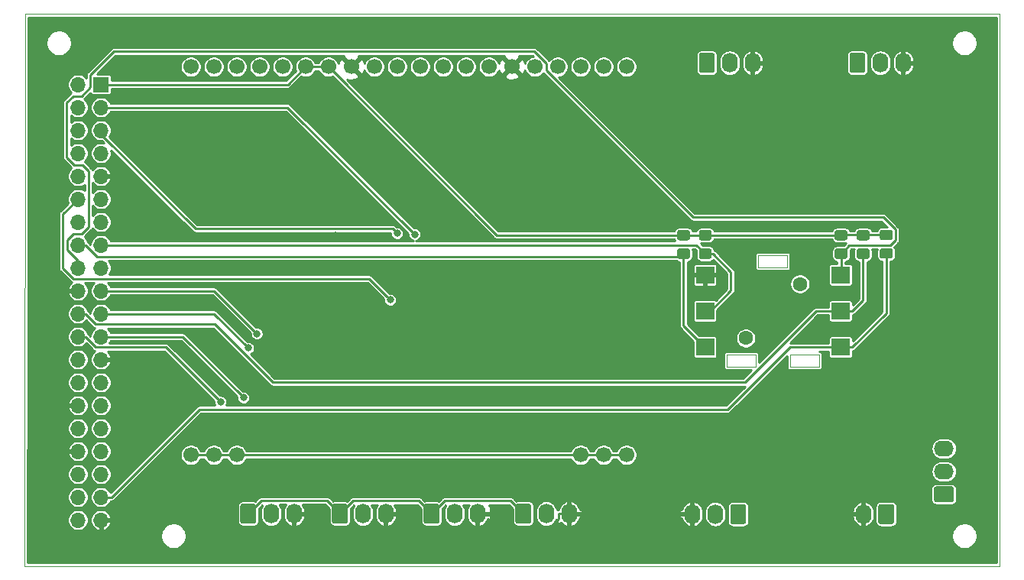
<source format=gbr>
%TF.GenerationSoftware,KiCad,Pcbnew,(5.1.5-0-10_14)*%
%TF.CreationDate,2020-02-25T17:23:16+00:00*%
%TF.ProjectId,Hardware,48617264-7761-4726-952e-6b696361645f,rev?*%
%TF.SameCoordinates,Original*%
%TF.FileFunction,Copper,L1,Top*%
%TF.FilePolarity,Positive*%
%FSLAX46Y46*%
G04 Gerber Fmt 4.6, Leading zero omitted, Abs format (unit mm)*
G04 Created by KiCad (PCBNEW (5.1.5-0-10_14)) date 2020-02-25 17:23:16*
%MOMM*%
%LPD*%
G04 APERTURE LIST*
%ADD10C,0.050000*%
%ADD11C,1.700000*%
%ADD12O,1.740000X2.200000*%
%ADD13C,0.150000*%
%ADD14O,2.200000X1.740000*%
%ADD15R,2.000000X1.900000*%
%ADD16C,1.600000*%
%ADD17R,1.700000X1.700000*%
%ADD18O,1.700000X1.700000*%
%ADD19C,0.800000*%
%ADD20C,0.250000*%
%ADD21C,0.254000*%
G04 APERTURE END LIST*
D10*
X152450000Y-52700000D02*
X152450000Y-54100000D01*
X152450000Y-54100000D02*
X149250000Y-54100000D01*
X149250000Y-54100000D02*
X149250000Y-52700000D01*
X149250000Y-52700000D02*
X152450000Y-52700000D01*
X152750000Y-65100000D02*
X152750000Y-63700000D01*
X155950000Y-65100000D02*
X152750000Y-65100000D01*
X155950000Y-63700000D02*
X155950000Y-65100000D01*
X152750000Y-63700000D02*
X155950000Y-63700000D01*
X145750000Y-65100000D02*
X145750000Y-63700000D01*
X148950000Y-65100000D02*
X145750000Y-65100000D01*
X148950000Y-63700000D02*
X148950000Y-65100000D01*
X145750000Y-63700000D02*
X148950000Y-63700000D01*
X68000000Y-26000000D02*
X67950000Y-87150000D01*
X176000000Y-26000000D02*
X68000000Y-26000000D01*
X175950000Y-87150000D02*
X176000000Y-26000000D01*
X67950000Y-87150000D02*
X175950000Y-87150000D01*
D11*
X86360000Y-31840000D03*
X132080000Y-74840000D03*
X134620000Y-74840000D03*
X86360000Y-74840000D03*
X88900000Y-74840000D03*
X91440000Y-74840000D03*
X129540000Y-74840000D03*
X88900000Y-31840000D03*
X91440000Y-31840000D03*
X93980000Y-31840000D03*
X96520000Y-31840000D03*
X99060000Y-31840000D03*
X101600000Y-31840000D03*
X104140000Y-31840000D03*
X106680000Y-31840000D03*
X109220000Y-31840000D03*
X111760000Y-31840000D03*
X114300000Y-31840000D03*
X116840000Y-31840000D03*
X119380000Y-31840000D03*
X121920000Y-31840000D03*
X124460000Y-31840000D03*
X127000000Y-31840000D03*
X129540000Y-31840000D03*
X132080000Y-31840000D03*
X134620000Y-31840000D03*
D12*
X160860000Y-81400000D03*
%TA.AperFunction,ComponentPad*%
D13*
G36*
X164044505Y-80301204D02*
G01*
X164068773Y-80304804D01*
X164092572Y-80310765D01*
X164115671Y-80319030D01*
X164137850Y-80329520D01*
X164158893Y-80342132D01*
X164178599Y-80356747D01*
X164196777Y-80373223D01*
X164213253Y-80391401D01*
X164227868Y-80411107D01*
X164240480Y-80432150D01*
X164250970Y-80454329D01*
X164259235Y-80477428D01*
X164265196Y-80501227D01*
X164268796Y-80525495D01*
X164270000Y-80549999D01*
X164270000Y-82250001D01*
X164268796Y-82274505D01*
X164265196Y-82298773D01*
X164259235Y-82322572D01*
X164250970Y-82345671D01*
X164240480Y-82367850D01*
X164227868Y-82388893D01*
X164213253Y-82408599D01*
X164196777Y-82426777D01*
X164178599Y-82443253D01*
X164158893Y-82457868D01*
X164137850Y-82470480D01*
X164115671Y-82480970D01*
X164092572Y-82489235D01*
X164068773Y-82495196D01*
X164044505Y-82498796D01*
X164020001Y-82500000D01*
X162779999Y-82500000D01*
X162755495Y-82498796D01*
X162731227Y-82495196D01*
X162707428Y-82489235D01*
X162684329Y-82480970D01*
X162662150Y-82470480D01*
X162641107Y-82457868D01*
X162621401Y-82443253D01*
X162603223Y-82426777D01*
X162586747Y-82408599D01*
X162572132Y-82388893D01*
X162559520Y-82367850D01*
X162549030Y-82345671D01*
X162540765Y-82322572D01*
X162534804Y-82298773D01*
X162531204Y-82274505D01*
X162530000Y-82250001D01*
X162530000Y-80549999D01*
X162531204Y-80525495D01*
X162534804Y-80501227D01*
X162540765Y-80477428D01*
X162549030Y-80454329D01*
X162559520Y-80432150D01*
X162572132Y-80411107D01*
X162586747Y-80391401D01*
X162603223Y-80373223D01*
X162621401Y-80356747D01*
X162641107Y-80342132D01*
X162662150Y-80329520D01*
X162684329Y-80319030D01*
X162707428Y-80310765D01*
X162731227Y-80304804D01*
X162755495Y-80301204D01*
X162779999Y-80300000D01*
X164020001Y-80300000D01*
X164044505Y-80301204D01*
G37*
%TD.AperFunction*%
%TA.AperFunction,SMDPad,CuDef*%
G36*
X163874505Y-51951204D02*
G01*
X163898773Y-51954804D01*
X163922572Y-51960765D01*
X163945671Y-51969030D01*
X163967850Y-51979520D01*
X163988893Y-51992132D01*
X164008599Y-52006747D01*
X164026777Y-52023223D01*
X164043253Y-52041401D01*
X164057868Y-52061107D01*
X164070480Y-52082150D01*
X164080970Y-52104329D01*
X164089235Y-52127428D01*
X164095196Y-52151227D01*
X164098796Y-52175495D01*
X164100000Y-52199999D01*
X164100000Y-52850001D01*
X164098796Y-52874505D01*
X164095196Y-52898773D01*
X164089235Y-52922572D01*
X164080970Y-52945671D01*
X164070480Y-52967850D01*
X164057868Y-52988893D01*
X164043253Y-53008599D01*
X164026777Y-53026777D01*
X164008599Y-53043253D01*
X163988893Y-53057868D01*
X163967850Y-53070480D01*
X163945671Y-53080970D01*
X163922572Y-53089235D01*
X163898773Y-53095196D01*
X163874505Y-53098796D01*
X163850001Y-53100000D01*
X162949999Y-53100000D01*
X162925495Y-53098796D01*
X162901227Y-53095196D01*
X162877428Y-53089235D01*
X162854329Y-53080970D01*
X162832150Y-53070480D01*
X162811107Y-53057868D01*
X162791401Y-53043253D01*
X162773223Y-53026777D01*
X162756747Y-53008599D01*
X162742132Y-52988893D01*
X162729520Y-52967850D01*
X162719030Y-52945671D01*
X162710765Y-52922572D01*
X162704804Y-52898773D01*
X162701204Y-52874505D01*
X162700000Y-52850001D01*
X162700000Y-52199999D01*
X162701204Y-52175495D01*
X162704804Y-52151227D01*
X162710765Y-52127428D01*
X162719030Y-52104329D01*
X162729520Y-52082150D01*
X162742132Y-52061107D01*
X162756747Y-52041401D01*
X162773223Y-52023223D01*
X162791401Y-52006747D01*
X162811107Y-51992132D01*
X162832150Y-51979520D01*
X162854329Y-51969030D01*
X162877428Y-51960765D01*
X162901227Y-51954804D01*
X162925495Y-51951204D01*
X162949999Y-51950000D01*
X163850001Y-51950000D01*
X163874505Y-51951204D01*
G37*
%TD.AperFunction*%
%TA.AperFunction,SMDPad,CuDef*%
G36*
X163874505Y-49901204D02*
G01*
X163898773Y-49904804D01*
X163922572Y-49910765D01*
X163945671Y-49919030D01*
X163967850Y-49929520D01*
X163988893Y-49942132D01*
X164008599Y-49956747D01*
X164026777Y-49973223D01*
X164043253Y-49991401D01*
X164057868Y-50011107D01*
X164070480Y-50032150D01*
X164080970Y-50054329D01*
X164089235Y-50077428D01*
X164095196Y-50101227D01*
X164098796Y-50125495D01*
X164100000Y-50149999D01*
X164100000Y-50800001D01*
X164098796Y-50824505D01*
X164095196Y-50848773D01*
X164089235Y-50872572D01*
X164080970Y-50895671D01*
X164070480Y-50917850D01*
X164057868Y-50938893D01*
X164043253Y-50958599D01*
X164026777Y-50976777D01*
X164008599Y-50993253D01*
X163988893Y-51007868D01*
X163967850Y-51020480D01*
X163945671Y-51030970D01*
X163922572Y-51039235D01*
X163898773Y-51045196D01*
X163874505Y-51048796D01*
X163850001Y-51050000D01*
X162949999Y-51050000D01*
X162925495Y-51048796D01*
X162901227Y-51045196D01*
X162877428Y-51039235D01*
X162854329Y-51030970D01*
X162832150Y-51020480D01*
X162811107Y-51007868D01*
X162791401Y-50993253D01*
X162773223Y-50976777D01*
X162756747Y-50958599D01*
X162742132Y-50938893D01*
X162729520Y-50917850D01*
X162719030Y-50895671D01*
X162710765Y-50872572D01*
X162704804Y-50848773D01*
X162701204Y-50824505D01*
X162700000Y-50800001D01*
X162700000Y-50149999D01*
X162701204Y-50125495D01*
X162704804Y-50101227D01*
X162710765Y-50077428D01*
X162719030Y-50054329D01*
X162729520Y-50032150D01*
X162742132Y-50011107D01*
X162756747Y-49991401D01*
X162773223Y-49973223D01*
X162791401Y-49956747D01*
X162811107Y-49942132D01*
X162832150Y-49929520D01*
X162854329Y-49919030D01*
X162877428Y-49910765D01*
X162901227Y-49904804D01*
X162925495Y-49901204D01*
X162949999Y-49900000D01*
X163850001Y-49900000D01*
X163874505Y-49901204D01*
G37*
%TD.AperFunction*%
%TA.AperFunction,SMDPad,CuDef*%
G36*
X161324505Y-51976204D02*
G01*
X161348773Y-51979804D01*
X161372572Y-51985765D01*
X161395671Y-51994030D01*
X161417850Y-52004520D01*
X161438893Y-52017132D01*
X161458599Y-52031747D01*
X161476777Y-52048223D01*
X161493253Y-52066401D01*
X161507868Y-52086107D01*
X161520480Y-52107150D01*
X161530970Y-52129329D01*
X161539235Y-52152428D01*
X161545196Y-52176227D01*
X161548796Y-52200495D01*
X161550000Y-52224999D01*
X161550000Y-52875001D01*
X161548796Y-52899505D01*
X161545196Y-52923773D01*
X161539235Y-52947572D01*
X161530970Y-52970671D01*
X161520480Y-52992850D01*
X161507868Y-53013893D01*
X161493253Y-53033599D01*
X161476777Y-53051777D01*
X161458599Y-53068253D01*
X161438893Y-53082868D01*
X161417850Y-53095480D01*
X161395671Y-53105970D01*
X161372572Y-53114235D01*
X161348773Y-53120196D01*
X161324505Y-53123796D01*
X161300001Y-53125000D01*
X160399999Y-53125000D01*
X160375495Y-53123796D01*
X160351227Y-53120196D01*
X160327428Y-53114235D01*
X160304329Y-53105970D01*
X160282150Y-53095480D01*
X160261107Y-53082868D01*
X160241401Y-53068253D01*
X160223223Y-53051777D01*
X160206747Y-53033599D01*
X160192132Y-53013893D01*
X160179520Y-52992850D01*
X160169030Y-52970671D01*
X160160765Y-52947572D01*
X160154804Y-52923773D01*
X160151204Y-52899505D01*
X160150000Y-52875001D01*
X160150000Y-52224999D01*
X160151204Y-52200495D01*
X160154804Y-52176227D01*
X160160765Y-52152428D01*
X160169030Y-52129329D01*
X160179520Y-52107150D01*
X160192132Y-52086107D01*
X160206747Y-52066401D01*
X160223223Y-52048223D01*
X160241401Y-52031747D01*
X160261107Y-52017132D01*
X160282150Y-52004520D01*
X160304329Y-51994030D01*
X160327428Y-51985765D01*
X160351227Y-51979804D01*
X160375495Y-51976204D01*
X160399999Y-51975000D01*
X161300001Y-51975000D01*
X161324505Y-51976204D01*
G37*
%TD.AperFunction*%
%TA.AperFunction,SMDPad,CuDef*%
G36*
X161324505Y-49926204D02*
G01*
X161348773Y-49929804D01*
X161372572Y-49935765D01*
X161395671Y-49944030D01*
X161417850Y-49954520D01*
X161438893Y-49967132D01*
X161458599Y-49981747D01*
X161476777Y-49998223D01*
X161493253Y-50016401D01*
X161507868Y-50036107D01*
X161520480Y-50057150D01*
X161530970Y-50079329D01*
X161539235Y-50102428D01*
X161545196Y-50126227D01*
X161548796Y-50150495D01*
X161550000Y-50174999D01*
X161550000Y-50825001D01*
X161548796Y-50849505D01*
X161545196Y-50873773D01*
X161539235Y-50897572D01*
X161530970Y-50920671D01*
X161520480Y-50942850D01*
X161507868Y-50963893D01*
X161493253Y-50983599D01*
X161476777Y-51001777D01*
X161458599Y-51018253D01*
X161438893Y-51032868D01*
X161417850Y-51045480D01*
X161395671Y-51055970D01*
X161372572Y-51064235D01*
X161348773Y-51070196D01*
X161324505Y-51073796D01*
X161300001Y-51075000D01*
X160399999Y-51075000D01*
X160375495Y-51073796D01*
X160351227Y-51070196D01*
X160327428Y-51064235D01*
X160304329Y-51055970D01*
X160282150Y-51045480D01*
X160261107Y-51032868D01*
X160241401Y-51018253D01*
X160223223Y-51001777D01*
X160206747Y-50983599D01*
X160192132Y-50963893D01*
X160179520Y-50942850D01*
X160169030Y-50920671D01*
X160160765Y-50897572D01*
X160154804Y-50873773D01*
X160151204Y-50849505D01*
X160150000Y-50825001D01*
X160150000Y-50174999D01*
X160151204Y-50150495D01*
X160154804Y-50126227D01*
X160160765Y-50102428D01*
X160169030Y-50079329D01*
X160179520Y-50057150D01*
X160192132Y-50036107D01*
X160206747Y-50016401D01*
X160223223Y-49998223D01*
X160241401Y-49981747D01*
X160261107Y-49967132D01*
X160282150Y-49954520D01*
X160304329Y-49944030D01*
X160327428Y-49935765D01*
X160351227Y-49929804D01*
X160375495Y-49926204D01*
X160399999Y-49925000D01*
X161300001Y-49925000D01*
X161324505Y-49926204D01*
G37*
%TD.AperFunction*%
%TA.AperFunction,SMDPad,CuDef*%
G36*
X158874505Y-49926204D02*
G01*
X158898773Y-49929804D01*
X158922572Y-49935765D01*
X158945671Y-49944030D01*
X158967850Y-49954520D01*
X158988893Y-49967132D01*
X159008599Y-49981747D01*
X159026777Y-49998223D01*
X159043253Y-50016401D01*
X159057868Y-50036107D01*
X159070480Y-50057150D01*
X159080970Y-50079329D01*
X159089235Y-50102428D01*
X159095196Y-50126227D01*
X159098796Y-50150495D01*
X159100000Y-50174999D01*
X159100000Y-50825001D01*
X159098796Y-50849505D01*
X159095196Y-50873773D01*
X159089235Y-50897572D01*
X159080970Y-50920671D01*
X159070480Y-50942850D01*
X159057868Y-50963893D01*
X159043253Y-50983599D01*
X159026777Y-51001777D01*
X159008599Y-51018253D01*
X158988893Y-51032868D01*
X158967850Y-51045480D01*
X158945671Y-51055970D01*
X158922572Y-51064235D01*
X158898773Y-51070196D01*
X158874505Y-51073796D01*
X158850001Y-51075000D01*
X157949999Y-51075000D01*
X157925495Y-51073796D01*
X157901227Y-51070196D01*
X157877428Y-51064235D01*
X157854329Y-51055970D01*
X157832150Y-51045480D01*
X157811107Y-51032868D01*
X157791401Y-51018253D01*
X157773223Y-51001777D01*
X157756747Y-50983599D01*
X157742132Y-50963893D01*
X157729520Y-50942850D01*
X157719030Y-50920671D01*
X157710765Y-50897572D01*
X157704804Y-50873773D01*
X157701204Y-50849505D01*
X157700000Y-50825001D01*
X157700000Y-50174999D01*
X157701204Y-50150495D01*
X157704804Y-50126227D01*
X157710765Y-50102428D01*
X157719030Y-50079329D01*
X157729520Y-50057150D01*
X157742132Y-50036107D01*
X157756747Y-50016401D01*
X157773223Y-49998223D01*
X157791401Y-49981747D01*
X157811107Y-49967132D01*
X157832150Y-49954520D01*
X157854329Y-49944030D01*
X157877428Y-49935765D01*
X157901227Y-49929804D01*
X157925495Y-49926204D01*
X157949999Y-49925000D01*
X158850001Y-49925000D01*
X158874505Y-49926204D01*
G37*
%TD.AperFunction*%
%TA.AperFunction,SMDPad,CuDef*%
G36*
X158874505Y-51976204D02*
G01*
X158898773Y-51979804D01*
X158922572Y-51985765D01*
X158945671Y-51994030D01*
X158967850Y-52004520D01*
X158988893Y-52017132D01*
X159008599Y-52031747D01*
X159026777Y-52048223D01*
X159043253Y-52066401D01*
X159057868Y-52086107D01*
X159070480Y-52107150D01*
X159080970Y-52129329D01*
X159089235Y-52152428D01*
X159095196Y-52176227D01*
X159098796Y-52200495D01*
X159100000Y-52224999D01*
X159100000Y-52875001D01*
X159098796Y-52899505D01*
X159095196Y-52923773D01*
X159089235Y-52947572D01*
X159080970Y-52970671D01*
X159070480Y-52992850D01*
X159057868Y-53013893D01*
X159043253Y-53033599D01*
X159026777Y-53051777D01*
X159008599Y-53068253D01*
X158988893Y-53082868D01*
X158967850Y-53095480D01*
X158945671Y-53105970D01*
X158922572Y-53114235D01*
X158898773Y-53120196D01*
X158874505Y-53123796D01*
X158850001Y-53125000D01*
X157949999Y-53125000D01*
X157925495Y-53123796D01*
X157901227Y-53120196D01*
X157877428Y-53114235D01*
X157854329Y-53105970D01*
X157832150Y-53095480D01*
X157811107Y-53082868D01*
X157791401Y-53068253D01*
X157773223Y-53051777D01*
X157756747Y-53033599D01*
X157742132Y-53013893D01*
X157729520Y-52992850D01*
X157719030Y-52970671D01*
X157710765Y-52947572D01*
X157704804Y-52923773D01*
X157701204Y-52899505D01*
X157700000Y-52875001D01*
X157700000Y-52224999D01*
X157701204Y-52200495D01*
X157704804Y-52176227D01*
X157710765Y-52152428D01*
X157719030Y-52129329D01*
X157729520Y-52107150D01*
X157742132Y-52086107D01*
X157756747Y-52066401D01*
X157773223Y-52048223D01*
X157791401Y-52031747D01*
X157811107Y-52017132D01*
X157832150Y-52004520D01*
X157854329Y-51994030D01*
X157877428Y-51985765D01*
X157901227Y-51979804D01*
X157925495Y-51976204D01*
X157949999Y-51975000D01*
X158850001Y-51975000D01*
X158874505Y-51976204D01*
G37*
%TD.AperFunction*%
%TA.AperFunction,SMDPad,CuDef*%
G36*
X141424505Y-49926204D02*
G01*
X141448773Y-49929804D01*
X141472572Y-49935765D01*
X141495671Y-49944030D01*
X141517850Y-49954520D01*
X141538893Y-49967132D01*
X141558599Y-49981747D01*
X141576777Y-49998223D01*
X141593253Y-50016401D01*
X141607868Y-50036107D01*
X141620480Y-50057150D01*
X141630970Y-50079329D01*
X141639235Y-50102428D01*
X141645196Y-50126227D01*
X141648796Y-50150495D01*
X141650000Y-50174999D01*
X141650000Y-50825001D01*
X141648796Y-50849505D01*
X141645196Y-50873773D01*
X141639235Y-50897572D01*
X141630970Y-50920671D01*
X141620480Y-50942850D01*
X141607868Y-50963893D01*
X141593253Y-50983599D01*
X141576777Y-51001777D01*
X141558599Y-51018253D01*
X141538893Y-51032868D01*
X141517850Y-51045480D01*
X141495671Y-51055970D01*
X141472572Y-51064235D01*
X141448773Y-51070196D01*
X141424505Y-51073796D01*
X141400001Y-51075000D01*
X140499999Y-51075000D01*
X140475495Y-51073796D01*
X140451227Y-51070196D01*
X140427428Y-51064235D01*
X140404329Y-51055970D01*
X140382150Y-51045480D01*
X140361107Y-51032868D01*
X140341401Y-51018253D01*
X140323223Y-51001777D01*
X140306747Y-50983599D01*
X140292132Y-50963893D01*
X140279520Y-50942850D01*
X140269030Y-50920671D01*
X140260765Y-50897572D01*
X140254804Y-50873773D01*
X140251204Y-50849505D01*
X140250000Y-50825001D01*
X140250000Y-50174999D01*
X140251204Y-50150495D01*
X140254804Y-50126227D01*
X140260765Y-50102428D01*
X140269030Y-50079329D01*
X140279520Y-50057150D01*
X140292132Y-50036107D01*
X140306747Y-50016401D01*
X140323223Y-49998223D01*
X140341401Y-49981747D01*
X140361107Y-49967132D01*
X140382150Y-49954520D01*
X140404329Y-49944030D01*
X140427428Y-49935765D01*
X140451227Y-49929804D01*
X140475495Y-49926204D01*
X140499999Y-49925000D01*
X141400001Y-49925000D01*
X141424505Y-49926204D01*
G37*
%TD.AperFunction*%
%TA.AperFunction,SMDPad,CuDef*%
G36*
X141424505Y-51976204D02*
G01*
X141448773Y-51979804D01*
X141472572Y-51985765D01*
X141495671Y-51994030D01*
X141517850Y-52004520D01*
X141538893Y-52017132D01*
X141558599Y-52031747D01*
X141576777Y-52048223D01*
X141593253Y-52066401D01*
X141607868Y-52086107D01*
X141620480Y-52107150D01*
X141630970Y-52129329D01*
X141639235Y-52152428D01*
X141645196Y-52176227D01*
X141648796Y-52200495D01*
X141650000Y-52224999D01*
X141650000Y-52875001D01*
X141648796Y-52899505D01*
X141645196Y-52923773D01*
X141639235Y-52947572D01*
X141630970Y-52970671D01*
X141620480Y-52992850D01*
X141607868Y-53013893D01*
X141593253Y-53033599D01*
X141576777Y-53051777D01*
X141558599Y-53068253D01*
X141538893Y-53082868D01*
X141517850Y-53095480D01*
X141495671Y-53105970D01*
X141472572Y-53114235D01*
X141448773Y-53120196D01*
X141424505Y-53123796D01*
X141400001Y-53125000D01*
X140499999Y-53125000D01*
X140475495Y-53123796D01*
X140451227Y-53120196D01*
X140427428Y-53114235D01*
X140404329Y-53105970D01*
X140382150Y-53095480D01*
X140361107Y-53082868D01*
X140341401Y-53068253D01*
X140323223Y-53051777D01*
X140306747Y-53033599D01*
X140292132Y-53013893D01*
X140279520Y-52992850D01*
X140269030Y-52970671D01*
X140260765Y-52947572D01*
X140254804Y-52923773D01*
X140251204Y-52899505D01*
X140250000Y-52875001D01*
X140250000Y-52224999D01*
X140251204Y-52200495D01*
X140254804Y-52176227D01*
X140260765Y-52152428D01*
X140269030Y-52129329D01*
X140279520Y-52107150D01*
X140292132Y-52086107D01*
X140306747Y-52066401D01*
X140323223Y-52048223D01*
X140341401Y-52031747D01*
X140361107Y-52017132D01*
X140382150Y-52004520D01*
X140404329Y-51994030D01*
X140427428Y-51985765D01*
X140451227Y-51979804D01*
X140475495Y-51976204D01*
X140499999Y-51975000D01*
X141400001Y-51975000D01*
X141424505Y-51976204D01*
G37*
%TD.AperFunction*%
%TA.AperFunction,SMDPad,CuDef*%
G36*
X143824505Y-49926204D02*
G01*
X143848773Y-49929804D01*
X143872572Y-49935765D01*
X143895671Y-49944030D01*
X143917850Y-49954520D01*
X143938893Y-49967132D01*
X143958599Y-49981747D01*
X143976777Y-49998223D01*
X143993253Y-50016401D01*
X144007868Y-50036107D01*
X144020480Y-50057150D01*
X144030970Y-50079329D01*
X144039235Y-50102428D01*
X144045196Y-50126227D01*
X144048796Y-50150495D01*
X144050000Y-50174999D01*
X144050000Y-50825001D01*
X144048796Y-50849505D01*
X144045196Y-50873773D01*
X144039235Y-50897572D01*
X144030970Y-50920671D01*
X144020480Y-50942850D01*
X144007868Y-50963893D01*
X143993253Y-50983599D01*
X143976777Y-51001777D01*
X143958599Y-51018253D01*
X143938893Y-51032868D01*
X143917850Y-51045480D01*
X143895671Y-51055970D01*
X143872572Y-51064235D01*
X143848773Y-51070196D01*
X143824505Y-51073796D01*
X143800001Y-51075000D01*
X142899999Y-51075000D01*
X142875495Y-51073796D01*
X142851227Y-51070196D01*
X142827428Y-51064235D01*
X142804329Y-51055970D01*
X142782150Y-51045480D01*
X142761107Y-51032868D01*
X142741401Y-51018253D01*
X142723223Y-51001777D01*
X142706747Y-50983599D01*
X142692132Y-50963893D01*
X142679520Y-50942850D01*
X142669030Y-50920671D01*
X142660765Y-50897572D01*
X142654804Y-50873773D01*
X142651204Y-50849505D01*
X142650000Y-50825001D01*
X142650000Y-50174999D01*
X142651204Y-50150495D01*
X142654804Y-50126227D01*
X142660765Y-50102428D01*
X142669030Y-50079329D01*
X142679520Y-50057150D01*
X142692132Y-50036107D01*
X142706747Y-50016401D01*
X142723223Y-49998223D01*
X142741401Y-49981747D01*
X142761107Y-49967132D01*
X142782150Y-49954520D01*
X142804329Y-49944030D01*
X142827428Y-49935765D01*
X142851227Y-49929804D01*
X142875495Y-49926204D01*
X142899999Y-49925000D01*
X143800001Y-49925000D01*
X143824505Y-49926204D01*
G37*
%TD.AperFunction*%
%TA.AperFunction,SMDPad,CuDef*%
G36*
X143824505Y-51976204D02*
G01*
X143848773Y-51979804D01*
X143872572Y-51985765D01*
X143895671Y-51994030D01*
X143917850Y-52004520D01*
X143938893Y-52017132D01*
X143958599Y-52031747D01*
X143976777Y-52048223D01*
X143993253Y-52066401D01*
X144007868Y-52086107D01*
X144020480Y-52107150D01*
X144030970Y-52129329D01*
X144039235Y-52152428D01*
X144045196Y-52176227D01*
X144048796Y-52200495D01*
X144050000Y-52224999D01*
X144050000Y-52875001D01*
X144048796Y-52899505D01*
X144045196Y-52923773D01*
X144039235Y-52947572D01*
X144030970Y-52970671D01*
X144020480Y-52992850D01*
X144007868Y-53013893D01*
X143993253Y-53033599D01*
X143976777Y-53051777D01*
X143958599Y-53068253D01*
X143938893Y-53082868D01*
X143917850Y-53095480D01*
X143895671Y-53105970D01*
X143872572Y-53114235D01*
X143848773Y-53120196D01*
X143824505Y-53123796D01*
X143800001Y-53125000D01*
X142899999Y-53125000D01*
X142875495Y-53123796D01*
X142851227Y-53120196D01*
X142827428Y-53114235D01*
X142804329Y-53105970D01*
X142782150Y-53095480D01*
X142761107Y-53082868D01*
X142741401Y-53068253D01*
X142723223Y-53051777D01*
X142706747Y-53033599D01*
X142692132Y-53013893D01*
X142679520Y-52992850D01*
X142669030Y-52970671D01*
X142660765Y-52947572D01*
X142654804Y-52923773D01*
X142651204Y-52899505D01*
X142650000Y-52875001D01*
X142650000Y-52224999D01*
X142651204Y-52200495D01*
X142654804Y-52176227D01*
X142660765Y-52152428D01*
X142669030Y-52129329D01*
X142679520Y-52107150D01*
X142692132Y-52086107D01*
X142706747Y-52066401D01*
X142723223Y-52048223D01*
X142741401Y-52031747D01*
X142761107Y-52017132D01*
X142782150Y-52004520D01*
X142804329Y-51994030D01*
X142827428Y-51985765D01*
X142851227Y-51979804D01*
X142875495Y-51976204D01*
X142899999Y-51975000D01*
X143800001Y-51975000D01*
X143824505Y-51976204D01*
G37*
%TD.AperFunction*%
D12*
X97790000Y-81350000D03*
X95250000Y-81350000D03*
%TA.AperFunction,ComponentPad*%
D13*
G36*
X93354505Y-80251204D02*
G01*
X93378773Y-80254804D01*
X93402572Y-80260765D01*
X93425671Y-80269030D01*
X93447850Y-80279520D01*
X93468893Y-80292132D01*
X93488599Y-80306747D01*
X93506777Y-80323223D01*
X93523253Y-80341401D01*
X93537868Y-80361107D01*
X93550480Y-80382150D01*
X93560970Y-80404329D01*
X93569235Y-80427428D01*
X93575196Y-80451227D01*
X93578796Y-80475495D01*
X93580000Y-80499999D01*
X93580000Y-82200001D01*
X93578796Y-82224505D01*
X93575196Y-82248773D01*
X93569235Y-82272572D01*
X93560970Y-82295671D01*
X93550480Y-82317850D01*
X93537868Y-82338893D01*
X93523253Y-82358599D01*
X93506777Y-82376777D01*
X93488599Y-82393253D01*
X93468893Y-82407868D01*
X93447850Y-82420480D01*
X93425671Y-82430970D01*
X93402572Y-82439235D01*
X93378773Y-82445196D01*
X93354505Y-82448796D01*
X93330001Y-82450000D01*
X92089999Y-82450000D01*
X92065495Y-82448796D01*
X92041227Y-82445196D01*
X92017428Y-82439235D01*
X91994329Y-82430970D01*
X91972150Y-82420480D01*
X91951107Y-82407868D01*
X91931401Y-82393253D01*
X91913223Y-82376777D01*
X91896747Y-82358599D01*
X91882132Y-82338893D01*
X91869520Y-82317850D01*
X91859030Y-82295671D01*
X91850765Y-82272572D01*
X91844804Y-82248773D01*
X91841204Y-82224505D01*
X91840000Y-82200001D01*
X91840000Y-80499999D01*
X91841204Y-80475495D01*
X91844804Y-80451227D01*
X91850765Y-80427428D01*
X91859030Y-80404329D01*
X91869520Y-80382150D01*
X91882132Y-80361107D01*
X91896747Y-80341401D01*
X91913223Y-80323223D01*
X91931401Y-80306747D01*
X91951107Y-80292132D01*
X91972150Y-80279520D01*
X91994329Y-80269030D01*
X92017428Y-80260765D01*
X92041227Y-80254804D01*
X92065495Y-80251204D01*
X92089999Y-80250000D01*
X93330001Y-80250000D01*
X93354505Y-80251204D01*
G37*
%TD.AperFunction*%
D12*
X107950000Y-81350000D03*
X105410000Y-81350000D03*
%TA.AperFunction,ComponentPad*%
D13*
G36*
X103514505Y-80251204D02*
G01*
X103538773Y-80254804D01*
X103562572Y-80260765D01*
X103585671Y-80269030D01*
X103607850Y-80279520D01*
X103628893Y-80292132D01*
X103648599Y-80306747D01*
X103666777Y-80323223D01*
X103683253Y-80341401D01*
X103697868Y-80361107D01*
X103710480Y-80382150D01*
X103720970Y-80404329D01*
X103729235Y-80427428D01*
X103735196Y-80451227D01*
X103738796Y-80475495D01*
X103740000Y-80499999D01*
X103740000Y-82200001D01*
X103738796Y-82224505D01*
X103735196Y-82248773D01*
X103729235Y-82272572D01*
X103720970Y-82295671D01*
X103710480Y-82317850D01*
X103697868Y-82338893D01*
X103683253Y-82358599D01*
X103666777Y-82376777D01*
X103648599Y-82393253D01*
X103628893Y-82407868D01*
X103607850Y-82420480D01*
X103585671Y-82430970D01*
X103562572Y-82439235D01*
X103538773Y-82445196D01*
X103514505Y-82448796D01*
X103490001Y-82450000D01*
X102249999Y-82450000D01*
X102225495Y-82448796D01*
X102201227Y-82445196D01*
X102177428Y-82439235D01*
X102154329Y-82430970D01*
X102132150Y-82420480D01*
X102111107Y-82407868D01*
X102091401Y-82393253D01*
X102073223Y-82376777D01*
X102056747Y-82358599D01*
X102042132Y-82338893D01*
X102029520Y-82317850D01*
X102019030Y-82295671D01*
X102010765Y-82272572D01*
X102004804Y-82248773D01*
X102001204Y-82224505D01*
X102000000Y-82200001D01*
X102000000Y-80499999D01*
X102001204Y-80475495D01*
X102004804Y-80451227D01*
X102010765Y-80427428D01*
X102019030Y-80404329D01*
X102029520Y-80382150D01*
X102042132Y-80361107D01*
X102056747Y-80341401D01*
X102073223Y-80323223D01*
X102091401Y-80306747D01*
X102111107Y-80292132D01*
X102132150Y-80279520D01*
X102154329Y-80269030D01*
X102177428Y-80260765D01*
X102201227Y-80254804D01*
X102225495Y-80251204D01*
X102249999Y-80250000D01*
X103490001Y-80250000D01*
X103514505Y-80251204D01*
G37*
%TD.AperFunction*%
%TA.AperFunction,ComponentPad*%
G36*
X113674505Y-80251204D02*
G01*
X113698773Y-80254804D01*
X113722572Y-80260765D01*
X113745671Y-80269030D01*
X113767850Y-80279520D01*
X113788893Y-80292132D01*
X113808599Y-80306747D01*
X113826777Y-80323223D01*
X113843253Y-80341401D01*
X113857868Y-80361107D01*
X113870480Y-80382150D01*
X113880970Y-80404329D01*
X113889235Y-80427428D01*
X113895196Y-80451227D01*
X113898796Y-80475495D01*
X113900000Y-80499999D01*
X113900000Y-82200001D01*
X113898796Y-82224505D01*
X113895196Y-82248773D01*
X113889235Y-82272572D01*
X113880970Y-82295671D01*
X113870480Y-82317850D01*
X113857868Y-82338893D01*
X113843253Y-82358599D01*
X113826777Y-82376777D01*
X113808599Y-82393253D01*
X113788893Y-82407868D01*
X113767850Y-82420480D01*
X113745671Y-82430970D01*
X113722572Y-82439235D01*
X113698773Y-82445196D01*
X113674505Y-82448796D01*
X113650001Y-82450000D01*
X112409999Y-82450000D01*
X112385495Y-82448796D01*
X112361227Y-82445196D01*
X112337428Y-82439235D01*
X112314329Y-82430970D01*
X112292150Y-82420480D01*
X112271107Y-82407868D01*
X112251401Y-82393253D01*
X112233223Y-82376777D01*
X112216747Y-82358599D01*
X112202132Y-82338893D01*
X112189520Y-82317850D01*
X112179030Y-82295671D01*
X112170765Y-82272572D01*
X112164804Y-82248773D01*
X112161204Y-82224505D01*
X112160000Y-82200001D01*
X112160000Y-80499999D01*
X112161204Y-80475495D01*
X112164804Y-80451227D01*
X112170765Y-80427428D01*
X112179030Y-80404329D01*
X112189520Y-80382150D01*
X112202132Y-80361107D01*
X112216747Y-80341401D01*
X112233223Y-80323223D01*
X112251401Y-80306747D01*
X112271107Y-80292132D01*
X112292150Y-80279520D01*
X112314329Y-80269030D01*
X112337428Y-80260765D01*
X112361227Y-80254804D01*
X112385495Y-80251204D01*
X112409999Y-80250000D01*
X113650001Y-80250000D01*
X113674505Y-80251204D01*
G37*
%TD.AperFunction*%
D12*
X115570000Y-81350000D03*
X118110000Y-81350000D03*
%TA.AperFunction,ComponentPad*%
D13*
G36*
X123834505Y-80251204D02*
G01*
X123858773Y-80254804D01*
X123882572Y-80260765D01*
X123905671Y-80269030D01*
X123927850Y-80279520D01*
X123948893Y-80292132D01*
X123968599Y-80306747D01*
X123986777Y-80323223D01*
X124003253Y-80341401D01*
X124017868Y-80361107D01*
X124030480Y-80382150D01*
X124040970Y-80404329D01*
X124049235Y-80427428D01*
X124055196Y-80451227D01*
X124058796Y-80475495D01*
X124060000Y-80499999D01*
X124060000Y-82200001D01*
X124058796Y-82224505D01*
X124055196Y-82248773D01*
X124049235Y-82272572D01*
X124040970Y-82295671D01*
X124030480Y-82317850D01*
X124017868Y-82338893D01*
X124003253Y-82358599D01*
X123986777Y-82376777D01*
X123968599Y-82393253D01*
X123948893Y-82407868D01*
X123927850Y-82420480D01*
X123905671Y-82430970D01*
X123882572Y-82439235D01*
X123858773Y-82445196D01*
X123834505Y-82448796D01*
X123810001Y-82450000D01*
X122569999Y-82450000D01*
X122545495Y-82448796D01*
X122521227Y-82445196D01*
X122497428Y-82439235D01*
X122474329Y-82430970D01*
X122452150Y-82420480D01*
X122431107Y-82407868D01*
X122411401Y-82393253D01*
X122393223Y-82376777D01*
X122376747Y-82358599D01*
X122362132Y-82338893D01*
X122349520Y-82317850D01*
X122339030Y-82295671D01*
X122330765Y-82272572D01*
X122324804Y-82248773D01*
X122321204Y-82224505D01*
X122320000Y-82200001D01*
X122320000Y-80499999D01*
X122321204Y-80475495D01*
X122324804Y-80451227D01*
X122330765Y-80427428D01*
X122339030Y-80404329D01*
X122349520Y-80382150D01*
X122362132Y-80361107D01*
X122376747Y-80341401D01*
X122393223Y-80323223D01*
X122411401Y-80306747D01*
X122431107Y-80292132D01*
X122452150Y-80279520D01*
X122474329Y-80269030D01*
X122497428Y-80260765D01*
X122521227Y-80254804D01*
X122545495Y-80251204D01*
X122569999Y-80250000D01*
X123810001Y-80250000D01*
X123834505Y-80251204D01*
G37*
%TD.AperFunction*%
D12*
X125730000Y-81350000D03*
X128270000Y-81350000D03*
%TA.AperFunction,ComponentPad*%
D13*
G36*
X170674505Y-78331204D02*
G01*
X170698773Y-78334804D01*
X170722572Y-78340765D01*
X170745671Y-78349030D01*
X170767850Y-78359520D01*
X170788893Y-78372132D01*
X170808599Y-78386747D01*
X170826777Y-78403223D01*
X170843253Y-78421401D01*
X170857868Y-78441107D01*
X170870480Y-78462150D01*
X170880970Y-78484329D01*
X170889235Y-78507428D01*
X170895196Y-78531227D01*
X170898796Y-78555495D01*
X170900000Y-78579999D01*
X170900000Y-79820001D01*
X170898796Y-79844505D01*
X170895196Y-79868773D01*
X170889235Y-79892572D01*
X170880970Y-79915671D01*
X170870480Y-79937850D01*
X170857868Y-79958893D01*
X170843253Y-79978599D01*
X170826777Y-79996777D01*
X170808599Y-80013253D01*
X170788893Y-80027868D01*
X170767850Y-80040480D01*
X170745671Y-80050970D01*
X170722572Y-80059235D01*
X170698773Y-80065196D01*
X170674505Y-80068796D01*
X170650001Y-80070000D01*
X168949999Y-80070000D01*
X168925495Y-80068796D01*
X168901227Y-80065196D01*
X168877428Y-80059235D01*
X168854329Y-80050970D01*
X168832150Y-80040480D01*
X168811107Y-80027868D01*
X168791401Y-80013253D01*
X168773223Y-79996777D01*
X168756747Y-79978599D01*
X168742132Y-79958893D01*
X168729520Y-79937850D01*
X168719030Y-79915671D01*
X168710765Y-79892572D01*
X168704804Y-79868773D01*
X168701204Y-79844505D01*
X168700000Y-79820001D01*
X168700000Y-78579999D01*
X168701204Y-78555495D01*
X168704804Y-78531227D01*
X168710765Y-78507428D01*
X168719030Y-78484329D01*
X168729520Y-78462150D01*
X168742132Y-78441107D01*
X168756747Y-78421401D01*
X168773223Y-78403223D01*
X168791401Y-78386747D01*
X168811107Y-78372132D01*
X168832150Y-78359520D01*
X168854329Y-78349030D01*
X168877428Y-78340765D01*
X168901227Y-78334804D01*
X168925495Y-78331204D01*
X168949999Y-78330000D01*
X170650001Y-78330000D01*
X170674505Y-78331204D01*
G37*
%TD.AperFunction*%
D14*
X169800000Y-76660000D03*
X169800000Y-74120000D03*
D15*
X143350000Y-54900000D03*
X143350000Y-58900000D03*
X143350000Y-62900000D03*
X158350000Y-54900000D03*
X158350000Y-58900000D03*
X158350000Y-62900000D03*
D16*
X153850000Y-55900000D03*
X147850000Y-61900000D03*
%TA.AperFunction,ComponentPad*%
D13*
G36*
X147644505Y-80301204D02*
G01*
X147668773Y-80304804D01*
X147692572Y-80310765D01*
X147715671Y-80319030D01*
X147737850Y-80329520D01*
X147758893Y-80342132D01*
X147778599Y-80356747D01*
X147796777Y-80373223D01*
X147813253Y-80391401D01*
X147827868Y-80411107D01*
X147840480Y-80432150D01*
X147850970Y-80454329D01*
X147859235Y-80477428D01*
X147865196Y-80501227D01*
X147868796Y-80525495D01*
X147870000Y-80549999D01*
X147870000Y-82250001D01*
X147868796Y-82274505D01*
X147865196Y-82298773D01*
X147859235Y-82322572D01*
X147850970Y-82345671D01*
X147840480Y-82367850D01*
X147827868Y-82388893D01*
X147813253Y-82408599D01*
X147796777Y-82426777D01*
X147778599Y-82443253D01*
X147758893Y-82457868D01*
X147737850Y-82470480D01*
X147715671Y-82480970D01*
X147692572Y-82489235D01*
X147668773Y-82495196D01*
X147644505Y-82498796D01*
X147620001Y-82500000D01*
X146379999Y-82500000D01*
X146355495Y-82498796D01*
X146331227Y-82495196D01*
X146307428Y-82489235D01*
X146284329Y-82480970D01*
X146262150Y-82470480D01*
X146241107Y-82457868D01*
X146221401Y-82443253D01*
X146203223Y-82426777D01*
X146186747Y-82408599D01*
X146172132Y-82388893D01*
X146159520Y-82367850D01*
X146149030Y-82345671D01*
X146140765Y-82322572D01*
X146134804Y-82298773D01*
X146131204Y-82274505D01*
X146130000Y-82250001D01*
X146130000Y-80549999D01*
X146131204Y-80525495D01*
X146134804Y-80501227D01*
X146140765Y-80477428D01*
X146149030Y-80454329D01*
X146159520Y-80432150D01*
X146172132Y-80411107D01*
X146186747Y-80391401D01*
X146203223Y-80373223D01*
X146221401Y-80356747D01*
X146241107Y-80342132D01*
X146262150Y-80329520D01*
X146284329Y-80319030D01*
X146307428Y-80310765D01*
X146331227Y-80304804D01*
X146355495Y-80301204D01*
X146379999Y-80300000D01*
X147620001Y-80300000D01*
X147644505Y-80301204D01*
G37*
%TD.AperFunction*%
D12*
X144460000Y-81400000D03*
X141920000Y-81400000D03*
D17*
X76400000Y-33800000D03*
D18*
X73860000Y-33800000D03*
X76400000Y-36340000D03*
X73860000Y-36340000D03*
X76400000Y-38880000D03*
X73860000Y-38880000D03*
X76400000Y-41420000D03*
X73860000Y-41420000D03*
X76400000Y-43960000D03*
X73860000Y-43960000D03*
X76400000Y-46500000D03*
X73860000Y-46500000D03*
X76400000Y-49040000D03*
X73860000Y-49040000D03*
X76400000Y-51580000D03*
X73860000Y-51580000D03*
X76400000Y-54120000D03*
X73860000Y-54120000D03*
X76400000Y-56660000D03*
X73860000Y-56660000D03*
X76400000Y-59200000D03*
X73860000Y-59200000D03*
X76400000Y-61740000D03*
X73860000Y-61740000D03*
X76400000Y-64280000D03*
X73860000Y-64280000D03*
X76400000Y-66820000D03*
X73860000Y-66820000D03*
X76400000Y-69360000D03*
X73860000Y-69360000D03*
X76400000Y-71900000D03*
X73860000Y-71900000D03*
X76400000Y-74440000D03*
X73860000Y-74440000D03*
X76400000Y-76980000D03*
X73860000Y-76980000D03*
X76400000Y-79520000D03*
X73860000Y-79520000D03*
X76400000Y-82060000D03*
X73860000Y-82060000D03*
D12*
X148600000Y-31400000D03*
X146060000Y-31400000D03*
%TA.AperFunction,ComponentPad*%
D13*
G36*
X144164505Y-30301204D02*
G01*
X144188773Y-30304804D01*
X144212572Y-30310765D01*
X144235671Y-30319030D01*
X144257850Y-30329520D01*
X144278893Y-30342132D01*
X144298599Y-30356747D01*
X144316777Y-30373223D01*
X144333253Y-30391401D01*
X144347868Y-30411107D01*
X144360480Y-30432150D01*
X144370970Y-30454329D01*
X144379235Y-30477428D01*
X144385196Y-30501227D01*
X144388796Y-30525495D01*
X144390000Y-30549999D01*
X144390000Y-32250001D01*
X144388796Y-32274505D01*
X144385196Y-32298773D01*
X144379235Y-32322572D01*
X144370970Y-32345671D01*
X144360480Y-32367850D01*
X144347868Y-32388893D01*
X144333253Y-32408599D01*
X144316777Y-32426777D01*
X144298599Y-32443253D01*
X144278893Y-32457868D01*
X144257850Y-32470480D01*
X144235671Y-32480970D01*
X144212572Y-32489235D01*
X144188773Y-32495196D01*
X144164505Y-32498796D01*
X144140001Y-32500000D01*
X142899999Y-32500000D01*
X142875495Y-32498796D01*
X142851227Y-32495196D01*
X142827428Y-32489235D01*
X142804329Y-32480970D01*
X142782150Y-32470480D01*
X142761107Y-32457868D01*
X142741401Y-32443253D01*
X142723223Y-32426777D01*
X142706747Y-32408599D01*
X142692132Y-32388893D01*
X142679520Y-32367850D01*
X142669030Y-32345671D01*
X142660765Y-32322572D01*
X142654804Y-32298773D01*
X142651204Y-32274505D01*
X142650000Y-32250001D01*
X142650000Y-30549999D01*
X142651204Y-30525495D01*
X142654804Y-30501227D01*
X142660765Y-30477428D01*
X142669030Y-30454329D01*
X142679520Y-30432150D01*
X142692132Y-30411107D01*
X142706747Y-30391401D01*
X142723223Y-30373223D01*
X142741401Y-30356747D01*
X142761107Y-30342132D01*
X142782150Y-30329520D01*
X142804329Y-30319030D01*
X142827428Y-30310765D01*
X142851227Y-30304804D01*
X142875495Y-30301204D01*
X142899999Y-30300000D01*
X144140001Y-30300000D01*
X144164505Y-30301204D01*
G37*
%TD.AperFunction*%
%TA.AperFunction,ComponentPad*%
G36*
X160844505Y-30301204D02*
G01*
X160868773Y-30304804D01*
X160892572Y-30310765D01*
X160915671Y-30319030D01*
X160937850Y-30329520D01*
X160958893Y-30342132D01*
X160978599Y-30356747D01*
X160996777Y-30373223D01*
X161013253Y-30391401D01*
X161027868Y-30411107D01*
X161040480Y-30432150D01*
X161050970Y-30454329D01*
X161059235Y-30477428D01*
X161065196Y-30501227D01*
X161068796Y-30525495D01*
X161070000Y-30549999D01*
X161070000Y-32250001D01*
X161068796Y-32274505D01*
X161065196Y-32298773D01*
X161059235Y-32322572D01*
X161050970Y-32345671D01*
X161040480Y-32367850D01*
X161027868Y-32388893D01*
X161013253Y-32408599D01*
X160996777Y-32426777D01*
X160978599Y-32443253D01*
X160958893Y-32457868D01*
X160937850Y-32470480D01*
X160915671Y-32480970D01*
X160892572Y-32489235D01*
X160868773Y-32495196D01*
X160844505Y-32498796D01*
X160820001Y-32500000D01*
X159579999Y-32500000D01*
X159555495Y-32498796D01*
X159531227Y-32495196D01*
X159507428Y-32489235D01*
X159484329Y-32480970D01*
X159462150Y-32470480D01*
X159441107Y-32457868D01*
X159421401Y-32443253D01*
X159403223Y-32426777D01*
X159386747Y-32408599D01*
X159372132Y-32388893D01*
X159359520Y-32367850D01*
X159349030Y-32345671D01*
X159340765Y-32322572D01*
X159334804Y-32298773D01*
X159331204Y-32274505D01*
X159330000Y-32250001D01*
X159330000Y-30549999D01*
X159331204Y-30525495D01*
X159334804Y-30501227D01*
X159340765Y-30477428D01*
X159349030Y-30454329D01*
X159359520Y-30432150D01*
X159372132Y-30411107D01*
X159386747Y-30391401D01*
X159403223Y-30373223D01*
X159421401Y-30356747D01*
X159441107Y-30342132D01*
X159462150Y-30329520D01*
X159484329Y-30319030D01*
X159507428Y-30310765D01*
X159531227Y-30304804D01*
X159555495Y-30301204D01*
X159579999Y-30300000D01*
X160820001Y-30300000D01*
X160844505Y-30301204D01*
G37*
%TD.AperFunction*%
D12*
X162740000Y-31400000D03*
X165280000Y-31400000D03*
D19*
X124968000Y-68326000D03*
X132588000Y-68326000D03*
X103124000Y-68326000D03*
X117348000Y-68326000D03*
X162052000Y-56134000D03*
X117602000Y-59944000D03*
X99568000Y-60452000D03*
X92964000Y-57912000D03*
X92964000Y-45974000D03*
X134112000Y-60452000D03*
X85090000Y-50292000D03*
X102616000Y-46482000D03*
X80264000Y-48260000D03*
X110998000Y-59182000D03*
X102362000Y-50546000D03*
X98806000Y-53848000D03*
X92200000Y-68499996D03*
X93677700Y-61417200D03*
X111172500Y-50413900D03*
X109220000Y-50292000D03*
X108457998Y-57658000D03*
X92731200Y-63000500D03*
X89668200Y-68965300D03*
D20*
X101600000Y-31840000D02*
X99060000Y-31840000D01*
X99060000Y-31840000D02*
X97100000Y-33800000D01*
X97100000Y-33800000D02*
X76400000Y-33800000D01*
X141058100Y-50500000D02*
X143350000Y-50500000D01*
X140950000Y-50500000D02*
X141058100Y-50500000D01*
X163400000Y-50475000D02*
X160875000Y-50475000D01*
X123190000Y-81350000D02*
X121759400Y-79919400D01*
X121759400Y-79919400D02*
X114460600Y-79919400D01*
X114460600Y-79919400D02*
X113030000Y-81350000D01*
X113030000Y-81350000D02*
X111599400Y-79919400D01*
X111599400Y-79919400D02*
X104300600Y-79919400D01*
X104300600Y-79919400D02*
X102870000Y-81350000D01*
X102870000Y-81350000D02*
X101423400Y-79903400D01*
X101423400Y-79903400D02*
X94156600Y-79903400D01*
X94156600Y-79903400D02*
X92710000Y-81350000D01*
X160875000Y-50475000D02*
X160850000Y-50500000D01*
X160875000Y-50475000D02*
X158425000Y-50475000D01*
X158425000Y-50475000D02*
X158400000Y-50500000D01*
X120260000Y-50500000D02*
X101600000Y-31840000D01*
X140950000Y-50500000D02*
X120260000Y-50500000D01*
X143350000Y-50500000D02*
X158400000Y-50500000D01*
X128270000Y-81350000D02*
X127074700Y-81350000D01*
X118110000Y-81350000D02*
X119305300Y-81350000D01*
X119305300Y-81350000D02*
X120745900Y-82790600D01*
X120745900Y-82790600D02*
X126231700Y-82790600D01*
X126231700Y-82790600D02*
X127074700Y-81947600D01*
X127074700Y-81947600D02*
X127074700Y-81350000D01*
X141920000Y-81400000D02*
X140724700Y-81400000D01*
X128270000Y-81350000D02*
X140674700Y-81350000D01*
X140674700Y-81350000D02*
X140724700Y-81400000D01*
X91440000Y-74840000D02*
X88900000Y-74840000D01*
X129540000Y-74840000D02*
X91440000Y-74840000D01*
X134620000Y-74840000D02*
X132080000Y-74840000D01*
X88900000Y-74840000D02*
X86360000Y-74840000D01*
X129540000Y-74840000D02*
X132080000Y-74840000D01*
X85440004Y-61740000D02*
X92200000Y-68499996D01*
X76400000Y-61740000D02*
X85440004Y-61740000D01*
X76400000Y-56660000D02*
X88920500Y-56660000D01*
X88920500Y-56660000D02*
X93677700Y-61417200D01*
X76400000Y-36340000D02*
X97098600Y-36340000D01*
X97098600Y-36340000D02*
X111172500Y-50413900D01*
X108712000Y-49784000D02*
X109220000Y-50292000D01*
X86868000Y-49784000D02*
X108712000Y-49784000D01*
X76400000Y-39316000D02*
X86868000Y-49784000D01*
X76400000Y-38880000D02*
X76400000Y-39316000D01*
X73350800Y-55317100D02*
X106117098Y-55317100D01*
X72185100Y-54151400D02*
X73350800Y-55317100D01*
X106117098Y-55317100D02*
X108057999Y-57258001D01*
X108057999Y-57258001D02*
X108457998Y-57658000D01*
X72185100Y-48174900D02*
X72185100Y-54151400D01*
X73860000Y-46500000D02*
X72185100Y-48174900D01*
X143353400Y-52550000D02*
X144200000Y-52550000D01*
X144200000Y-52550000D02*
X146200000Y-54550000D01*
X146200000Y-54550000D02*
X146200000Y-56650000D01*
X146200000Y-56650000D02*
X143950000Y-58900000D01*
X143950000Y-58900000D02*
X143350000Y-58900000D01*
X143350000Y-52550000D02*
X143353400Y-52550000D01*
X143353400Y-52550000D02*
X142383400Y-51580000D01*
X142383400Y-51580000D02*
X76400000Y-51580000D01*
X140950000Y-52859900D02*
X140950000Y-60550000D01*
X140950000Y-60550000D02*
X143300000Y-62900000D01*
X143300000Y-62900000D02*
X143350000Y-62900000D01*
X140950000Y-52550000D02*
X140950000Y-52859900D01*
X140950000Y-52859900D02*
X75947900Y-52859900D01*
X74668000Y-51580000D02*
X73860000Y-51580000D01*
X75947900Y-52859900D02*
X74668000Y-51580000D01*
X158400000Y-52550000D02*
X158400000Y-54850000D01*
X158400000Y-54850000D02*
X158350000Y-54900000D01*
X72622400Y-41926700D02*
X72622400Y-35818800D01*
X72684700Y-51006900D02*
X73381600Y-50310000D01*
X73371200Y-35070000D02*
X74254200Y-35070000D01*
X163068600Y-48515100D02*
X164436200Y-49882700D01*
X125730000Y-31440400D02*
X125730000Y-32234300D01*
X73381600Y-50310000D02*
X74291000Y-50310000D01*
X75035400Y-43430500D02*
X74328300Y-42723400D01*
X163866200Y-51623600D02*
X159326400Y-51623600D01*
X74328300Y-42723400D02*
X73419100Y-42723400D01*
X73860000Y-54120000D02*
X73860000Y-53312100D01*
X74254200Y-35070000D02*
X75224600Y-34099600D01*
X75035400Y-49565600D02*
X75035400Y-43430500D01*
X124441600Y-30152000D02*
X125730000Y-31440400D01*
X72622400Y-35818800D02*
X73371200Y-35070000D01*
X73419100Y-42723400D02*
X72622400Y-41926700D01*
X73860000Y-53312100D02*
X72684700Y-52136800D01*
X164436200Y-49882700D02*
X164436200Y-51053600D01*
X74291000Y-50310000D02*
X75035400Y-49565600D01*
X77834400Y-30152000D02*
X124441600Y-30152000D01*
X164436200Y-51053600D02*
X163866200Y-51623600D01*
X75224600Y-32761800D02*
X77834400Y-30152000D01*
X75224600Y-34099600D02*
X75224600Y-32761800D01*
X159326400Y-51623600D02*
X158400000Y-52550000D01*
X72684700Y-52136800D02*
X72684700Y-51006900D01*
X142010800Y-48515100D02*
X163068600Y-48515100D01*
X125730000Y-32234300D02*
X142010800Y-48515100D01*
X76400000Y-59200000D02*
X88930700Y-59200000D01*
X88930700Y-59200000D02*
X92731200Y-63000500D01*
X160850000Y-52550000D02*
X160850000Y-57700000D01*
X160850000Y-57700000D02*
X159650000Y-58900000D01*
X159650000Y-58900000D02*
X158350000Y-58900000D01*
X155644988Y-58900000D02*
X158350000Y-58900000D01*
X147744988Y-66800000D02*
X155644988Y-58900000D01*
X74667900Y-59200000D02*
X75843200Y-60375300D01*
X73860000Y-59200000D02*
X74667900Y-59200000D01*
X89038000Y-60375300D02*
X95462700Y-66800000D01*
X75843200Y-60375300D02*
X89038000Y-60375300D01*
X95462700Y-66800000D02*
X147744988Y-66800000D01*
X83618200Y-62915300D02*
X89668200Y-68965300D01*
X75843200Y-62915300D02*
X83618200Y-62915300D01*
X73860000Y-61740000D02*
X74667900Y-61740000D01*
X74667900Y-61740000D02*
X75843200Y-62915300D01*
X163400000Y-52525000D02*
X163400000Y-59150000D01*
X163400000Y-59150000D02*
X159650000Y-62900000D01*
X159650000Y-62900000D02*
X158350000Y-62900000D01*
X152746000Y-62900000D02*
X158350000Y-62900000D01*
X145849800Y-69796200D02*
X152746000Y-62900000D01*
X76400000Y-79520000D02*
X77575300Y-79520000D01*
X87299100Y-69796200D02*
X145849800Y-69796200D01*
X77575300Y-79520000D02*
X87299100Y-69796200D01*
D21*
G36*
X175598288Y-86798000D02*
G01*
X68302287Y-86798000D01*
X68304836Y-83679453D01*
X83028000Y-83679453D01*
X83028000Y-83960547D01*
X83082838Y-84236241D01*
X83190409Y-84495938D01*
X83346576Y-84729660D01*
X83545340Y-84928424D01*
X83779062Y-85084591D01*
X84038759Y-85192162D01*
X84314453Y-85247000D01*
X84595547Y-85247000D01*
X84871241Y-85192162D01*
X85130938Y-85084591D01*
X85364660Y-84928424D01*
X85563424Y-84729660D01*
X85719591Y-84495938D01*
X85827162Y-84236241D01*
X85882000Y-83960547D01*
X85882000Y-83679453D01*
X170658000Y-83679453D01*
X170658000Y-83960547D01*
X170712838Y-84236241D01*
X170820409Y-84495938D01*
X170976576Y-84729660D01*
X171175340Y-84928424D01*
X171409062Y-85084591D01*
X171668759Y-85192162D01*
X171944453Y-85247000D01*
X172225547Y-85247000D01*
X172501241Y-85192162D01*
X172760938Y-85084591D01*
X172994660Y-84928424D01*
X173193424Y-84729660D01*
X173349591Y-84495938D01*
X173457162Y-84236241D01*
X173512000Y-83960547D01*
X173512000Y-83679453D01*
X173457162Y-83403759D01*
X173349591Y-83144062D01*
X173193424Y-82910340D01*
X172994660Y-82711576D01*
X172760938Y-82555409D01*
X172501241Y-82447838D01*
X172225547Y-82393000D01*
X171944453Y-82393000D01*
X171668759Y-82447838D01*
X171409062Y-82555409D01*
X171175340Y-82711576D01*
X170976576Y-82910340D01*
X170820409Y-83144062D01*
X170712838Y-83403759D01*
X170658000Y-83679453D01*
X85882000Y-83679453D01*
X85827162Y-83403759D01*
X85719591Y-83144062D01*
X85563424Y-82910340D01*
X85364660Y-82711576D01*
X85130938Y-82555409D01*
X84871241Y-82447838D01*
X84595547Y-82393000D01*
X84314453Y-82393000D01*
X84038759Y-82447838D01*
X83779062Y-82555409D01*
X83545340Y-82711576D01*
X83346576Y-82910340D01*
X83190409Y-83144062D01*
X83082838Y-83403759D01*
X83028000Y-83679453D01*
X68304836Y-83679453D01*
X68306255Y-81944076D01*
X72683000Y-81944076D01*
X72683000Y-82175924D01*
X72728231Y-82403318D01*
X72816956Y-82617519D01*
X72945764Y-82810294D01*
X73109706Y-82974236D01*
X73302481Y-83103044D01*
X73516682Y-83191769D01*
X73744076Y-83237000D01*
X73975924Y-83237000D01*
X74203318Y-83191769D01*
X74417519Y-83103044D01*
X74610294Y-82974236D01*
X74774236Y-82810294D01*
X74903044Y-82617519D01*
X74991769Y-82403318D01*
X75037000Y-82175924D01*
X75037000Y-81944076D01*
X75223000Y-81944076D01*
X75223000Y-82175924D01*
X75268231Y-82403318D01*
X75356956Y-82617519D01*
X75485764Y-82810294D01*
X75649706Y-82974236D01*
X75842481Y-83103044D01*
X76056682Y-83191769D01*
X76284076Y-83237000D01*
X76515924Y-83237000D01*
X76743318Y-83191769D01*
X76957519Y-83103044D01*
X77150294Y-82974236D01*
X77314236Y-82810294D01*
X77443044Y-82617519D01*
X77531769Y-82403318D01*
X77577000Y-82175924D01*
X77577000Y-81944076D01*
X77531769Y-81716682D01*
X77443044Y-81502481D01*
X77314236Y-81309706D01*
X77150294Y-81145764D01*
X76957519Y-81016956D01*
X76743318Y-80928231D01*
X76515924Y-80883000D01*
X76284076Y-80883000D01*
X76056682Y-80928231D01*
X75842481Y-81016956D01*
X75649706Y-81145764D01*
X75485764Y-81309706D01*
X75356956Y-81502481D01*
X75268231Y-81716682D01*
X75223000Y-81944076D01*
X75037000Y-81944076D01*
X74991769Y-81716682D01*
X74903044Y-81502481D01*
X74774236Y-81309706D01*
X74610294Y-81145764D01*
X74417519Y-81016956D01*
X74203318Y-80928231D01*
X73975924Y-80883000D01*
X73744076Y-80883000D01*
X73516682Y-80928231D01*
X73302481Y-81016956D01*
X73109706Y-81145764D01*
X72945764Y-81309706D01*
X72816956Y-81502481D01*
X72728231Y-81716682D01*
X72683000Y-81944076D01*
X68306255Y-81944076D01*
X68308331Y-79404076D01*
X72683000Y-79404076D01*
X72683000Y-79635924D01*
X72728231Y-79863318D01*
X72816956Y-80077519D01*
X72945764Y-80270294D01*
X73109706Y-80434236D01*
X73302481Y-80563044D01*
X73516682Y-80651769D01*
X73744076Y-80697000D01*
X73975924Y-80697000D01*
X74203318Y-80651769D01*
X74417519Y-80563044D01*
X74610294Y-80434236D01*
X74774236Y-80270294D01*
X74903044Y-80077519D01*
X74991769Y-79863318D01*
X75037000Y-79635924D01*
X75037000Y-79404076D01*
X74991769Y-79176682D01*
X74903044Y-78962481D01*
X74774236Y-78769706D01*
X74610294Y-78605764D01*
X74417519Y-78476956D01*
X74203318Y-78388231D01*
X73975924Y-78343000D01*
X73744076Y-78343000D01*
X73516682Y-78388231D01*
X73302481Y-78476956D01*
X73109706Y-78605764D01*
X72945764Y-78769706D01*
X72816956Y-78962481D01*
X72728231Y-79176682D01*
X72683000Y-79404076D01*
X68308331Y-79404076D01*
X68310408Y-76864076D01*
X72683000Y-76864076D01*
X72683000Y-77095924D01*
X72728231Y-77323318D01*
X72816956Y-77537519D01*
X72945764Y-77730294D01*
X73109706Y-77894236D01*
X73302481Y-78023044D01*
X73516682Y-78111769D01*
X73744076Y-78157000D01*
X73975924Y-78157000D01*
X74203318Y-78111769D01*
X74417519Y-78023044D01*
X74610294Y-77894236D01*
X74774236Y-77730294D01*
X74903044Y-77537519D01*
X74991769Y-77323318D01*
X75037000Y-77095924D01*
X75037000Y-76864076D01*
X75223000Y-76864076D01*
X75223000Y-77095924D01*
X75268231Y-77323318D01*
X75356956Y-77537519D01*
X75485764Y-77730294D01*
X75649706Y-77894236D01*
X75842481Y-78023044D01*
X76056682Y-78111769D01*
X76284076Y-78157000D01*
X76515924Y-78157000D01*
X76743318Y-78111769D01*
X76957519Y-78023044D01*
X77150294Y-77894236D01*
X77314236Y-77730294D01*
X77443044Y-77537519D01*
X77531769Y-77323318D01*
X77577000Y-77095924D01*
X77577000Y-76864076D01*
X77531769Y-76636682D01*
X77443044Y-76422481D01*
X77314236Y-76229706D01*
X77150294Y-76065764D01*
X76957519Y-75936956D01*
X76743318Y-75848231D01*
X76515924Y-75803000D01*
X76284076Y-75803000D01*
X76056682Y-75848231D01*
X75842481Y-75936956D01*
X75649706Y-76065764D01*
X75485764Y-76229706D01*
X75356956Y-76422481D01*
X75268231Y-76636682D01*
X75223000Y-76864076D01*
X75037000Y-76864076D01*
X74991769Y-76636682D01*
X74903044Y-76422481D01*
X74774236Y-76229706D01*
X74610294Y-76065764D01*
X74417519Y-75936956D01*
X74203318Y-75848231D01*
X73975924Y-75803000D01*
X73744076Y-75803000D01*
X73516682Y-75848231D01*
X73302481Y-75936956D01*
X73109706Y-76065764D01*
X72945764Y-76229706D01*
X72816956Y-76422481D01*
X72728231Y-76636682D01*
X72683000Y-76864076D01*
X68310408Y-76864076D01*
X68312485Y-74324076D01*
X72683000Y-74324076D01*
X72683000Y-74555924D01*
X72728231Y-74783318D01*
X72816956Y-74997519D01*
X72945764Y-75190294D01*
X73109706Y-75354236D01*
X73302481Y-75483044D01*
X73516682Y-75571769D01*
X73744076Y-75617000D01*
X73975924Y-75617000D01*
X74203318Y-75571769D01*
X74417519Y-75483044D01*
X74610294Y-75354236D01*
X74774236Y-75190294D01*
X74903044Y-74997519D01*
X74991769Y-74783318D01*
X75037000Y-74555924D01*
X75037000Y-74324076D01*
X75223000Y-74324076D01*
X75223000Y-74555924D01*
X75268231Y-74783318D01*
X75356956Y-74997519D01*
X75485764Y-75190294D01*
X75649706Y-75354236D01*
X75842481Y-75483044D01*
X76056682Y-75571769D01*
X76284076Y-75617000D01*
X76515924Y-75617000D01*
X76743318Y-75571769D01*
X76957519Y-75483044D01*
X77150294Y-75354236D01*
X77314236Y-75190294D01*
X77443044Y-74997519D01*
X77531769Y-74783318D01*
X77577000Y-74555924D01*
X77577000Y-74324076D01*
X77531769Y-74096682D01*
X77443044Y-73882481D01*
X77314236Y-73689706D01*
X77150294Y-73525764D01*
X76957519Y-73396956D01*
X76743318Y-73308231D01*
X76515924Y-73263000D01*
X76284076Y-73263000D01*
X76056682Y-73308231D01*
X75842481Y-73396956D01*
X75649706Y-73525764D01*
X75485764Y-73689706D01*
X75356956Y-73882481D01*
X75268231Y-74096682D01*
X75223000Y-74324076D01*
X75037000Y-74324076D01*
X74991769Y-74096682D01*
X74903044Y-73882481D01*
X74774236Y-73689706D01*
X74610294Y-73525764D01*
X74417519Y-73396956D01*
X74203318Y-73308231D01*
X73975924Y-73263000D01*
X73744076Y-73263000D01*
X73516682Y-73308231D01*
X73302481Y-73396956D01*
X73109706Y-73525764D01*
X72945764Y-73689706D01*
X72816956Y-73882481D01*
X72728231Y-74096682D01*
X72683000Y-74324076D01*
X68312485Y-74324076D01*
X68314562Y-71784076D01*
X72683000Y-71784076D01*
X72683000Y-72015924D01*
X72728231Y-72243318D01*
X72816956Y-72457519D01*
X72945764Y-72650294D01*
X73109706Y-72814236D01*
X73302481Y-72943044D01*
X73516682Y-73031769D01*
X73744076Y-73077000D01*
X73975924Y-73077000D01*
X74203318Y-73031769D01*
X74417519Y-72943044D01*
X74610294Y-72814236D01*
X74774236Y-72650294D01*
X74903044Y-72457519D01*
X74991769Y-72243318D01*
X75037000Y-72015924D01*
X75037000Y-71784076D01*
X75223000Y-71784076D01*
X75223000Y-72015924D01*
X75268231Y-72243318D01*
X75356956Y-72457519D01*
X75485764Y-72650294D01*
X75649706Y-72814236D01*
X75842481Y-72943044D01*
X76056682Y-73031769D01*
X76284076Y-73077000D01*
X76515924Y-73077000D01*
X76743318Y-73031769D01*
X76957519Y-72943044D01*
X77150294Y-72814236D01*
X77314236Y-72650294D01*
X77443044Y-72457519D01*
X77531769Y-72243318D01*
X77577000Y-72015924D01*
X77577000Y-71784076D01*
X77531769Y-71556682D01*
X77443044Y-71342481D01*
X77314236Y-71149706D01*
X77150294Y-70985764D01*
X76957519Y-70856956D01*
X76743318Y-70768231D01*
X76515924Y-70723000D01*
X76284076Y-70723000D01*
X76056682Y-70768231D01*
X75842481Y-70856956D01*
X75649706Y-70985764D01*
X75485764Y-71149706D01*
X75356956Y-71342481D01*
X75268231Y-71556682D01*
X75223000Y-71784076D01*
X75037000Y-71784076D01*
X74991769Y-71556682D01*
X74903044Y-71342481D01*
X74774236Y-71149706D01*
X74610294Y-70985764D01*
X74417519Y-70856956D01*
X74203318Y-70768231D01*
X73975924Y-70723000D01*
X73744076Y-70723000D01*
X73516682Y-70768231D01*
X73302481Y-70856956D01*
X73109706Y-70985764D01*
X72945764Y-71149706D01*
X72816956Y-71342481D01*
X72728231Y-71556682D01*
X72683000Y-71784076D01*
X68314562Y-71784076D01*
X68316639Y-69244076D01*
X72683000Y-69244076D01*
X72683000Y-69475924D01*
X72728231Y-69703318D01*
X72816956Y-69917519D01*
X72945764Y-70110294D01*
X73109706Y-70274236D01*
X73302481Y-70403044D01*
X73516682Y-70491769D01*
X73744076Y-70537000D01*
X73975924Y-70537000D01*
X74203318Y-70491769D01*
X74417519Y-70403044D01*
X74610294Y-70274236D01*
X74774236Y-70110294D01*
X74903044Y-69917519D01*
X74991769Y-69703318D01*
X75037000Y-69475924D01*
X75037000Y-69244076D01*
X75223000Y-69244076D01*
X75223000Y-69475924D01*
X75268231Y-69703318D01*
X75356956Y-69917519D01*
X75485764Y-70110294D01*
X75649706Y-70274236D01*
X75842481Y-70403044D01*
X76056682Y-70491769D01*
X76284076Y-70537000D01*
X76515924Y-70537000D01*
X76743318Y-70491769D01*
X76957519Y-70403044D01*
X77150294Y-70274236D01*
X77314236Y-70110294D01*
X77443044Y-69917519D01*
X77531769Y-69703318D01*
X77577000Y-69475924D01*
X77577000Y-69244076D01*
X77531769Y-69016682D01*
X77443044Y-68802481D01*
X77314236Y-68609706D01*
X77150294Y-68445764D01*
X76957519Y-68316956D01*
X76743318Y-68228231D01*
X76515924Y-68183000D01*
X76284076Y-68183000D01*
X76056682Y-68228231D01*
X75842481Y-68316956D01*
X75649706Y-68445764D01*
X75485764Y-68609706D01*
X75356956Y-68802481D01*
X75268231Y-69016682D01*
X75223000Y-69244076D01*
X75037000Y-69244076D01*
X74991769Y-69016682D01*
X74903044Y-68802481D01*
X74774236Y-68609706D01*
X74610294Y-68445764D01*
X74417519Y-68316956D01*
X74203318Y-68228231D01*
X73975924Y-68183000D01*
X73744076Y-68183000D01*
X73516682Y-68228231D01*
X73302481Y-68316956D01*
X73109706Y-68445764D01*
X72945764Y-68609706D01*
X72816956Y-68802481D01*
X72728231Y-69016682D01*
X72683000Y-69244076D01*
X68316639Y-69244076D01*
X68318716Y-66704076D01*
X72683000Y-66704076D01*
X72683000Y-66935924D01*
X72728231Y-67163318D01*
X72816956Y-67377519D01*
X72945764Y-67570294D01*
X73109706Y-67734236D01*
X73302481Y-67863044D01*
X73516682Y-67951769D01*
X73744076Y-67997000D01*
X73975924Y-67997000D01*
X74203318Y-67951769D01*
X74417519Y-67863044D01*
X74610294Y-67734236D01*
X74774236Y-67570294D01*
X74903044Y-67377519D01*
X74991769Y-67163318D01*
X75037000Y-66935924D01*
X75037000Y-66704076D01*
X75223000Y-66704076D01*
X75223000Y-66935924D01*
X75268231Y-67163318D01*
X75356956Y-67377519D01*
X75485764Y-67570294D01*
X75649706Y-67734236D01*
X75842481Y-67863044D01*
X76056682Y-67951769D01*
X76284076Y-67997000D01*
X76515924Y-67997000D01*
X76743318Y-67951769D01*
X76957519Y-67863044D01*
X77150294Y-67734236D01*
X77314236Y-67570294D01*
X77443044Y-67377519D01*
X77531769Y-67163318D01*
X77577000Y-66935924D01*
X77577000Y-66704076D01*
X77531769Y-66476682D01*
X77443044Y-66262481D01*
X77314236Y-66069706D01*
X77150294Y-65905764D01*
X76957519Y-65776956D01*
X76743318Y-65688231D01*
X76515924Y-65643000D01*
X76284076Y-65643000D01*
X76056682Y-65688231D01*
X75842481Y-65776956D01*
X75649706Y-65905764D01*
X75485764Y-66069706D01*
X75356956Y-66262481D01*
X75268231Y-66476682D01*
X75223000Y-66704076D01*
X75037000Y-66704076D01*
X74991769Y-66476682D01*
X74903044Y-66262481D01*
X74774236Y-66069706D01*
X74610294Y-65905764D01*
X74417519Y-65776956D01*
X74203318Y-65688231D01*
X73975924Y-65643000D01*
X73744076Y-65643000D01*
X73516682Y-65688231D01*
X73302481Y-65776956D01*
X73109706Y-65905764D01*
X72945764Y-66069706D01*
X72816956Y-66262481D01*
X72728231Y-66476682D01*
X72683000Y-66704076D01*
X68318716Y-66704076D01*
X68320793Y-64164076D01*
X72683000Y-64164076D01*
X72683000Y-64395924D01*
X72728231Y-64623318D01*
X72816956Y-64837519D01*
X72945764Y-65030294D01*
X73109706Y-65194236D01*
X73302481Y-65323044D01*
X73516682Y-65411769D01*
X73744076Y-65457000D01*
X73975924Y-65457000D01*
X74203318Y-65411769D01*
X74417519Y-65323044D01*
X74610294Y-65194236D01*
X74774236Y-65030294D01*
X74903044Y-64837519D01*
X74991769Y-64623318D01*
X75037000Y-64395924D01*
X75037000Y-64164076D01*
X74991769Y-63936682D01*
X74903044Y-63722481D01*
X74774236Y-63529706D01*
X74610294Y-63365764D01*
X74417519Y-63236956D01*
X74203318Y-63148231D01*
X73975924Y-63103000D01*
X73744076Y-63103000D01*
X73516682Y-63148231D01*
X73302481Y-63236956D01*
X73109706Y-63365764D01*
X72945764Y-63529706D01*
X72816956Y-63722481D01*
X72728231Y-63936682D01*
X72683000Y-64164076D01*
X68320793Y-64164076D01*
X68333868Y-48174900D01*
X71730913Y-48174900D01*
X71733100Y-48197105D01*
X71733101Y-54129185D01*
X71730913Y-54151400D01*
X71739640Y-54240007D01*
X71765486Y-54325209D01*
X71802305Y-54394093D01*
X71807458Y-54403733D01*
X71863942Y-54472559D01*
X71881196Y-54486719D01*
X72915877Y-55521400D01*
X72762412Y-55659731D01*
X72588359Y-55893080D01*
X72463175Y-56155901D01*
X72418524Y-56303110D01*
X72539845Y-56533000D01*
X73733000Y-56533000D01*
X73733000Y-56513000D01*
X73987000Y-56513000D01*
X73987000Y-56533000D01*
X74007000Y-56533000D01*
X74007000Y-56787000D01*
X73987000Y-56787000D01*
X73987000Y-56807000D01*
X73733000Y-56807000D01*
X73733000Y-56787000D01*
X72539845Y-56787000D01*
X72418524Y-57016890D01*
X72463175Y-57164099D01*
X72588359Y-57426920D01*
X72762412Y-57660269D01*
X72978645Y-57855178D01*
X73228748Y-58004157D01*
X73467179Y-58088736D01*
X73302481Y-58156956D01*
X73109706Y-58285764D01*
X72945764Y-58449706D01*
X72816956Y-58642481D01*
X72728231Y-58856682D01*
X72683000Y-59084076D01*
X72683000Y-59315924D01*
X72728231Y-59543318D01*
X72816956Y-59757519D01*
X72945764Y-59950294D01*
X73109706Y-60114236D01*
X73302481Y-60243044D01*
X73516682Y-60331769D01*
X73744076Y-60377000D01*
X73975924Y-60377000D01*
X74203318Y-60331769D01*
X74417519Y-60243044D01*
X74610294Y-60114236D01*
X74774236Y-59950294D01*
X74776132Y-59947456D01*
X75507885Y-60679210D01*
X75522041Y-60696459D01*
X75590867Y-60752943D01*
X75669390Y-60794914D01*
X75687606Y-60800440D01*
X75649706Y-60825764D01*
X75485764Y-60989706D01*
X75356956Y-61182481D01*
X75268231Y-61396682D01*
X75223000Y-61624076D01*
X75223000Y-61655877D01*
X75003223Y-61436100D01*
X74998454Y-61430288D01*
X74991769Y-61396682D01*
X74903044Y-61182481D01*
X74774236Y-60989706D01*
X74610294Y-60825764D01*
X74417519Y-60696956D01*
X74203318Y-60608231D01*
X73975924Y-60563000D01*
X73744076Y-60563000D01*
X73516682Y-60608231D01*
X73302481Y-60696956D01*
X73109706Y-60825764D01*
X72945764Y-60989706D01*
X72816956Y-61182481D01*
X72728231Y-61396682D01*
X72683000Y-61624076D01*
X72683000Y-61855924D01*
X72728231Y-62083318D01*
X72816956Y-62297519D01*
X72945764Y-62490294D01*
X73109706Y-62654236D01*
X73302481Y-62783044D01*
X73516682Y-62871769D01*
X73744076Y-62917000D01*
X73975924Y-62917000D01*
X74203318Y-62871769D01*
X74417519Y-62783044D01*
X74610294Y-62654236D01*
X74774236Y-62490294D01*
X74776132Y-62487456D01*
X75507885Y-63219210D01*
X75522041Y-63236459D01*
X75590867Y-63292943D01*
X75669390Y-63334914D01*
X75687606Y-63340440D01*
X75649706Y-63365764D01*
X75485764Y-63529706D01*
X75356956Y-63722481D01*
X75268231Y-63936682D01*
X75223000Y-64164076D01*
X75223000Y-64395924D01*
X75268231Y-64623318D01*
X75356956Y-64837519D01*
X75485764Y-65030294D01*
X75649706Y-65194236D01*
X75842481Y-65323044D01*
X76056682Y-65411769D01*
X76284076Y-65457000D01*
X76515924Y-65457000D01*
X76743318Y-65411769D01*
X76957519Y-65323044D01*
X77150294Y-65194236D01*
X77314236Y-65030294D01*
X77443044Y-64837519D01*
X77531769Y-64623318D01*
X77577000Y-64395924D01*
X77577000Y-64164076D01*
X77531769Y-63936682D01*
X77443044Y-63722481D01*
X77314236Y-63529706D01*
X77151830Y-63367300D01*
X83430977Y-63367300D01*
X88943883Y-68880207D01*
X88941200Y-68893697D01*
X88941200Y-69036903D01*
X88969138Y-69177358D01*
X89023941Y-69309664D01*
X89047017Y-69344200D01*
X87321305Y-69344200D01*
X87299100Y-69342013D01*
X87210492Y-69350740D01*
X87125290Y-69376586D01*
X87046767Y-69418557D01*
X86977941Y-69475041D01*
X86963781Y-69492295D01*
X77457850Y-78998227D01*
X77443044Y-78962481D01*
X77314236Y-78769706D01*
X77150294Y-78605764D01*
X76957519Y-78476956D01*
X76743318Y-78388231D01*
X76515924Y-78343000D01*
X76284076Y-78343000D01*
X76056682Y-78388231D01*
X75842481Y-78476956D01*
X75649706Y-78605764D01*
X75485764Y-78769706D01*
X75356956Y-78962481D01*
X75268231Y-79176682D01*
X75223000Y-79404076D01*
X75223000Y-79635924D01*
X75268231Y-79863318D01*
X75356956Y-80077519D01*
X75485764Y-80270294D01*
X75649706Y-80434236D01*
X75842481Y-80563044D01*
X76056682Y-80651769D01*
X76284076Y-80697000D01*
X76515924Y-80697000D01*
X76743318Y-80651769D01*
X76957519Y-80563044D01*
X77051872Y-80499999D01*
X91511418Y-80499999D01*
X91511418Y-82200001D01*
X91522535Y-82312877D01*
X91555460Y-82421414D01*
X91608926Y-82521443D01*
X91680880Y-82609120D01*
X91768557Y-82681074D01*
X91868586Y-82734540D01*
X91977123Y-82767465D01*
X92089999Y-82778582D01*
X93330001Y-82778582D01*
X93442877Y-82767465D01*
X93551414Y-82734540D01*
X93651443Y-82681074D01*
X93739120Y-82609120D01*
X93811074Y-82521443D01*
X93864540Y-82421414D01*
X93897465Y-82312877D01*
X93908582Y-82200001D01*
X93908582Y-80790642D01*
X94261161Y-80438063D01*
X94249916Y-80451766D01*
X94138766Y-80659713D01*
X94070320Y-80885348D01*
X94053000Y-81061203D01*
X94053000Y-81638798D01*
X94070320Y-81814653D01*
X94138766Y-82040288D01*
X94249917Y-82248235D01*
X94399499Y-82430502D01*
X94581766Y-82580084D01*
X94789713Y-82691234D01*
X95015348Y-82759680D01*
X95250000Y-82782791D01*
X95484653Y-82759680D01*
X95710288Y-82691234D01*
X95918235Y-82580084D01*
X96100502Y-82430502D01*
X96250084Y-82248235D01*
X96361234Y-82040287D01*
X96429680Y-81814652D01*
X96447000Y-81638797D01*
X96447000Y-81061202D01*
X96429680Y-80885347D01*
X96361234Y-80659712D01*
X96250084Y-80451765D01*
X96171000Y-80355400D01*
X96869001Y-80355400D01*
X96789916Y-80451766D01*
X96678766Y-80659713D01*
X96610320Y-80885348D01*
X96593000Y-81061203D01*
X96593000Y-81638798D01*
X96610320Y-81814653D01*
X96678766Y-82040288D01*
X96789917Y-82248235D01*
X96939499Y-82430502D01*
X97121766Y-82580084D01*
X97329713Y-82691234D01*
X97555348Y-82759680D01*
X97790000Y-82782791D01*
X98024653Y-82759680D01*
X98250288Y-82691234D01*
X98458235Y-82580084D01*
X98640502Y-82430502D01*
X98790084Y-82248235D01*
X98901234Y-82040287D01*
X98969680Y-81814652D01*
X98987000Y-81638797D01*
X98987000Y-81061202D01*
X98969680Y-80885347D01*
X98901234Y-80659712D01*
X98790084Y-80451765D01*
X98711000Y-80355400D01*
X101236177Y-80355400D01*
X101671418Y-80790642D01*
X101671418Y-82200001D01*
X101682535Y-82312877D01*
X101715460Y-82421414D01*
X101768926Y-82521443D01*
X101840880Y-82609120D01*
X101928557Y-82681074D01*
X102028586Y-82734540D01*
X102137123Y-82767465D01*
X102249999Y-82778582D01*
X103490001Y-82778582D01*
X103602877Y-82767465D01*
X103711414Y-82734540D01*
X103811443Y-82681074D01*
X103899120Y-82609120D01*
X103971074Y-82521443D01*
X104024540Y-82421414D01*
X104057465Y-82312877D01*
X104068582Y-82200001D01*
X104068582Y-80790642D01*
X104421165Y-80438059D01*
X104409916Y-80451766D01*
X104298766Y-80659713D01*
X104230320Y-80885348D01*
X104213000Y-81061203D01*
X104213000Y-81638798D01*
X104230320Y-81814653D01*
X104298766Y-82040288D01*
X104409917Y-82248235D01*
X104559499Y-82430502D01*
X104741766Y-82580084D01*
X104949713Y-82691234D01*
X105175348Y-82759680D01*
X105410000Y-82782791D01*
X105644653Y-82759680D01*
X105870288Y-82691234D01*
X106078235Y-82580084D01*
X106260502Y-82430502D01*
X106410084Y-82248235D01*
X106521234Y-82040287D01*
X106589680Y-81814652D01*
X106607000Y-81638797D01*
X106607000Y-81061202D01*
X106589680Y-80885347D01*
X106521234Y-80659712D01*
X106410084Y-80451765D01*
X106344130Y-80371400D01*
X107015870Y-80371400D01*
X106949916Y-80451766D01*
X106838766Y-80659713D01*
X106770320Y-80885348D01*
X106753000Y-81061203D01*
X106753000Y-81638798D01*
X106770320Y-81814653D01*
X106838766Y-82040288D01*
X106949917Y-82248235D01*
X107099499Y-82430502D01*
X107281766Y-82580084D01*
X107489713Y-82691234D01*
X107715348Y-82759680D01*
X107950000Y-82782791D01*
X108184653Y-82759680D01*
X108410288Y-82691234D01*
X108618235Y-82580084D01*
X108800502Y-82430502D01*
X108950084Y-82248235D01*
X109061234Y-82040287D01*
X109129680Y-81814652D01*
X109147000Y-81638797D01*
X109147000Y-81061202D01*
X109129680Y-80885347D01*
X109061234Y-80659712D01*
X108950084Y-80451765D01*
X108884130Y-80371400D01*
X111412177Y-80371400D01*
X111831418Y-80790641D01*
X111831418Y-82200001D01*
X111842535Y-82312877D01*
X111875460Y-82421414D01*
X111928926Y-82521443D01*
X112000880Y-82609120D01*
X112088557Y-82681074D01*
X112188586Y-82734540D01*
X112297123Y-82767465D01*
X112409999Y-82778582D01*
X113650001Y-82778582D01*
X113762877Y-82767465D01*
X113871414Y-82734540D01*
X113971443Y-82681074D01*
X114059120Y-82609120D01*
X114131074Y-82521443D01*
X114184540Y-82421414D01*
X114217465Y-82312877D01*
X114228582Y-82200001D01*
X114228582Y-80790642D01*
X114581165Y-80438059D01*
X114569916Y-80451766D01*
X114458766Y-80659713D01*
X114390320Y-80885348D01*
X114373000Y-81061203D01*
X114373000Y-81638798D01*
X114390320Y-81814653D01*
X114458766Y-82040288D01*
X114569917Y-82248235D01*
X114719499Y-82430502D01*
X114901766Y-82580084D01*
X115109713Y-82691234D01*
X115335348Y-82759680D01*
X115570000Y-82782791D01*
X115804653Y-82759680D01*
X116030288Y-82691234D01*
X116238235Y-82580084D01*
X116420502Y-82430502D01*
X116570084Y-82248235D01*
X116681234Y-82040287D01*
X116749680Y-81814652D01*
X116767000Y-81638797D01*
X116767000Y-81061202D01*
X116749680Y-80885347D01*
X116681234Y-80659712D01*
X116570084Y-80451765D01*
X116504130Y-80371400D01*
X117175870Y-80371400D01*
X117109916Y-80451766D01*
X116998766Y-80659713D01*
X116930320Y-80885348D01*
X116913000Y-81061203D01*
X116913000Y-81638798D01*
X116930320Y-81814653D01*
X116998766Y-82040288D01*
X117109917Y-82248235D01*
X117259499Y-82430502D01*
X117441766Y-82580084D01*
X117649713Y-82691234D01*
X117875348Y-82759680D01*
X118110000Y-82782791D01*
X118344653Y-82759680D01*
X118570288Y-82691234D01*
X118778235Y-82580084D01*
X118960502Y-82430502D01*
X119110084Y-82248235D01*
X119221234Y-82040287D01*
X119252685Y-81936608D01*
X120410585Y-83094510D01*
X120424741Y-83111759D01*
X120493567Y-83168243D01*
X120572090Y-83210214D01*
X120657292Y-83236060D01*
X120745899Y-83244787D01*
X120768104Y-83242600D01*
X126209495Y-83242600D01*
X126231700Y-83244787D01*
X126253905Y-83242600D01*
X126320307Y-83236060D01*
X126405510Y-83210214D01*
X126484033Y-83168243D01*
X126552859Y-83111759D01*
X126567023Y-83094500D01*
X127334542Y-82326982D01*
X127419499Y-82430502D01*
X127601766Y-82580084D01*
X127809713Y-82691234D01*
X128035348Y-82759680D01*
X128270000Y-82782791D01*
X128504653Y-82759680D01*
X128730288Y-82691234D01*
X128938235Y-82580084D01*
X129120502Y-82430502D01*
X129270084Y-82248235D01*
X129381234Y-82040287D01*
X129449680Y-81814652D01*
X129450926Y-81802000D01*
X140517936Y-81802000D01*
X140550890Y-81819614D01*
X140636093Y-81845460D01*
X140724700Y-81854187D01*
X140739149Y-81852764D01*
X140740320Y-81864652D01*
X140808766Y-82090287D01*
X140919916Y-82298234D01*
X141069498Y-82480502D01*
X141251765Y-82630084D01*
X141459712Y-82741234D01*
X141685347Y-82809680D01*
X141920000Y-82832791D01*
X142154652Y-82809680D01*
X142380287Y-82741234D01*
X142588234Y-82630084D01*
X142770502Y-82480502D01*
X142920084Y-82298235D01*
X143031234Y-82090288D01*
X143099680Y-81864653D01*
X143117000Y-81688798D01*
X143117000Y-81111203D01*
X143117000Y-81111202D01*
X143263000Y-81111202D01*
X143263000Y-81688797D01*
X143280320Y-81864652D01*
X143348766Y-82090287D01*
X143459916Y-82298234D01*
X143609498Y-82480502D01*
X143791765Y-82630084D01*
X143999712Y-82741234D01*
X144225347Y-82809680D01*
X144460000Y-82832791D01*
X144694652Y-82809680D01*
X144920287Y-82741234D01*
X145128234Y-82630084D01*
X145310502Y-82480502D01*
X145460084Y-82298235D01*
X145571234Y-82090288D01*
X145639680Y-81864653D01*
X145657000Y-81688798D01*
X145657000Y-81111203D01*
X145639680Y-80935348D01*
X145571234Y-80709713D01*
X145485866Y-80549999D01*
X145801418Y-80549999D01*
X145801418Y-82250001D01*
X145812535Y-82362877D01*
X145845460Y-82471414D01*
X145898926Y-82571443D01*
X145970880Y-82659120D01*
X146058557Y-82731074D01*
X146158586Y-82784540D01*
X146267123Y-82817465D01*
X146379999Y-82828582D01*
X147620001Y-82828582D01*
X147732877Y-82817465D01*
X147841414Y-82784540D01*
X147941443Y-82731074D01*
X148029120Y-82659120D01*
X148101074Y-82571443D01*
X148154540Y-82471414D01*
X148187465Y-82362877D01*
X148198582Y-82250001D01*
X148198582Y-81111202D01*
X159663000Y-81111202D01*
X159663000Y-81688797D01*
X159680320Y-81864652D01*
X159748766Y-82090287D01*
X159859916Y-82298234D01*
X160009498Y-82480502D01*
X160191765Y-82630084D01*
X160399712Y-82741234D01*
X160625347Y-82809680D01*
X160860000Y-82832791D01*
X161094652Y-82809680D01*
X161320287Y-82741234D01*
X161528234Y-82630084D01*
X161710502Y-82480502D01*
X161860084Y-82298235D01*
X161971234Y-82090288D01*
X162039680Y-81864653D01*
X162057000Y-81688798D01*
X162057000Y-81111203D01*
X162039680Y-80935348D01*
X161971234Y-80709713D01*
X161885866Y-80549999D01*
X162201418Y-80549999D01*
X162201418Y-82250001D01*
X162212535Y-82362877D01*
X162245460Y-82471414D01*
X162298926Y-82571443D01*
X162370880Y-82659120D01*
X162458557Y-82731074D01*
X162558586Y-82784540D01*
X162667123Y-82817465D01*
X162779999Y-82828582D01*
X164020001Y-82828582D01*
X164132877Y-82817465D01*
X164241414Y-82784540D01*
X164341443Y-82731074D01*
X164429120Y-82659120D01*
X164501074Y-82571443D01*
X164554540Y-82471414D01*
X164587465Y-82362877D01*
X164598582Y-82250001D01*
X164598582Y-80549999D01*
X164587465Y-80437123D01*
X164554540Y-80328586D01*
X164501074Y-80228557D01*
X164429120Y-80140880D01*
X164341443Y-80068926D01*
X164241414Y-80015460D01*
X164132877Y-79982535D01*
X164020001Y-79971418D01*
X162779999Y-79971418D01*
X162667123Y-79982535D01*
X162558586Y-80015460D01*
X162458557Y-80068926D01*
X162370880Y-80140880D01*
X162298926Y-80228557D01*
X162245460Y-80328586D01*
X162212535Y-80437123D01*
X162201418Y-80549999D01*
X161885866Y-80549999D01*
X161860084Y-80501765D01*
X161710502Y-80319498D01*
X161528235Y-80169916D01*
X161320288Y-80058766D01*
X161094653Y-79990320D01*
X160860000Y-79967209D01*
X160625348Y-79990320D01*
X160399713Y-80058766D01*
X160191766Y-80169916D01*
X160009499Y-80319498D01*
X159859917Y-80501765D01*
X159748766Y-80709712D01*
X159680320Y-80935347D01*
X159663000Y-81111202D01*
X148198582Y-81111202D01*
X148198582Y-80549999D01*
X148187465Y-80437123D01*
X148154540Y-80328586D01*
X148101074Y-80228557D01*
X148029120Y-80140880D01*
X147941443Y-80068926D01*
X147841414Y-80015460D01*
X147732877Y-79982535D01*
X147620001Y-79971418D01*
X146379999Y-79971418D01*
X146267123Y-79982535D01*
X146158586Y-80015460D01*
X146058557Y-80068926D01*
X145970880Y-80140880D01*
X145898926Y-80228557D01*
X145845460Y-80328586D01*
X145812535Y-80437123D01*
X145801418Y-80549999D01*
X145485866Y-80549999D01*
X145460084Y-80501765D01*
X145310502Y-80319498D01*
X145128235Y-80169916D01*
X144920288Y-80058766D01*
X144694653Y-79990320D01*
X144460000Y-79967209D01*
X144225348Y-79990320D01*
X143999713Y-80058766D01*
X143791766Y-80169916D01*
X143609499Y-80319498D01*
X143459917Y-80501765D01*
X143348766Y-80709712D01*
X143280320Y-80935347D01*
X143263000Y-81111202D01*
X143117000Y-81111202D01*
X143099680Y-80935348D01*
X143031234Y-80709713D01*
X142920084Y-80501765D01*
X142770502Y-80319498D01*
X142588235Y-80169916D01*
X142380288Y-80058766D01*
X142154653Y-79990320D01*
X141920000Y-79967209D01*
X141685348Y-79990320D01*
X141459713Y-80058766D01*
X141251766Y-80169916D01*
X141069499Y-80319498D01*
X140919917Y-80501765D01*
X140808766Y-80709712D01*
X140750061Y-80903235D01*
X140696905Y-80898000D01*
X140674700Y-80895813D01*
X140652495Y-80898000D01*
X129450926Y-80898000D01*
X129449680Y-80885347D01*
X129381234Y-80659712D01*
X129270084Y-80451765D01*
X129120502Y-80269498D01*
X128938234Y-80119916D01*
X128730287Y-80008766D01*
X128504652Y-79940320D01*
X128270000Y-79917209D01*
X128035347Y-79940320D01*
X127809712Y-80008766D01*
X127601765Y-80119916D01*
X127419498Y-80269498D01*
X127269916Y-80451766D01*
X127158766Y-80659713D01*
X127090320Y-80885348D01*
X127089149Y-80897236D01*
X127074700Y-80895813D01*
X127052495Y-80898000D01*
X126986093Y-80904540D01*
X126913732Y-80926490D01*
X126909680Y-80885347D01*
X126841234Y-80659712D01*
X126730084Y-80451765D01*
X126580502Y-80269498D01*
X126398234Y-80119916D01*
X126190287Y-80008766D01*
X125964652Y-79940320D01*
X125730000Y-79917209D01*
X125495347Y-79940320D01*
X125269712Y-80008766D01*
X125061765Y-80119916D01*
X124879498Y-80269498D01*
X124729916Y-80451766D01*
X124618766Y-80659713D01*
X124550320Y-80885348D01*
X124533000Y-81061203D01*
X124533000Y-81638798D01*
X124550320Y-81814653D01*
X124618766Y-82040288D01*
X124729917Y-82248235D01*
X124804077Y-82338600D01*
X124369662Y-82338600D01*
X124377465Y-82312877D01*
X124388582Y-82200001D01*
X124388582Y-80499999D01*
X124377465Y-80387123D01*
X124344540Y-80278586D01*
X124291074Y-80178557D01*
X124219120Y-80090880D01*
X124131443Y-80018926D01*
X124031414Y-79965460D01*
X123922877Y-79932535D01*
X123810001Y-79921418D01*
X122569999Y-79921418D01*
X122457123Y-79932535D01*
X122422317Y-79943094D01*
X122094723Y-79615500D01*
X122080559Y-79598241D01*
X122011733Y-79541757D01*
X121933210Y-79499786D01*
X121848007Y-79473940D01*
X121781605Y-79467400D01*
X121759400Y-79465213D01*
X121737195Y-79467400D01*
X114482805Y-79467400D01*
X114460600Y-79465213D01*
X114371992Y-79473940D01*
X114286790Y-79499786D01*
X114208267Y-79541757D01*
X114139441Y-79598241D01*
X114125281Y-79615495D01*
X113797683Y-79943093D01*
X113762877Y-79932535D01*
X113650001Y-79921418D01*
X112409999Y-79921418D01*
X112297123Y-79932535D01*
X112262317Y-79943094D01*
X111934723Y-79615500D01*
X111920559Y-79598241D01*
X111851733Y-79541757D01*
X111773210Y-79499786D01*
X111688007Y-79473940D01*
X111621605Y-79467400D01*
X111599400Y-79465213D01*
X111577195Y-79467400D01*
X104322805Y-79467400D01*
X104300600Y-79465213D01*
X104211992Y-79473940D01*
X104126790Y-79499786D01*
X104048267Y-79541757D01*
X103979441Y-79598241D01*
X103965281Y-79615495D01*
X103637683Y-79943093D01*
X103602877Y-79932535D01*
X103490001Y-79921418D01*
X102249999Y-79921418D01*
X102137123Y-79932535D01*
X102102317Y-79943093D01*
X101758723Y-79599500D01*
X101744559Y-79582241D01*
X101675733Y-79525757D01*
X101597210Y-79483786D01*
X101512007Y-79457940D01*
X101445605Y-79451400D01*
X101423400Y-79449213D01*
X101401195Y-79451400D01*
X94178804Y-79451400D01*
X94156599Y-79449213D01*
X94067992Y-79457940D01*
X94048162Y-79463956D01*
X93982790Y-79483786D01*
X93904267Y-79525757D01*
X93835441Y-79582241D01*
X93821285Y-79599490D01*
X93477682Y-79943093D01*
X93442877Y-79932535D01*
X93330001Y-79921418D01*
X92089999Y-79921418D01*
X91977123Y-79932535D01*
X91868586Y-79965460D01*
X91768557Y-80018926D01*
X91680880Y-80090880D01*
X91608926Y-80178557D01*
X91555460Y-80278586D01*
X91522535Y-80387123D01*
X91511418Y-80499999D01*
X77051872Y-80499999D01*
X77150294Y-80434236D01*
X77314236Y-80270294D01*
X77443044Y-80077519D01*
X77486751Y-79972000D01*
X77553095Y-79972000D01*
X77575300Y-79974187D01*
X77597505Y-79972000D01*
X77663907Y-79965460D01*
X77749110Y-79939614D01*
X77827633Y-79897643D01*
X77896459Y-79841159D01*
X77910623Y-79823900D01*
X79154524Y-78579999D01*
X168371418Y-78579999D01*
X168371418Y-79820001D01*
X168382535Y-79932877D01*
X168415460Y-80041414D01*
X168468926Y-80141443D01*
X168540880Y-80229120D01*
X168628557Y-80301074D01*
X168728586Y-80354540D01*
X168837123Y-80387465D01*
X168949999Y-80398582D01*
X170650001Y-80398582D01*
X170762877Y-80387465D01*
X170871414Y-80354540D01*
X170971443Y-80301074D01*
X171059120Y-80229120D01*
X171131074Y-80141443D01*
X171184540Y-80041414D01*
X171217465Y-79932877D01*
X171228582Y-79820001D01*
X171228582Y-78579999D01*
X171217465Y-78467123D01*
X171184540Y-78358586D01*
X171131074Y-78258557D01*
X171059120Y-78170880D01*
X170971443Y-78098926D01*
X170871414Y-78045460D01*
X170762877Y-78012535D01*
X170650001Y-78001418D01*
X168949999Y-78001418D01*
X168837123Y-78012535D01*
X168728586Y-78045460D01*
X168628557Y-78098926D01*
X168540880Y-78170880D01*
X168468926Y-78258557D01*
X168415460Y-78358586D01*
X168382535Y-78467123D01*
X168371418Y-78579999D01*
X79154524Y-78579999D01*
X81074523Y-76660000D01*
X168367209Y-76660000D01*
X168390320Y-76894653D01*
X168458766Y-77120288D01*
X168569916Y-77328235D01*
X168719498Y-77510502D01*
X168901765Y-77660084D01*
X169109712Y-77771234D01*
X169335347Y-77839680D01*
X169511202Y-77857000D01*
X170088798Y-77857000D01*
X170264653Y-77839680D01*
X170490288Y-77771234D01*
X170698235Y-77660084D01*
X170880502Y-77510502D01*
X171030084Y-77328235D01*
X171141234Y-77120288D01*
X171209680Y-76894653D01*
X171232791Y-76660000D01*
X171209680Y-76425347D01*
X171141234Y-76199712D01*
X171030084Y-75991765D01*
X170880502Y-75809498D01*
X170698235Y-75659916D01*
X170490288Y-75548766D01*
X170264653Y-75480320D01*
X170088798Y-75463000D01*
X169511202Y-75463000D01*
X169335347Y-75480320D01*
X169109712Y-75548766D01*
X168901765Y-75659916D01*
X168719498Y-75809498D01*
X168569916Y-75991765D01*
X168458766Y-76199712D01*
X168390320Y-76425347D01*
X168367209Y-76660000D01*
X81074523Y-76660000D01*
X83010447Y-74724076D01*
X85183000Y-74724076D01*
X85183000Y-74955924D01*
X85228231Y-75183318D01*
X85316956Y-75397519D01*
X85445764Y-75590294D01*
X85609706Y-75754236D01*
X85802481Y-75883044D01*
X86016682Y-75971769D01*
X86244076Y-76017000D01*
X86475924Y-76017000D01*
X86703318Y-75971769D01*
X86917519Y-75883044D01*
X87110294Y-75754236D01*
X87274236Y-75590294D01*
X87403044Y-75397519D01*
X87446751Y-75292000D01*
X87813249Y-75292000D01*
X87856956Y-75397519D01*
X87985764Y-75590294D01*
X88149706Y-75754236D01*
X88342481Y-75883044D01*
X88556682Y-75971769D01*
X88784076Y-76017000D01*
X89015924Y-76017000D01*
X89243318Y-75971769D01*
X89457519Y-75883044D01*
X89650294Y-75754236D01*
X89814236Y-75590294D01*
X89943044Y-75397519D01*
X89986751Y-75292000D01*
X90353249Y-75292000D01*
X90396956Y-75397519D01*
X90525764Y-75590294D01*
X90689706Y-75754236D01*
X90882481Y-75883044D01*
X91096682Y-75971769D01*
X91324076Y-76017000D01*
X91555924Y-76017000D01*
X91783318Y-75971769D01*
X91997519Y-75883044D01*
X92190294Y-75754236D01*
X92354236Y-75590294D01*
X92483044Y-75397519D01*
X92526751Y-75292000D01*
X128453249Y-75292000D01*
X128496956Y-75397519D01*
X128625764Y-75590294D01*
X128789706Y-75754236D01*
X128982481Y-75883044D01*
X129196682Y-75971769D01*
X129424076Y-76017000D01*
X129655924Y-76017000D01*
X129883318Y-75971769D01*
X130097519Y-75883044D01*
X130290294Y-75754236D01*
X130454236Y-75590294D01*
X130583044Y-75397519D01*
X130626751Y-75292000D01*
X130993249Y-75292000D01*
X131036956Y-75397519D01*
X131165764Y-75590294D01*
X131329706Y-75754236D01*
X131522481Y-75883044D01*
X131736682Y-75971769D01*
X131964076Y-76017000D01*
X132195924Y-76017000D01*
X132423318Y-75971769D01*
X132637519Y-75883044D01*
X132830294Y-75754236D01*
X132994236Y-75590294D01*
X133123044Y-75397519D01*
X133166751Y-75292000D01*
X133533249Y-75292000D01*
X133576956Y-75397519D01*
X133705764Y-75590294D01*
X133869706Y-75754236D01*
X134062481Y-75883044D01*
X134276682Y-75971769D01*
X134504076Y-76017000D01*
X134735924Y-76017000D01*
X134963318Y-75971769D01*
X135177519Y-75883044D01*
X135370294Y-75754236D01*
X135534236Y-75590294D01*
X135663044Y-75397519D01*
X135751769Y-75183318D01*
X135797000Y-74955924D01*
X135797000Y-74724076D01*
X135751769Y-74496682D01*
X135663044Y-74282481D01*
X135554478Y-74120000D01*
X168367209Y-74120000D01*
X168390320Y-74354653D01*
X168458766Y-74580288D01*
X168569916Y-74788235D01*
X168719498Y-74970502D01*
X168901765Y-75120084D01*
X169109712Y-75231234D01*
X169335347Y-75299680D01*
X169511202Y-75317000D01*
X170088798Y-75317000D01*
X170264653Y-75299680D01*
X170490288Y-75231234D01*
X170698235Y-75120084D01*
X170880502Y-74970502D01*
X171030084Y-74788235D01*
X171141234Y-74580288D01*
X171209680Y-74354653D01*
X171232791Y-74120000D01*
X171209680Y-73885347D01*
X171141234Y-73659712D01*
X171030084Y-73451765D01*
X170880502Y-73269498D01*
X170698235Y-73119916D01*
X170490288Y-73008766D01*
X170264653Y-72940320D01*
X170088798Y-72923000D01*
X169511202Y-72923000D01*
X169335347Y-72940320D01*
X169109712Y-73008766D01*
X168901765Y-73119916D01*
X168719498Y-73269498D01*
X168569916Y-73451765D01*
X168458766Y-73659712D01*
X168390320Y-73885347D01*
X168367209Y-74120000D01*
X135554478Y-74120000D01*
X135534236Y-74089706D01*
X135370294Y-73925764D01*
X135177519Y-73796956D01*
X134963318Y-73708231D01*
X134735924Y-73663000D01*
X134504076Y-73663000D01*
X134276682Y-73708231D01*
X134062481Y-73796956D01*
X133869706Y-73925764D01*
X133705764Y-74089706D01*
X133576956Y-74282481D01*
X133533249Y-74388000D01*
X133166751Y-74388000D01*
X133123044Y-74282481D01*
X132994236Y-74089706D01*
X132830294Y-73925764D01*
X132637519Y-73796956D01*
X132423318Y-73708231D01*
X132195924Y-73663000D01*
X131964076Y-73663000D01*
X131736682Y-73708231D01*
X131522481Y-73796956D01*
X131329706Y-73925764D01*
X131165764Y-74089706D01*
X131036956Y-74282481D01*
X130993249Y-74388000D01*
X130626751Y-74388000D01*
X130583044Y-74282481D01*
X130454236Y-74089706D01*
X130290294Y-73925764D01*
X130097519Y-73796956D01*
X129883318Y-73708231D01*
X129655924Y-73663000D01*
X129424076Y-73663000D01*
X129196682Y-73708231D01*
X128982481Y-73796956D01*
X128789706Y-73925764D01*
X128625764Y-74089706D01*
X128496956Y-74282481D01*
X128453249Y-74388000D01*
X92526751Y-74388000D01*
X92483044Y-74282481D01*
X92354236Y-74089706D01*
X92190294Y-73925764D01*
X91997519Y-73796956D01*
X91783318Y-73708231D01*
X91555924Y-73663000D01*
X91324076Y-73663000D01*
X91096682Y-73708231D01*
X90882481Y-73796956D01*
X90689706Y-73925764D01*
X90525764Y-74089706D01*
X90396956Y-74282481D01*
X90353249Y-74388000D01*
X89986751Y-74388000D01*
X89943044Y-74282481D01*
X89814236Y-74089706D01*
X89650294Y-73925764D01*
X89457519Y-73796956D01*
X89243318Y-73708231D01*
X89015924Y-73663000D01*
X88784076Y-73663000D01*
X88556682Y-73708231D01*
X88342481Y-73796956D01*
X88149706Y-73925764D01*
X87985764Y-74089706D01*
X87856956Y-74282481D01*
X87813249Y-74388000D01*
X87446751Y-74388000D01*
X87403044Y-74282481D01*
X87274236Y-74089706D01*
X87110294Y-73925764D01*
X86917519Y-73796956D01*
X86703318Y-73708231D01*
X86475924Y-73663000D01*
X86244076Y-73663000D01*
X86016682Y-73708231D01*
X85802481Y-73796956D01*
X85609706Y-73925764D01*
X85445764Y-74089706D01*
X85316956Y-74282481D01*
X85228231Y-74496682D01*
X85183000Y-74724076D01*
X83010447Y-74724076D01*
X87486324Y-70248200D01*
X145827595Y-70248200D01*
X145849800Y-70250387D01*
X145872005Y-70248200D01*
X145938407Y-70241660D01*
X146023610Y-70215814D01*
X146102133Y-70173843D01*
X146170959Y-70117359D01*
X146185123Y-70100100D01*
X152398001Y-63887223D01*
X152398000Y-65082708D01*
X152396297Y-65100000D01*
X152403093Y-65169004D01*
X152423221Y-65235356D01*
X152455907Y-65296507D01*
X152499894Y-65350106D01*
X152553493Y-65394093D01*
X152614644Y-65426779D01*
X152680996Y-65446907D01*
X152750000Y-65453703D01*
X152767291Y-65452000D01*
X155932709Y-65452000D01*
X155950000Y-65453703D01*
X156019004Y-65446907D01*
X156085356Y-65426779D01*
X156146507Y-65394093D01*
X156200106Y-65350106D01*
X156244093Y-65296507D01*
X156276779Y-65235356D01*
X156296907Y-65169004D01*
X156302000Y-65117292D01*
X156302000Y-65117291D01*
X156303703Y-65100000D01*
X156302000Y-65082708D01*
X156302000Y-63717292D01*
X156303703Y-63700000D01*
X156296907Y-63630996D01*
X156276779Y-63564644D01*
X156244093Y-63503493D01*
X156200106Y-63449894D01*
X156146507Y-63405907D01*
X156085356Y-63373221D01*
X156019004Y-63353093D01*
X156007906Y-63352000D01*
X157021418Y-63352000D01*
X157021418Y-63850000D01*
X157027732Y-63914103D01*
X157046430Y-63975743D01*
X157076794Y-64032550D01*
X157117657Y-64082343D01*
X157167450Y-64123206D01*
X157224257Y-64153570D01*
X157285897Y-64172268D01*
X157350000Y-64178582D01*
X159350000Y-64178582D01*
X159414103Y-64172268D01*
X159475743Y-64153570D01*
X159532550Y-64123206D01*
X159582343Y-64082343D01*
X159623206Y-64032550D01*
X159653570Y-63975743D01*
X159672268Y-63914103D01*
X159678582Y-63850000D01*
X159678582Y-63351372D01*
X159738607Y-63345460D01*
X159823810Y-63319614D01*
X159902333Y-63277643D01*
X159971159Y-63221159D01*
X159985323Y-63203900D01*
X163703905Y-59485319D01*
X163721159Y-59471159D01*
X163777643Y-59402333D01*
X163819614Y-59323810D01*
X163845460Y-59238607D01*
X163845785Y-59235313D01*
X163854187Y-59150000D01*
X163852000Y-59127795D01*
X163852000Y-53428385D01*
X163962877Y-53417465D01*
X164071414Y-53384540D01*
X164171443Y-53331074D01*
X164259120Y-53259120D01*
X164331074Y-53171443D01*
X164384540Y-53071414D01*
X164417465Y-52962877D01*
X164428582Y-52850001D01*
X164428582Y-52199999D01*
X164417465Y-52087123D01*
X164384540Y-51978586D01*
X164331074Y-51878557D01*
X164294740Y-51834283D01*
X164740105Y-51388919D01*
X164757359Y-51374759D01*
X164813843Y-51305933D01*
X164855814Y-51227410D01*
X164862920Y-51203986D01*
X164881660Y-51142208D01*
X164890387Y-51053600D01*
X164888200Y-51031395D01*
X164888200Y-49904902D01*
X164890387Y-49882699D01*
X164887739Y-49855813D01*
X164881660Y-49794093D01*
X164855814Y-49708890D01*
X164813843Y-49630367D01*
X164757359Y-49561541D01*
X164740112Y-49547387D01*
X163403923Y-48211200D01*
X163389759Y-48193941D01*
X163320933Y-48137457D01*
X163242410Y-48095486D01*
X163157207Y-48069640D01*
X163090805Y-48063100D01*
X163068600Y-48060913D01*
X163046395Y-48063100D01*
X142198025Y-48063100D01*
X127145951Y-33011027D01*
X127343318Y-32971769D01*
X127557519Y-32883044D01*
X127750294Y-32754236D01*
X127914236Y-32590294D01*
X128043044Y-32397519D01*
X128131769Y-32183318D01*
X128177000Y-31955924D01*
X128177000Y-31724076D01*
X128363000Y-31724076D01*
X128363000Y-31955924D01*
X128408231Y-32183318D01*
X128496956Y-32397519D01*
X128625764Y-32590294D01*
X128789706Y-32754236D01*
X128982481Y-32883044D01*
X129196682Y-32971769D01*
X129424076Y-33017000D01*
X129655924Y-33017000D01*
X129883318Y-32971769D01*
X130097519Y-32883044D01*
X130290294Y-32754236D01*
X130454236Y-32590294D01*
X130583044Y-32397519D01*
X130671769Y-32183318D01*
X130717000Y-31955924D01*
X130717000Y-31724076D01*
X130903000Y-31724076D01*
X130903000Y-31955924D01*
X130948231Y-32183318D01*
X131036956Y-32397519D01*
X131165764Y-32590294D01*
X131329706Y-32754236D01*
X131522481Y-32883044D01*
X131736682Y-32971769D01*
X131964076Y-33017000D01*
X132195924Y-33017000D01*
X132423318Y-32971769D01*
X132637519Y-32883044D01*
X132830294Y-32754236D01*
X132994236Y-32590294D01*
X133123044Y-32397519D01*
X133211769Y-32183318D01*
X133257000Y-31955924D01*
X133257000Y-31724076D01*
X133443000Y-31724076D01*
X133443000Y-31955924D01*
X133488231Y-32183318D01*
X133576956Y-32397519D01*
X133705764Y-32590294D01*
X133869706Y-32754236D01*
X134062481Y-32883044D01*
X134276682Y-32971769D01*
X134504076Y-33017000D01*
X134735924Y-33017000D01*
X134963318Y-32971769D01*
X135177519Y-32883044D01*
X135370294Y-32754236D01*
X135534236Y-32590294D01*
X135663044Y-32397519D01*
X135751769Y-32183318D01*
X135797000Y-31955924D01*
X135797000Y-31724076D01*
X135751769Y-31496682D01*
X135663044Y-31282481D01*
X135534236Y-31089706D01*
X135370294Y-30925764D01*
X135177519Y-30796956D01*
X134963318Y-30708231D01*
X134735924Y-30663000D01*
X134504076Y-30663000D01*
X134276682Y-30708231D01*
X134062481Y-30796956D01*
X133869706Y-30925764D01*
X133705764Y-31089706D01*
X133576956Y-31282481D01*
X133488231Y-31496682D01*
X133443000Y-31724076D01*
X133257000Y-31724076D01*
X133211769Y-31496682D01*
X133123044Y-31282481D01*
X132994236Y-31089706D01*
X132830294Y-30925764D01*
X132637519Y-30796956D01*
X132423318Y-30708231D01*
X132195924Y-30663000D01*
X131964076Y-30663000D01*
X131736682Y-30708231D01*
X131522481Y-30796956D01*
X131329706Y-30925764D01*
X131165764Y-31089706D01*
X131036956Y-31282481D01*
X130948231Y-31496682D01*
X130903000Y-31724076D01*
X130717000Y-31724076D01*
X130671769Y-31496682D01*
X130583044Y-31282481D01*
X130454236Y-31089706D01*
X130290294Y-30925764D01*
X130097519Y-30796956D01*
X129883318Y-30708231D01*
X129655924Y-30663000D01*
X129424076Y-30663000D01*
X129196682Y-30708231D01*
X128982481Y-30796956D01*
X128789706Y-30925764D01*
X128625764Y-31089706D01*
X128496956Y-31282481D01*
X128408231Y-31496682D01*
X128363000Y-31724076D01*
X128177000Y-31724076D01*
X128131769Y-31496682D01*
X128043044Y-31282481D01*
X127914236Y-31089706D01*
X127750294Y-30925764D01*
X127557519Y-30796956D01*
X127343318Y-30708231D01*
X127115924Y-30663000D01*
X126884076Y-30663000D01*
X126656682Y-30708231D01*
X126442481Y-30796956D01*
X126249706Y-30925764D01*
X126085764Y-31089706D01*
X126059356Y-31129229D01*
X126051159Y-31119241D01*
X126033906Y-31105082D01*
X125478823Y-30549999D01*
X142321418Y-30549999D01*
X142321418Y-32250001D01*
X142332535Y-32362877D01*
X142365460Y-32471414D01*
X142418926Y-32571443D01*
X142490880Y-32659120D01*
X142578557Y-32731074D01*
X142678586Y-32784540D01*
X142787123Y-32817465D01*
X142899999Y-32828582D01*
X144140001Y-32828582D01*
X144252877Y-32817465D01*
X144361414Y-32784540D01*
X144461443Y-32731074D01*
X144549120Y-32659120D01*
X144621074Y-32571443D01*
X144674540Y-32471414D01*
X144707465Y-32362877D01*
X144718582Y-32250001D01*
X144718582Y-31111203D01*
X144863000Y-31111203D01*
X144863000Y-31688798D01*
X144880320Y-31864653D01*
X144948766Y-32090288D01*
X145059917Y-32298235D01*
X145209499Y-32480502D01*
X145391766Y-32630084D01*
X145599713Y-32741234D01*
X145825348Y-32809680D01*
X146060000Y-32832791D01*
X146294653Y-32809680D01*
X146520288Y-32741234D01*
X146728235Y-32630084D01*
X146910502Y-32480502D01*
X147060084Y-32298235D01*
X147171234Y-32090287D01*
X147239680Y-31864652D01*
X147257000Y-31688797D01*
X147257000Y-31111203D01*
X147403000Y-31111203D01*
X147403000Y-31688798D01*
X147420320Y-31864653D01*
X147488766Y-32090288D01*
X147599917Y-32298235D01*
X147749499Y-32480502D01*
X147931766Y-32630084D01*
X148139713Y-32741234D01*
X148365348Y-32809680D01*
X148600000Y-32832791D01*
X148834653Y-32809680D01*
X149060288Y-32741234D01*
X149268235Y-32630084D01*
X149450502Y-32480502D01*
X149600084Y-32298235D01*
X149711234Y-32090287D01*
X149779680Y-31864652D01*
X149797000Y-31688797D01*
X149797000Y-31111202D01*
X149779680Y-30935347D01*
X149711234Y-30709712D01*
X149625866Y-30549999D01*
X159001418Y-30549999D01*
X159001418Y-32250001D01*
X159012535Y-32362877D01*
X159045460Y-32471414D01*
X159098926Y-32571443D01*
X159170880Y-32659120D01*
X159258557Y-32731074D01*
X159358586Y-32784540D01*
X159467123Y-32817465D01*
X159579999Y-32828582D01*
X160820001Y-32828582D01*
X160932877Y-32817465D01*
X161041414Y-32784540D01*
X161141443Y-32731074D01*
X161229120Y-32659120D01*
X161301074Y-32571443D01*
X161354540Y-32471414D01*
X161387465Y-32362877D01*
X161398582Y-32250001D01*
X161398582Y-31111203D01*
X161543000Y-31111203D01*
X161543000Y-31688798D01*
X161560320Y-31864653D01*
X161628766Y-32090288D01*
X161739917Y-32298235D01*
X161889499Y-32480502D01*
X162071766Y-32630084D01*
X162279713Y-32741234D01*
X162505348Y-32809680D01*
X162740000Y-32832791D01*
X162974653Y-32809680D01*
X163200288Y-32741234D01*
X163408235Y-32630084D01*
X163590502Y-32480502D01*
X163740084Y-32298235D01*
X163851234Y-32090287D01*
X163919680Y-31864652D01*
X163937000Y-31688797D01*
X163937000Y-31111203D01*
X164083000Y-31111203D01*
X164083000Y-31688798D01*
X164100320Y-31864653D01*
X164168766Y-32090288D01*
X164279917Y-32298235D01*
X164429499Y-32480502D01*
X164611766Y-32630084D01*
X164819713Y-32741234D01*
X165045348Y-32809680D01*
X165280000Y-32832791D01*
X165514653Y-32809680D01*
X165740288Y-32741234D01*
X165948235Y-32630084D01*
X166130502Y-32480502D01*
X166280084Y-32298235D01*
X166391234Y-32090287D01*
X166459680Y-31864652D01*
X166477000Y-31688797D01*
X166477000Y-31111202D01*
X166459680Y-30935347D01*
X166391234Y-30709712D01*
X166280084Y-30501765D01*
X166130502Y-30319498D01*
X165948234Y-30169916D01*
X165740287Y-30058766D01*
X165514652Y-29990320D01*
X165280000Y-29967209D01*
X165045347Y-29990320D01*
X164819712Y-30058766D01*
X164611765Y-30169916D01*
X164429498Y-30319498D01*
X164279916Y-30501766D01*
X164168766Y-30709713D01*
X164100320Y-30935348D01*
X164083000Y-31111203D01*
X163937000Y-31111203D01*
X163937000Y-31111202D01*
X163919680Y-30935347D01*
X163851234Y-30709712D01*
X163740084Y-30501765D01*
X163590502Y-30319498D01*
X163408234Y-30169916D01*
X163200287Y-30058766D01*
X162974652Y-29990320D01*
X162740000Y-29967209D01*
X162505347Y-29990320D01*
X162279712Y-30058766D01*
X162071765Y-30169916D01*
X161889498Y-30319498D01*
X161739916Y-30501766D01*
X161628766Y-30709713D01*
X161560320Y-30935348D01*
X161543000Y-31111203D01*
X161398582Y-31111203D01*
X161398582Y-30549999D01*
X161387465Y-30437123D01*
X161354540Y-30328586D01*
X161301074Y-30228557D01*
X161229120Y-30140880D01*
X161141443Y-30068926D01*
X161041414Y-30015460D01*
X160932877Y-29982535D01*
X160820001Y-29971418D01*
X159579999Y-29971418D01*
X159467123Y-29982535D01*
X159358586Y-30015460D01*
X159258557Y-30068926D01*
X159170880Y-30140880D01*
X159098926Y-30228557D01*
X159045460Y-30328586D01*
X159012535Y-30437123D01*
X159001418Y-30549999D01*
X149625866Y-30549999D01*
X149600084Y-30501765D01*
X149450502Y-30319498D01*
X149268234Y-30169916D01*
X149060287Y-30058766D01*
X148834652Y-29990320D01*
X148600000Y-29967209D01*
X148365347Y-29990320D01*
X148139712Y-30058766D01*
X147931765Y-30169916D01*
X147749498Y-30319498D01*
X147599916Y-30501766D01*
X147488766Y-30709713D01*
X147420320Y-30935348D01*
X147403000Y-31111203D01*
X147257000Y-31111203D01*
X147257000Y-31111202D01*
X147239680Y-30935347D01*
X147171234Y-30709712D01*
X147060084Y-30501765D01*
X146910502Y-30319498D01*
X146728234Y-30169916D01*
X146520287Y-30058766D01*
X146294652Y-29990320D01*
X146060000Y-29967209D01*
X145825347Y-29990320D01*
X145599712Y-30058766D01*
X145391765Y-30169916D01*
X145209498Y-30319498D01*
X145059916Y-30501766D01*
X144948766Y-30709713D01*
X144880320Y-30935348D01*
X144863000Y-31111203D01*
X144718582Y-31111203D01*
X144718582Y-30549999D01*
X144707465Y-30437123D01*
X144674540Y-30328586D01*
X144621074Y-30228557D01*
X144549120Y-30140880D01*
X144461443Y-30068926D01*
X144361414Y-30015460D01*
X144252877Y-29982535D01*
X144140001Y-29971418D01*
X142899999Y-29971418D01*
X142787123Y-29982535D01*
X142678586Y-30015460D01*
X142578557Y-30068926D01*
X142490880Y-30140880D01*
X142418926Y-30228557D01*
X142365460Y-30328586D01*
X142332535Y-30437123D01*
X142321418Y-30549999D01*
X125478823Y-30549999D01*
X124776923Y-29848100D01*
X124762759Y-29830841D01*
X124693933Y-29774357D01*
X124615410Y-29732386D01*
X124530207Y-29706540D01*
X124463805Y-29700000D01*
X124441600Y-29697813D01*
X124419395Y-29700000D01*
X77856605Y-29700000D01*
X77834400Y-29697813D01*
X77745792Y-29706540D01*
X77660590Y-29732386D01*
X77582067Y-29774357D01*
X77513241Y-29830841D01*
X77499081Y-29848095D01*
X74920696Y-32426481D01*
X74903442Y-32440641D01*
X74846958Y-32509467D01*
X74804986Y-32587991D01*
X74779140Y-32673193D01*
X74770413Y-32761800D01*
X74772601Y-32784015D01*
X74772601Y-33048071D01*
X74610294Y-32885764D01*
X74417519Y-32756956D01*
X74203318Y-32668231D01*
X73975924Y-32623000D01*
X73744076Y-32623000D01*
X73516682Y-32668231D01*
X73302481Y-32756956D01*
X73109706Y-32885764D01*
X72945764Y-33049706D01*
X72816956Y-33242481D01*
X72728231Y-33456682D01*
X72683000Y-33684076D01*
X72683000Y-33915924D01*
X72728231Y-34143318D01*
X72816956Y-34357519D01*
X72945764Y-34550294D01*
X73101818Y-34706348D01*
X73050041Y-34748841D01*
X73035885Y-34766090D01*
X72318495Y-35483481D01*
X72301242Y-35497641D01*
X72244758Y-35566467D01*
X72202786Y-35644991D01*
X72176940Y-35730193D01*
X72168213Y-35818800D01*
X72170401Y-35841015D01*
X72170400Y-41904495D01*
X72168213Y-41926700D01*
X72170400Y-41948904D01*
X72176940Y-42015306D01*
X72202786Y-42100509D01*
X72244757Y-42179032D01*
X72301241Y-42247859D01*
X72318500Y-42262023D01*
X73083781Y-43027305D01*
X73097941Y-43044559D01*
X73105065Y-43050405D01*
X72945764Y-43209706D01*
X72816956Y-43402481D01*
X72728231Y-43616682D01*
X72683000Y-43844076D01*
X72683000Y-44075924D01*
X72728231Y-44303318D01*
X72816956Y-44517519D01*
X72945764Y-44710294D01*
X73109706Y-44874236D01*
X73302481Y-45003044D01*
X73516682Y-45091769D01*
X73744076Y-45137000D01*
X73975924Y-45137000D01*
X74203318Y-45091769D01*
X74417519Y-45003044D01*
X74583401Y-44892205D01*
X74583401Y-45567794D01*
X74417519Y-45456956D01*
X74203318Y-45368231D01*
X73975924Y-45323000D01*
X73744076Y-45323000D01*
X73516682Y-45368231D01*
X73302481Y-45456956D01*
X73109706Y-45585764D01*
X72945764Y-45749706D01*
X72816956Y-45942481D01*
X72728231Y-46156682D01*
X72683000Y-46384076D01*
X72683000Y-46615924D01*
X72728231Y-46843318D01*
X72771939Y-46948837D01*
X71881200Y-47839577D01*
X71863941Y-47853741D01*
X71819223Y-47908231D01*
X71807458Y-47922567D01*
X71765486Y-48001091D01*
X71739640Y-48086293D01*
X71730913Y-48174900D01*
X68333868Y-48174900D01*
X68349490Y-29069453D01*
X70328000Y-29069453D01*
X70328000Y-29350547D01*
X70382838Y-29626241D01*
X70490409Y-29885938D01*
X70646576Y-30119660D01*
X70845340Y-30318424D01*
X71079062Y-30474591D01*
X71338759Y-30582162D01*
X71614453Y-30637000D01*
X71895547Y-30637000D01*
X72171241Y-30582162D01*
X72430938Y-30474591D01*
X72664660Y-30318424D01*
X72863424Y-30119660D01*
X73019591Y-29885938D01*
X73127162Y-29626241D01*
X73182000Y-29350547D01*
X73182000Y-29069453D01*
X170658000Y-29069453D01*
X170658000Y-29350547D01*
X170712838Y-29626241D01*
X170820409Y-29885938D01*
X170976576Y-30119660D01*
X171175340Y-30318424D01*
X171409062Y-30474591D01*
X171668759Y-30582162D01*
X171944453Y-30637000D01*
X172225547Y-30637000D01*
X172501241Y-30582162D01*
X172760938Y-30474591D01*
X172994660Y-30318424D01*
X173193424Y-30119660D01*
X173349591Y-29885938D01*
X173457162Y-29626241D01*
X173512000Y-29350547D01*
X173512000Y-29069453D01*
X173457162Y-28793759D01*
X173349591Y-28534062D01*
X173193424Y-28300340D01*
X172994660Y-28101576D01*
X172760938Y-27945409D01*
X172501241Y-27837838D01*
X172225547Y-27783000D01*
X171944453Y-27783000D01*
X171668759Y-27837838D01*
X171409062Y-27945409D01*
X171175340Y-28101576D01*
X170976576Y-28300340D01*
X170820409Y-28534062D01*
X170712838Y-28793759D01*
X170658000Y-29069453D01*
X73182000Y-29069453D01*
X73127162Y-28793759D01*
X73019591Y-28534062D01*
X72863424Y-28300340D01*
X72664660Y-28101576D01*
X72430938Y-27945409D01*
X72171241Y-27837838D01*
X71895547Y-27783000D01*
X71614453Y-27783000D01*
X71338759Y-27837838D01*
X71079062Y-27945409D01*
X70845340Y-28101576D01*
X70646576Y-28300340D01*
X70490409Y-28534062D01*
X70382838Y-28793759D01*
X70328000Y-29069453D01*
X68349490Y-29069453D01*
X68351712Y-26352000D01*
X175647713Y-26352000D01*
X175598288Y-86798000D01*
G37*
X175598288Y-86798000D02*
X68302287Y-86798000D01*
X68304836Y-83679453D01*
X83028000Y-83679453D01*
X83028000Y-83960547D01*
X83082838Y-84236241D01*
X83190409Y-84495938D01*
X83346576Y-84729660D01*
X83545340Y-84928424D01*
X83779062Y-85084591D01*
X84038759Y-85192162D01*
X84314453Y-85247000D01*
X84595547Y-85247000D01*
X84871241Y-85192162D01*
X85130938Y-85084591D01*
X85364660Y-84928424D01*
X85563424Y-84729660D01*
X85719591Y-84495938D01*
X85827162Y-84236241D01*
X85882000Y-83960547D01*
X85882000Y-83679453D01*
X170658000Y-83679453D01*
X170658000Y-83960547D01*
X170712838Y-84236241D01*
X170820409Y-84495938D01*
X170976576Y-84729660D01*
X171175340Y-84928424D01*
X171409062Y-85084591D01*
X171668759Y-85192162D01*
X171944453Y-85247000D01*
X172225547Y-85247000D01*
X172501241Y-85192162D01*
X172760938Y-85084591D01*
X172994660Y-84928424D01*
X173193424Y-84729660D01*
X173349591Y-84495938D01*
X173457162Y-84236241D01*
X173512000Y-83960547D01*
X173512000Y-83679453D01*
X173457162Y-83403759D01*
X173349591Y-83144062D01*
X173193424Y-82910340D01*
X172994660Y-82711576D01*
X172760938Y-82555409D01*
X172501241Y-82447838D01*
X172225547Y-82393000D01*
X171944453Y-82393000D01*
X171668759Y-82447838D01*
X171409062Y-82555409D01*
X171175340Y-82711576D01*
X170976576Y-82910340D01*
X170820409Y-83144062D01*
X170712838Y-83403759D01*
X170658000Y-83679453D01*
X85882000Y-83679453D01*
X85827162Y-83403759D01*
X85719591Y-83144062D01*
X85563424Y-82910340D01*
X85364660Y-82711576D01*
X85130938Y-82555409D01*
X84871241Y-82447838D01*
X84595547Y-82393000D01*
X84314453Y-82393000D01*
X84038759Y-82447838D01*
X83779062Y-82555409D01*
X83545340Y-82711576D01*
X83346576Y-82910340D01*
X83190409Y-83144062D01*
X83082838Y-83403759D01*
X83028000Y-83679453D01*
X68304836Y-83679453D01*
X68306255Y-81944076D01*
X72683000Y-81944076D01*
X72683000Y-82175924D01*
X72728231Y-82403318D01*
X72816956Y-82617519D01*
X72945764Y-82810294D01*
X73109706Y-82974236D01*
X73302481Y-83103044D01*
X73516682Y-83191769D01*
X73744076Y-83237000D01*
X73975924Y-83237000D01*
X74203318Y-83191769D01*
X74417519Y-83103044D01*
X74610294Y-82974236D01*
X74774236Y-82810294D01*
X74903044Y-82617519D01*
X74991769Y-82403318D01*
X75037000Y-82175924D01*
X75037000Y-81944076D01*
X75223000Y-81944076D01*
X75223000Y-82175924D01*
X75268231Y-82403318D01*
X75356956Y-82617519D01*
X75485764Y-82810294D01*
X75649706Y-82974236D01*
X75842481Y-83103044D01*
X76056682Y-83191769D01*
X76284076Y-83237000D01*
X76515924Y-83237000D01*
X76743318Y-83191769D01*
X76957519Y-83103044D01*
X77150294Y-82974236D01*
X77314236Y-82810294D01*
X77443044Y-82617519D01*
X77531769Y-82403318D01*
X77577000Y-82175924D01*
X77577000Y-81944076D01*
X77531769Y-81716682D01*
X77443044Y-81502481D01*
X77314236Y-81309706D01*
X77150294Y-81145764D01*
X76957519Y-81016956D01*
X76743318Y-80928231D01*
X76515924Y-80883000D01*
X76284076Y-80883000D01*
X76056682Y-80928231D01*
X75842481Y-81016956D01*
X75649706Y-81145764D01*
X75485764Y-81309706D01*
X75356956Y-81502481D01*
X75268231Y-81716682D01*
X75223000Y-81944076D01*
X75037000Y-81944076D01*
X74991769Y-81716682D01*
X74903044Y-81502481D01*
X74774236Y-81309706D01*
X74610294Y-81145764D01*
X74417519Y-81016956D01*
X74203318Y-80928231D01*
X73975924Y-80883000D01*
X73744076Y-80883000D01*
X73516682Y-80928231D01*
X73302481Y-81016956D01*
X73109706Y-81145764D01*
X72945764Y-81309706D01*
X72816956Y-81502481D01*
X72728231Y-81716682D01*
X72683000Y-81944076D01*
X68306255Y-81944076D01*
X68308331Y-79404076D01*
X72683000Y-79404076D01*
X72683000Y-79635924D01*
X72728231Y-79863318D01*
X72816956Y-80077519D01*
X72945764Y-80270294D01*
X73109706Y-80434236D01*
X73302481Y-80563044D01*
X73516682Y-80651769D01*
X73744076Y-80697000D01*
X73975924Y-80697000D01*
X74203318Y-80651769D01*
X74417519Y-80563044D01*
X74610294Y-80434236D01*
X74774236Y-80270294D01*
X74903044Y-80077519D01*
X74991769Y-79863318D01*
X75037000Y-79635924D01*
X75037000Y-79404076D01*
X74991769Y-79176682D01*
X74903044Y-78962481D01*
X74774236Y-78769706D01*
X74610294Y-78605764D01*
X74417519Y-78476956D01*
X74203318Y-78388231D01*
X73975924Y-78343000D01*
X73744076Y-78343000D01*
X73516682Y-78388231D01*
X73302481Y-78476956D01*
X73109706Y-78605764D01*
X72945764Y-78769706D01*
X72816956Y-78962481D01*
X72728231Y-79176682D01*
X72683000Y-79404076D01*
X68308331Y-79404076D01*
X68310408Y-76864076D01*
X72683000Y-76864076D01*
X72683000Y-77095924D01*
X72728231Y-77323318D01*
X72816956Y-77537519D01*
X72945764Y-77730294D01*
X73109706Y-77894236D01*
X73302481Y-78023044D01*
X73516682Y-78111769D01*
X73744076Y-78157000D01*
X73975924Y-78157000D01*
X74203318Y-78111769D01*
X74417519Y-78023044D01*
X74610294Y-77894236D01*
X74774236Y-77730294D01*
X74903044Y-77537519D01*
X74991769Y-77323318D01*
X75037000Y-77095924D01*
X75037000Y-76864076D01*
X75223000Y-76864076D01*
X75223000Y-77095924D01*
X75268231Y-77323318D01*
X75356956Y-77537519D01*
X75485764Y-77730294D01*
X75649706Y-77894236D01*
X75842481Y-78023044D01*
X76056682Y-78111769D01*
X76284076Y-78157000D01*
X76515924Y-78157000D01*
X76743318Y-78111769D01*
X76957519Y-78023044D01*
X77150294Y-77894236D01*
X77314236Y-77730294D01*
X77443044Y-77537519D01*
X77531769Y-77323318D01*
X77577000Y-77095924D01*
X77577000Y-76864076D01*
X77531769Y-76636682D01*
X77443044Y-76422481D01*
X77314236Y-76229706D01*
X77150294Y-76065764D01*
X76957519Y-75936956D01*
X76743318Y-75848231D01*
X76515924Y-75803000D01*
X76284076Y-75803000D01*
X76056682Y-75848231D01*
X75842481Y-75936956D01*
X75649706Y-76065764D01*
X75485764Y-76229706D01*
X75356956Y-76422481D01*
X75268231Y-76636682D01*
X75223000Y-76864076D01*
X75037000Y-76864076D01*
X74991769Y-76636682D01*
X74903044Y-76422481D01*
X74774236Y-76229706D01*
X74610294Y-76065764D01*
X74417519Y-75936956D01*
X74203318Y-75848231D01*
X73975924Y-75803000D01*
X73744076Y-75803000D01*
X73516682Y-75848231D01*
X73302481Y-75936956D01*
X73109706Y-76065764D01*
X72945764Y-76229706D01*
X72816956Y-76422481D01*
X72728231Y-76636682D01*
X72683000Y-76864076D01*
X68310408Y-76864076D01*
X68312485Y-74324076D01*
X72683000Y-74324076D01*
X72683000Y-74555924D01*
X72728231Y-74783318D01*
X72816956Y-74997519D01*
X72945764Y-75190294D01*
X73109706Y-75354236D01*
X73302481Y-75483044D01*
X73516682Y-75571769D01*
X73744076Y-75617000D01*
X73975924Y-75617000D01*
X74203318Y-75571769D01*
X74417519Y-75483044D01*
X74610294Y-75354236D01*
X74774236Y-75190294D01*
X74903044Y-74997519D01*
X74991769Y-74783318D01*
X75037000Y-74555924D01*
X75037000Y-74324076D01*
X75223000Y-74324076D01*
X75223000Y-74555924D01*
X75268231Y-74783318D01*
X75356956Y-74997519D01*
X75485764Y-75190294D01*
X75649706Y-75354236D01*
X75842481Y-75483044D01*
X76056682Y-75571769D01*
X76284076Y-75617000D01*
X76515924Y-75617000D01*
X76743318Y-75571769D01*
X76957519Y-75483044D01*
X77150294Y-75354236D01*
X77314236Y-75190294D01*
X77443044Y-74997519D01*
X77531769Y-74783318D01*
X77577000Y-74555924D01*
X77577000Y-74324076D01*
X77531769Y-74096682D01*
X77443044Y-73882481D01*
X77314236Y-73689706D01*
X77150294Y-73525764D01*
X76957519Y-73396956D01*
X76743318Y-73308231D01*
X76515924Y-73263000D01*
X76284076Y-73263000D01*
X76056682Y-73308231D01*
X75842481Y-73396956D01*
X75649706Y-73525764D01*
X75485764Y-73689706D01*
X75356956Y-73882481D01*
X75268231Y-74096682D01*
X75223000Y-74324076D01*
X75037000Y-74324076D01*
X74991769Y-74096682D01*
X74903044Y-73882481D01*
X74774236Y-73689706D01*
X74610294Y-73525764D01*
X74417519Y-73396956D01*
X74203318Y-73308231D01*
X73975924Y-73263000D01*
X73744076Y-73263000D01*
X73516682Y-73308231D01*
X73302481Y-73396956D01*
X73109706Y-73525764D01*
X72945764Y-73689706D01*
X72816956Y-73882481D01*
X72728231Y-74096682D01*
X72683000Y-74324076D01*
X68312485Y-74324076D01*
X68314562Y-71784076D01*
X72683000Y-71784076D01*
X72683000Y-72015924D01*
X72728231Y-72243318D01*
X72816956Y-72457519D01*
X72945764Y-72650294D01*
X73109706Y-72814236D01*
X73302481Y-72943044D01*
X73516682Y-73031769D01*
X73744076Y-73077000D01*
X73975924Y-73077000D01*
X74203318Y-73031769D01*
X74417519Y-72943044D01*
X74610294Y-72814236D01*
X74774236Y-72650294D01*
X74903044Y-72457519D01*
X74991769Y-72243318D01*
X75037000Y-72015924D01*
X75037000Y-71784076D01*
X75223000Y-71784076D01*
X75223000Y-72015924D01*
X75268231Y-72243318D01*
X75356956Y-72457519D01*
X75485764Y-72650294D01*
X75649706Y-72814236D01*
X75842481Y-72943044D01*
X76056682Y-73031769D01*
X76284076Y-73077000D01*
X76515924Y-73077000D01*
X76743318Y-73031769D01*
X76957519Y-72943044D01*
X77150294Y-72814236D01*
X77314236Y-72650294D01*
X77443044Y-72457519D01*
X77531769Y-72243318D01*
X77577000Y-72015924D01*
X77577000Y-71784076D01*
X77531769Y-71556682D01*
X77443044Y-71342481D01*
X77314236Y-71149706D01*
X77150294Y-70985764D01*
X76957519Y-70856956D01*
X76743318Y-70768231D01*
X76515924Y-70723000D01*
X76284076Y-70723000D01*
X76056682Y-70768231D01*
X75842481Y-70856956D01*
X75649706Y-70985764D01*
X75485764Y-71149706D01*
X75356956Y-71342481D01*
X75268231Y-71556682D01*
X75223000Y-71784076D01*
X75037000Y-71784076D01*
X74991769Y-71556682D01*
X74903044Y-71342481D01*
X74774236Y-71149706D01*
X74610294Y-70985764D01*
X74417519Y-70856956D01*
X74203318Y-70768231D01*
X73975924Y-70723000D01*
X73744076Y-70723000D01*
X73516682Y-70768231D01*
X73302481Y-70856956D01*
X73109706Y-70985764D01*
X72945764Y-71149706D01*
X72816956Y-71342481D01*
X72728231Y-71556682D01*
X72683000Y-71784076D01*
X68314562Y-71784076D01*
X68316639Y-69244076D01*
X72683000Y-69244076D01*
X72683000Y-69475924D01*
X72728231Y-69703318D01*
X72816956Y-69917519D01*
X72945764Y-70110294D01*
X73109706Y-70274236D01*
X73302481Y-70403044D01*
X73516682Y-70491769D01*
X73744076Y-70537000D01*
X73975924Y-70537000D01*
X74203318Y-70491769D01*
X74417519Y-70403044D01*
X74610294Y-70274236D01*
X74774236Y-70110294D01*
X74903044Y-69917519D01*
X74991769Y-69703318D01*
X75037000Y-69475924D01*
X75037000Y-69244076D01*
X75223000Y-69244076D01*
X75223000Y-69475924D01*
X75268231Y-69703318D01*
X75356956Y-69917519D01*
X75485764Y-70110294D01*
X75649706Y-70274236D01*
X75842481Y-70403044D01*
X76056682Y-70491769D01*
X76284076Y-70537000D01*
X76515924Y-70537000D01*
X76743318Y-70491769D01*
X76957519Y-70403044D01*
X77150294Y-70274236D01*
X77314236Y-70110294D01*
X77443044Y-69917519D01*
X77531769Y-69703318D01*
X77577000Y-69475924D01*
X77577000Y-69244076D01*
X77531769Y-69016682D01*
X77443044Y-68802481D01*
X77314236Y-68609706D01*
X77150294Y-68445764D01*
X76957519Y-68316956D01*
X76743318Y-68228231D01*
X76515924Y-68183000D01*
X76284076Y-68183000D01*
X76056682Y-68228231D01*
X75842481Y-68316956D01*
X75649706Y-68445764D01*
X75485764Y-68609706D01*
X75356956Y-68802481D01*
X75268231Y-69016682D01*
X75223000Y-69244076D01*
X75037000Y-69244076D01*
X74991769Y-69016682D01*
X74903044Y-68802481D01*
X74774236Y-68609706D01*
X74610294Y-68445764D01*
X74417519Y-68316956D01*
X74203318Y-68228231D01*
X73975924Y-68183000D01*
X73744076Y-68183000D01*
X73516682Y-68228231D01*
X73302481Y-68316956D01*
X73109706Y-68445764D01*
X72945764Y-68609706D01*
X72816956Y-68802481D01*
X72728231Y-69016682D01*
X72683000Y-69244076D01*
X68316639Y-69244076D01*
X68318716Y-66704076D01*
X72683000Y-66704076D01*
X72683000Y-66935924D01*
X72728231Y-67163318D01*
X72816956Y-67377519D01*
X72945764Y-67570294D01*
X73109706Y-67734236D01*
X73302481Y-67863044D01*
X73516682Y-67951769D01*
X73744076Y-67997000D01*
X73975924Y-67997000D01*
X74203318Y-67951769D01*
X74417519Y-67863044D01*
X74610294Y-67734236D01*
X74774236Y-67570294D01*
X74903044Y-67377519D01*
X74991769Y-67163318D01*
X75037000Y-66935924D01*
X75037000Y-66704076D01*
X75223000Y-66704076D01*
X75223000Y-66935924D01*
X75268231Y-67163318D01*
X75356956Y-67377519D01*
X75485764Y-67570294D01*
X75649706Y-67734236D01*
X75842481Y-67863044D01*
X76056682Y-67951769D01*
X76284076Y-67997000D01*
X76515924Y-67997000D01*
X76743318Y-67951769D01*
X76957519Y-67863044D01*
X77150294Y-67734236D01*
X77314236Y-67570294D01*
X77443044Y-67377519D01*
X77531769Y-67163318D01*
X77577000Y-66935924D01*
X77577000Y-66704076D01*
X77531769Y-66476682D01*
X77443044Y-66262481D01*
X77314236Y-66069706D01*
X77150294Y-65905764D01*
X76957519Y-65776956D01*
X76743318Y-65688231D01*
X76515924Y-65643000D01*
X76284076Y-65643000D01*
X76056682Y-65688231D01*
X75842481Y-65776956D01*
X75649706Y-65905764D01*
X75485764Y-66069706D01*
X75356956Y-66262481D01*
X75268231Y-66476682D01*
X75223000Y-66704076D01*
X75037000Y-66704076D01*
X74991769Y-66476682D01*
X74903044Y-66262481D01*
X74774236Y-66069706D01*
X74610294Y-65905764D01*
X74417519Y-65776956D01*
X74203318Y-65688231D01*
X73975924Y-65643000D01*
X73744076Y-65643000D01*
X73516682Y-65688231D01*
X73302481Y-65776956D01*
X73109706Y-65905764D01*
X72945764Y-66069706D01*
X72816956Y-66262481D01*
X72728231Y-66476682D01*
X72683000Y-66704076D01*
X68318716Y-66704076D01*
X68320793Y-64164076D01*
X72683000Y-64164076D01*
X72683000Y-64395924D01*
X72728231Y-64623318D01*
X72816956Y-64837519D01*
X72945764Y-65030294D01*
X73109706Y-65194236D01*
X73302481Y-65323044D01*
X73516682Y-65411769D01*
X73744076Y-65457000D01*
X73975924Y-65457000D01*
X74203318Y-65411769D01*
X74417519Y-65323044D01*
X74610294Y-65194236D01*
X74774236Y-65030294D01*
X74903044Y-64837519D01*
X74991769Y-64623318D01*
X75037000Y-64395924D01*
X75037000Y-64164076D01*
X74991769Y-63936682D01*
X74903044Y-63722481D01*
X74774236Y-63529706D01*
X74610294Y-63365764D01*
X74417519Y-63236956D01*
X74203318Y-63148231D01*
X73975924Y-63103000D01*
X73744076Y-63103000D01*
X73516682Y-63148231D01*
X73302481Y-63236956D01*
X73109706Y-63365764D01*
X72945764Y-63529706D01*
X72816956Y-63722481D01*
X72728231Y-63936682D01*
X72683000Y-64164076D01*
X68320793Y-64164076D01*
X68333868Y-48174900D01*
X71730913Y-48174900D01*
X71733100Y-48197105D01*
X71733101Y-54129185D01*
X71730913Y-54151400D01*
X71739640Y-54240007D01*
X71765486Y-54325209D01*
X71802305Y-54394093D01*
X71807458Y-54403733D01*
X71863942Y-54472559D01*
X71881196Y-54486719D01*
X72915877Y-55521400D01*
X72762412Y-55659731D01*
X72588359Y-55893080D01*
X72463175Y-56155901D01*
X72418524Y-56303110D01*
X72539845Y-56533000D01*
X73733000Y-56533000D01*
X73733000Y-56513000D01*
X73987000Y-56513000D01*
X73987000Y-56533000D01*
X74007000Y-56533000D01*
X74007000Y-56787000D01*
X73987000Y-56787000D01*
X73987000Y-56807000D01*
X73733000Y-56807000D01*
X73733000Y-56787000D01*
X72539845Y-56787000D01*
X72418524Y-57016890D01*
X72463175Y-57164099D01*
X72588359Y-57426920D01*
X72762412Y-57660269D01*
X72978645Y-57855178D01*
X73228748Y-58004157D01*
X73467179Y-58088736D01*
X73302481Y-58156956D01*
X73109706Y-58285764D01*
X72945764Y-58449706D01*
X72816956Y-58642481D01*
X72728231Y-58856682D01*
X72683000Y-59084076D01*
X72683000Y-59315924D01*
X72728231Y-59543318D01*
X72816956Y-59757519D01*
X72945764Y-59950294D01*
X73109706Y-60114236D01*
X73302481Y-60243044D01*
X73516682Y-60331769D01*
X73744076Y-60377000D01*
X73975924Y-60377000D01*
X74203318Y-60331769D01*
X74417519Y-60243044D01*
X74610294Y-60114236D01*
X74774236Y-59950294D01*
X74776132Y-59947456D01*
X75507885Y-60679210D01*
X75522041Y-60696459D01*
X75590867Y-60752943D01*
X75669390Y-60794914D01*
X75687606Y-60800440D01*
X75649706Y-60825764D01*
X75485764Y-60989706D01*
X75356956Y-61182481D01*
X75268231Y-61396682D01*
X75223000Y-61624076D01*
X75223000Y-61655877D01*
X75003223Y-61436100D01*
X74998454Y-61430288D01*
X74991769Y-61396682D01*
X74903044Y-61182481D01*
X74774236Y-60989706D01*
X74610294Y-60825764D01*
X74417519Y-60696956D01*
X74203318Y-60608231D01*
X73975924Y-60563000D01*
X73744076Y-60563000D01*
X73516682Y-60608231D01*
X73302481Y-60696956D01*
X73109706Y-60825764D01*
X72945764Y-60989706D01*
X72816956Y-61182481D01*
X72728231Y-61396682D01*
X72683000Y-61624076D01*
X72683000Y-61855924D01*
X72728231Y-62083318D01*
X72816956Y-62297519D01*
X72945764Y-62490294D01*
X73109706Y-62654236D01*
X73302481Y-62783044D01*
X73516682Y-62871769D01*
X73744076Y-62917000D01*
X73975924Y-62917000D01*
X74203318Y-62871769D01*
X74417519Y-62783044D01*
X74610294Y-62654236D01*
X74774236Y-62490294D01*
X74776132Y-62487456D01*
X75507885Y-63219210D01*
X75522041Y-63236459D01*
X75590867Y-63292943D01*
X75669390Y-63334914D01*
X75687606Y-63340440D01*
X75649706Y-63365764D01*
X75485764Y-63529706D01*
X75356956Y-63722481D01*
X75268231Y-63936682D01*
X75223000Y-64164076D01*
X75223000Y-64395924D01*
X75268231Y-64623318D01*
X75356956Y-64837519D01*
X75485764Y-65030294D01*
X75649706Y-65194236D01*
X75842481Y-65323044D01*
X76056682Y-65411769D01*
X76284076Y-65457000D01*
X76515924Y-65457000D01*
X76743318Y-65411769D01*
X76957519Y-65323044D01*
X77150294Y-65194236D01*
X77314236Y-65030294D01*
X77443044Y-64837519D01*
X77531769Y-64623318D01*
X77577000Y-64395924D01*
X77577000Y-64164076D01*
X77531769Y-63936682D01*
X77443044Y-63722481D01*
X77314236Y-63529706D01*
X77151830Y-63367300D01*
X83430977Y-63367300D01*
X88943883Y-68880207D01*
X88941200Y-68893697D01*
X88941200Y-69036903D01*
X88969138Y-69177358D01*
X89023941Y-69309664D01*
X89047017Y-69344200D01*
X87321305Y-69344200D01*
X87299100Y-69342013D01*
X87210492Y-69350740D01*
X87125290Y-69376586D01*
X87046767Y-69418557D01*
X86977941Y-69475041D01*
X86963781Y-69492295D01*
X77457850Y-78998227D01*
X77443044Y-78962481D01*
X77314236Y-78769706D01*
X77150294Y-78605764D01*
X76957519Y-78476956D01*
X76743318Y-78388231D01*
X76515924Y-78343000D01*
X76284076Y-78343000D01*
X76056682Y-78388231D01*
X75842481Y-78476956D01*
X75649706Y-78605764D01*
X75485764Y-78769706D01*
X75356956Y-78962481D01*
X75268231Y-79176682D01*
X75223000Y-79404076D01*
X75223000Y-79635924D01*
X75268231Y-79863318D01*
X75356956Y-80077519D01*
X75485764Y-80270294D01*
X75649706Y-80434236D01*
X75842481Y-80563044D01*
X76056682Y-80651769D01*
X76284076Y-80697000D01*
X76515924Y-80697000D01*
X76743318Y-80651769D01*
X76957519Y-80563044D01*
X77051872Y-80499999D01*
X91511418Y-80499999D01*
X91511418Y-82200001D01*
X91522535Y-82312877D01*
X91555460Y-82421414D01*
X91608926Y-82521443D01*
X91680880Y-82609120D01*
X91768557Y-82681074D01*
X91868586Y-82734540D01*
X91977123Y-82767465D01*
X92089999Y-82778582D01*
X93330001Y-82778582D01*
X93442877Y-82767465D01*
X93551414Y-82734540D01*
X93651443Y-82681074D01*
X93739120Y-82609120D01*
X93811074Y-82521443D01*
X93864540Y-82421414D01*
X93897465Y-82312877D01*
X93908582Y-82200001D01*
X93908582Y-80790642D01*
X94261161Y-80438063D01*
X94249916Y-80451766D01*
X94138766Y-80659713D01*
X94070320Y-80885348D01*
X94053000Y-81061203D01*
X94053000Y-81638798D01*
X94070320Y-81814653D01*
X94138766Y-82040288D01*
X94249917Y-82248235D01*
X94399499Y-82430502D01*
X94581766Y-82580084D01*
X94789713Y-82691234D01*
X95015348Y-82759680D01*
X95250000Y-82782791D01*
X95484653Y-82759680D01*
X95710288Y-82691234D01*
X95918235Y-82580084D01*
X96100502Y-82430502D01*
X96250084Y-82248235D01*
X96361234Y-82040287D01*
X96429680Y-81814652D01*
X96447000Y-81638797D01*
X96447000Y-81061202D01*
X96429680Y-80885347D01*
X96361234Y-80659712D01*
X96250084Y-80451765D01*
X96171000Y-80355400D01*
X96869001Y-80355400D01*
X96789916Y-80451766D01*
X96678766Y-80659713D01*
X96610320Y-80885348D01*
X96593000Y-81061203D01*
X96593000Y-81638798D01*
X96610320Y-81814653D01*
X96678766Y-82040288D01*
X96789917Y-82248235D01*
X96939499Y-82430502D01*
X97121766Y-82580084D01*
X97329713Y-82691234D01*
X97555348Y-82759680D01*
X97790000Y-82782791D01*
X98024653Y-82759680D01*
X98250288Y-82691234D01*
X98458235Y-82580084D01*
X98640502Y-82430502D01*
X98790084Y-82248235D01*
X98901234Y-82040287D01*
X98969680Y-81814652D01*
X98987000Y-81638797D01*
X98987000Y-81061202D01*
X98969680Y-80885347D01*
X98901234Y-80659712D01*
X98790084Y-80451765D01*
X98711000Y-80355400D01*
X101236177Y-80355400D01*
X101671418Y-80790642D01*
X101671418Y-82200001D01*
X101682535Y-82312877D01*
X101715460Y-82421414D01*
X101768926Y-82521443D01*
X101840880Y-82609120D01*
X101928557Y-82681074D01*
X102028586Y-82734540D01*
X102137123Y-82767465D01*
X102249999Y-82778582D01*
X103490001Y-82778582D01*
X103602877Y-82767465D01*
X103711414Y-82734540D01*
X103811443Y-82681074D01*
X103899120Y-82609120D01*
X103971074Y-82521443D01*
X104024540Y-82421414D01*
X104057465Y-82312877D01*
X104068582Y-82200001D01*
X104068582Y-80790642D01*
X104421165Y-80438059D01*
X104409916Y-80451766D01*
X104298766Y-80659713D01*
X104230320Y-80885348D01*
X104213000Y-81061203D01*
X104213000Y-81638798D01*
X104230320Y-81814653D01*
X104298766Y-82040288D01*
X104409917Y-82248235D01*
X104559499Y-82430502D01*
X104741766Y-82580084D01*
X104949713Y-82691234D01*
X105175348Y-82759680D01*
X105410000Y-82782791D01*
X105644653Y-82759680D01*
X105870288Y-82691234D01*
X106078235Y-82580084D01*
X106260502Y-82430502D01*
X106410084Y-82248235D01*
X106521234Y-82040287D01*
X106589680Y-81814652D01*
X106607000Y-81638797D01*
X106607000Y-81061202D01*
X106589680Y-80885347D01*
X106521234Y-80659712D01*
X106410084Y-80451765D01*
X106344130Y-80371400D01*
X107015870Y-80371400D01*
X106949916Y-80451766D01*
X106838766Y-80659713D01*
X106770320Y-80885348D01*
X106753000Y-81061203D01*
X106753000Y-81638798D01*
X106770320Y-81814653D01*
X106838766Y-82040288D01*
X106949917Y-82248235D01*
X107099499Y-82430502D01*
X107281766Y-82580084D01*
X107489713Y-82691234D01*
X107715348Y-82759680D01*
X107950000Y-82782791D01*
X108184653Y-82759680D01*
X108410288Y-82691234D01*
X108618235Y-82580084D01*
X108800502Y-82430502D01*
X108950084Y-82248235D01*
X109061234Y-82040287D01*
X109129680Y-81814652D01*
X109147000Y-81638797D01*
X109147000Y-81061202D01*
X109129680Y-80885347D01*
X109061234Y-80659712D01*
X108950084Y-80451765D01*
X108884130Y-80371400D01*
X111412177Y-80371400D01*
X111831418Y-80790641D01*
X111831418Y-82200001D01*
X111842535Y-82312877D01*
X111875460Y-82421414D01*
X111928926Y-82521443D01*
X112000880Y-82609120D01*
X112088557Y-82681074D01*
X112188586Y-82734540D01*
X112297123Y-82767465D01*
X112409999Y-82778582D01*
X113650001Y-82778582D01*
X113762877Y-82767465D01*
X113871414Y-82734540D01*
X113971443Y-82681074D01*
X114059120Y-82609120D01*
X114131074Y-82521443D01*
X114184540Y-82421414D01*
X114217465Y-82312877D01*
X114228582Y-82200001D01*
X114228582Y-80790642D01*
X114581165Y-80438059D01*
X114569916Y-80451766D01*
X114458766Y-80659713D01*
X114390320Y-80885348D01*
X114373000Y-81061203D01*
X114373000Y-81638798D01*
X114390320Y-81814653D01*
X114458766Y-82040288D01*
X114569917Y-82248235D01*
X114719499Y-82430502D01*
X114901766Y-82580084D01*
X115109713Y-82691234D01*
X115335348Y-82759680D01*
X115570000Y-82782791D01*
X115804653Y-82759680D01*
X116030288Y-82691234D01*
X116238235Y-82580084D01*
X116420502Y-82430502D01*
X116570084Y-82248235D01*
X116681234Y-82040287D01*
X116749680Y-81814652D01*
X116767000Y-81638797D01*
X116767000Y-81061202D01*
X116749680Y-80885347D01*
X116681234Y-80659712D01*
X116570084Y-80451765D01*
X116504130Y-80371400D01*
X117175870Y-80371400D01*
X117109916Y-80451766D01*
X116998766Y-80659713D01*
X116930320Y-80885348D01*
X116913000Y-81061203D01*
X116913000Y-81638798D01*
X116930320Y-81814653D01*
X116998766Y-82040288D01*
X117109917Y-82248235D01*
X117259499Y-82430502D01*
X117441766Y-82580084D01*
X117649713Y-82691234D01*
X117875348Y-82759680D01*
X118110000Y-82782791D01*
X118344653Y-82759680D01*
X118570288Y-82691234D01*
X118778235Y-82580084D01*
X118960502Y-82430502D01*
X119110084Y-82248235D01*
X119221234Y-82040287D01*
X119252685Y-81936608D01*
X120410585Y-83094510D01*
X120424741Y-83111759D01*
X120493567Y-83168243D01*
X120572090Y-83210214D01*
X120657292Y-83236060D01*
X120745899Y-83244787D01*
X120768104Y-83242600D01*
X126209495Y-83242600D01*
X126231700Y-83244787D01*
X126253905Y-83242600D01*
X126320307Y-83236060D01*
X126405510Y-83210214D01*
X126484033Y-83168243D01*
X126552859Y-83111759D01*
X126567023Y-83094500D01*
X127334542Y-82326982D01*
X127419499Y-82430502D01*
X127601766Y-82580084D01*
X127809713Y-82691234D01*
X128035348Y-82759680D01*
X128270000Y-82782791D01*
X128504653Y-82759680D01*
X128730288Y-82691234D01*
X128938235Y-82580084D01*
X129120502Y-82430502D01*
X129270084Y-82248235D01*
X129381234Y-82040287D01*
X129449680Y-81814652D01*
X129450926Y-81802000D01*
X140517936Y-81802000D01*
X140550890Y-81819614D01*
X140636093Y-81845460D01*
X140724700Y-81854187D01*
X140739149Y-81852764D01*
X140740320Y-81864652D01*
X140808766Y-82090287D01*
X140919916Y-82298234D01*
X141069498Y-82480502D01*
X141251765Y-82630084D01*
X141459712Y-82741234D01*
X141685347Y-82809680D01*
X141920000Y-82832791D01*
X142154652Y-82809680D01*
X142380287Y-82741234D01*
X142588234Y-82630084D01*
X142770502Y-82480502D01*
X142920084Y-82298235D01*
X143031234Y-82090288D01*
X143099680Y-81864653D01*
X143117000Y-81688798D01*
X143117000Y-81111203D01*
X143117000Y-81111202D01*
X143263000Y-81111202D01*
X143263000Y-81688797D01*
X143280320Y-81864652D01*
X143348766Y-82090287D01*
X143459916Y-82298234D01*
X143609498Y-82480502D01*
X143791765Y-82630084D01*
X143999712Y-82741234D01*
X144225347Y-82809680D01*
X144460000Y-82832791D01*
X144694652Y-82809680D01*
X144920287Y-82741234D01*
X145128234Y-82630084D01*
X145310502Y-82480502D01*
X145460084Y-82298235D01*
X145571234Y-82090288D01*
X145639680Y-81864653D01*
X145657000Y-81688798D01*
X145657000Y-81111203D01*
X145639680Y-80935348D01*
X145571234Y-80709713D01*
X145485866Y-80549999D01*
X145801418Y-80549999D01*
X145801418Y-82250001D01*
X145812535Y-82362877D01*
X145845460Y-82471414D01*
X145898926Y-82571443D01*
X145970880Y-82659120D01*
X146058557Y-82731074D01*
X146158586Y-82784540D01*
X146267123Y-82817465D01*
X146379999Y-82828582D01*
X147620001Y-82828582D01*
X147732877Y-82817465D01*
X147841414Y-82784540D01*
X147941443Y-82731074D01*
X148029120Y-82659120D01*
X148101074Y-82571443D01*
X148154540Y-82471414D01*
X148187465Y-82362877D01*
X148198582Y-82250001D01*
X148198582Y-81111202D01*
X159663000Y-81111202D01*
X159663000Y-81688797D01*
X159680320Y-81864652D01*
X159748766Y-82090287D01*
X159859916Y-82298234D01*
X160009498Y-82480502D01*
X160191765Y-82630084D01*
X160399712Y-82741234D01*
X160625347Y-82809680D01*
X160860000Y-82832791D01*
X161094652Y-82809680D01*
X161320287Y-82741234D01*
X161528234Y-82630084D01*
X161710502Y-82480502D01*
X161860084Y-82298235D01*
X161971234Y-82090288D01*
X162039680Y-81864653D01*
X162057000Y-81688798D01*
X162057000Y-81111203D01*
X162039680Y-80935348D01*
X161971234Y-80709713D01*
X161885866Y-80549999D01*
X162201418Y-80549999D01*
X162201418Y-82250001D01*
X162212535Y-82362877D01*
X162245460Y-82471414D01*
X162298926Y-82571443D01*
X162370880Y-82659120D01*
X162458557Y-82731074D01*
X162558586Y-82784540D01*
X162667123Y-82817465D01*
X162779999Y-82828582D01*
X164020001Y-82828582D01*
X164132877Y-82817465D01*
X164241414Y-82784540D01*
X164341443Y-82731074D01*
X164429120Y-82659120D01*
X164501074Y-82571443D01*
X164554540Y-82471414D01*
X164587465Y-82362877D01*
X164598582Y-82250001D01*
X164598582Y-80549999D01*
X164587465Y-80437123D01*
X164554540Y-80328586D01*
X164501074Y-80228557D01*
X164429120Y-80140880D01*
X164341443Y-80068926D01*
X164241414Y-80015460D01*
X164132877Y-79982535D01*
X164020001Y-79971418D01*
X162779999Y-79971418D01*
X162667123Y-79982535D01*
X162558586Y-80015460D01*
X162458557Y-80068926D01*
X162370880Y-80140880D01*
X162298926Y-80228557D01*
X162245460Y-80328586D01*
X162212535Y-80437123D01*
X162201418Y-80549999D01*
X161885866Y-80549999D01*
X161860084Y-80501765D01*
X161710502Y-80319498D01*
X161528235Y-80169916D01*
X161320288Y-80058766D01*
X161094653Y-79990320D01*
X160860000Y-79967209D01*
X160625348Y-79990320D01*
X160399713Y-80058766D01*
X160191766Y-80169916D01*
X160009499Y-80319498D01*
X159859917Y-80501765D01*
X159748766Y-80709712D01*
X159680320Y-80935347D01*
X159663000Y-81111202D01*
X148198582Y-81111202D01*
X148198582Y-80549999D01*
X148187465Y-80437123D01*
X148154540Y-80328586D01*
X148101074Y-80228557D01*
X148029120Y-80140880D01*
X147941443Y-80068926D01*
X147841414Y-80015460D01*
X147732877Y-79982535D01*
X147620001Y-79971418D01*
X146379999Y-79971418D01*
X146267123Y-79982535D01*
X146158586Y-80015460D01*
X146058557Y-80068926D01*
X145970880Y-80140880D01*
X145898926Y-80228557D01*
X145845460Y-80328586D01*
X145812535Y-80437123D01*
X145801418Y-80549999D01*
X145485866Y-80549999D01*
X145460084Y-80501765D01*
X145310502Y-80319498D01*
X145128235Y-80169916D01*
X144920288Y-80058766D01*
X144694653Y-79990320D01*
X144460000Y-79967209D01*
X144225348Y-79990320D01*
X143999713Y-80058766D01*
X143791766Y-80169916D01*
X143609499Y-80319498D01*
X143459917Y-80501765D01*
X143348766Y-80709712D01*
X143280320Y-80935347D01*
X143263000Y-81111202D01*
X143117000Y-81111202D01*
X143099680Y-80935348D01*
X143031234Y-80709713D01*
X142920084Y-80501765D01*
X142770502Y-80319498D01*
X142588235Y-80169916D01*
X142380288Y-80058766D01*
X142154653Y-79990320D01*
X141920000Y-79967209D01*
X141685348Y-79990320D01*
X141459713Y-80058766D01*
X141251766Y-80169916D01*
X141069499Y-80319498D01*
X140919917Y-80501765D01*
X140808766Y-80709712D01*
X140750061Y-80903235D01*
X140696905Y-80898000D01*
X140674700Y-80895813D01*
X140652495Y-80898000D01*
X129450926Y-80898000D01*
X129449680Y-80885347D01*
X129381234Y-80659712D01*
X129270084Y-80451765D01*
X129120502Y-80269498D01*
X128938234Y-80119916D01*
X128730287Y-80008766D01*
X128504652Y-79940320D01*
X128270000Y-79917209D01*
X128035347Y-79940320D01*
X127809712Y-80008766D01*
X127601765Y-80119916D01*
X127419498Y-80269498D01*
X127269916Y-80451766D01*
X127158766Y-80659713D01*
X127090320Y-80885348D01*
X127089149Y-80897236D01*
X127074700Y-80895813D01*
X127052495Y-80898000D01*
X126986093Y-80904540D01*
X126913732Y-80926490D01*
X126909680Y-80885347D01*
X126841234Y-80659712D01*
X126730084Y-80451765D01*
X126580502Y-80269498D01*
X126398234Y-80119916D01*
X126190287Y-80008766D01*
X125964652Y-79940320D01*
X125730000Y-79917209D01*
X125495347Y-79940320D01*
X125269712Y-80008766D01*
X125061765Y-80119916D01*
X124879498Y-80269498D01*
X124729916Y-80451766D01*
X124618766Y-80659713D01*
X124550320Y-80885348D01*
X124533000Y-81061203D01*
X124533000Y-81638798D01*
X124550320Y-81814653D01*
X124618766Y-82040288D01*
X124729917Y-82248235D01*
X124804077Y-82338600D01*
X124369662Y-82338600D01*
X124377465Y-82312877D01*
X124388582Y-82200001D01*
X124388582Y-80499999D01*
X124377465Y-80387123D01*
X124344540Y-80278586D01*
X124291074Y-80178557D01*
X124219120Y-80090880D01*
X124131443Y-80018926D01*
X124031414Y-79965460D01*
X123922877Y-79932535D01*
X123810001Y-79921418D01*
X122569999Y-79921418D01*
X122457123Y-79932535D01*
X122422317Y-79943094D01*
X122094723Y-79615500D01*
X122080559Y-79598241D01*
X122011733Y-79541757D01*
X121933210Y-79499786D01*
X121848007Y-79473940D01*
X121781605Y-79467400D01*
X121759400Y-79465213D01*
X121737195Y-79467400D01*
X114482805Y-79467400D01*
X114460600Y-79465213D01*
X114371992Y-79473940D01*
X114286790Y-79499786D01*
X114208267Y-79541757D01*
X114139441Y-79598241D01*
X114125281Y-79615495D01*
X113797683Y-79943093D01*
X113762877Y-79932535D01*
X113650001Y-79921418D01*
X112409999Y-79921418D01*
X112297123Y-79932535D01*
X112262317Y-79943094D01*
X111934723Y-79615500D01*
X111920559Y-79598241D01*
X111851733Y-79541757D01*
X111773210Y-79499786D01*
X111688007Y-79473940D01*
X111621605Y-79467400D01*
X111599400Y-79465213D01*
X111577195Y-79467400D01*
X104322805Y-79467400D01*
X104300600Y-79465213D01*
X104211992Y-79473940D01*
X104126790Y-79499786D01*
X104048267Y-79541757D01*
X103979441Y-79598241D01*
X103965281Y-79615495D01*
X103637683Y-79943093D01*
X103602877Y-79932535D01*
X103490001Y-79921418D01*
X102249999Y-79921418D01*
X102137123Y-79932535D01*
X102102317Y-79943093D01*
X101758723Y-79599500D01*
X101744559Y-79582241D01*
X101675733Y-79525757D01*
X101597210Y-79483786D01*
X101512007Y-79457940D01*
X101445605Y-79451400D01*
X101423400Y-79449213D01*
X101401195Y-79451400D01*
X94178804Y-79451400D01*
X94156599Y-79449213D01*
X94067992Y-79457940D01*
X94048162Y-79463956D01*
X93982790Y-79483786D01*
X93904267Y-79525757D01*
X93835441Y-79582241D01*
X93821285Y-79599490D01*
X93477682Y-79943093D01*
X93442877Y-79932535D01*
X93330001Y-79921418D01*
X92089999Y-79921418D01*
X91977123Y-79932535D01*
X91868586Y-79965460D01*
X91768557Y-80018926D01*
X91680880Y-80090880D01*
X91608926Y-80178557D01*
X91555460Y-80278586D01*
X91522535Y-80387123D01*
X91511418Y-80499999D01*
X77051872Y-80499999D01*
X77150294Y-80434236D01*
X77314236Y-80270294D01*
X77443044Y-80077519D01*
X77486751Y-79972000D01*
X77553095Y-79972000D01*
X77575300Y-79974187D01*
X77597505Y-79972000D01*
X77663907Y-79965460D01*
X77749110Y-79939614D01*
X77827633Y-79897643D01*
X77896459Y-79841159D01*
X77910623Y-79823900D01*
X79154524Y-78579999D01*
X168371418Y-78579999D01*
X168371418Y-79820001D01*
X168382535Y-79932877D01*
X168415460Y-80041414D01*
X168468926Y-80141443D01*
X168540880Y-80229120D01*
X168628557Y-80301074D01*
X168728586Y-80354540D01*
X168837123Y-80387465D01*
X168949999Y-80398582D01*
X170650001Y-80398582D01*
X170762877Y-80387465D01*
X170871414Y-80354540D01*
X170971443Y-80301074D01*
X171059120Y-80229120D01*
X171131074Y-80141443D01*
X171184540Y-80041414D01*
X171217465Y-79932877D01*
X171228582Y-79820001D01*
X171228582Y-78579999D01*
X171217465Y-78467123D01*
X171184540Y-78358586D01*
X171131074Y-78258557D01*
X171059120Y-78170880D01*
X170971443Y-78098926D01*
X170871414Y-78045460D01*
X170762877Y-78012535D01*
X170650001Y-78001418D01*
X168949999Y-78001418D01*
X168837123Y-78012535D01*
X168728586Y-78045460D01*
X168628557Y-78098926D01*
X168540880Y-78170880D01*
X168468926Y-78258557D01*
X168415460Y-78358586D01*
X168382535Y-78467123D01*
X168371418Y-78579999D01*
X79154524Y-78579999D01*
X81074523Y-76660000D01*
X168367209Y-76660000D01*
X168390320Y-76894653D01*
X168458766Y-77120288D01*
X168569916Y-77328235D01*
X168719498Y-77510502D01*
X168901765Y-77660084D01*
X169109712Y-77771234D01*
X169335347Y-77839680D01*
X169511202Y-77857000D01*
X170088798Y-77857000D01*
X170264653Y-77839680D01*
X170490288Y-77771234D01*
X170698235Y-77660084D01*
X170880502Y-77510502D01*
X171030084Y-77328235D01*
X171141234Y-77120288D01*
X171209680Y-76894653D01*
X171232791Y-76660000D01*
X171209680Y-76425347D01*
X171141234Y-76199712D01*
X171030084Y-75991765D01*
X170880502Y-75809498D01*
X170698235Y-75659916D01*
X170490288Y-75548766D01*
X170264653Y-75480320D01*
X170088798Y-75463000D01*
X169511202Y-75463000D01*
X169335347Y-75480320D01*
X169109712Y-75548766D01*
X168901765Y-75659916D01*
X168719498Y-75809498D01*
X168569916Y-75991765D01*
X168458766Y-76199712D01*
X168390320Y-76425347D01*
X168367209Y-76660000D01*
X81074523Y-76660000D01*
X83010447Y-74724076D01*
X85183000Y-74724076D01*
X85183000Y-74955924D01*
X85228231Y-75183318D01*
X85316956Y-75397519D01*
X85445764Y-75590294D01*
X85609706Y-75754236D01*
X85802481Y-75883044D01*
X86016682Y-75971769D01*
X86244076Y-76017000D01*
X86475924Y-76017000D01*
X86703318Y-75971769D01*
X86917519Y-75883044D01*
X87110294Y-75754236D01*
X87274236Y-75590294D01*
X87403044Y-75397519D01*
X87446751Y-75292000D01*
X87813249Y-75292000D01*
X87856956Y-75397519D01*
X87985764Y-75590294D01*
X88149706Y-75754236D01*
X88342481Y-75883044D01*
X88556682Y-75971769D01*
X88784076Y-76017000D01*
X89015924Y-76017000D01*
X89243318Y-75971769D01*
X89457519Y-75883044D01*
X89650294Y-75754236D01*
X89814236Y-75590294D01*
X89943044Y-75397519D01*
X89986751Y-75292000D01*
X90353249Y-75292000D01*
X90396956Y-75397519D01*
X90525764Y-75590294D01*
X90689706Y-75754236D01*
X90882481Y-75883044D01*
X91096682Y-75971769D01*
X91324076Y-76017000D01*
X91555924Y-76017000D01*
X91783318Y-75971769D01*
X91997519Y-75883044D01*
X92190294Y-75754236D01*
X92354236Y-75590294D01*
X92483044Y-75397519D01*
X92526751Y-75292000D01*
X128453249Y-75292000D01*
X128496956Y-75397519D01*
X128625764Y-75590294D01*
X128789706Y-75754236D01*
X128982481Y-75883044D01*
X129196682Y-75971769D01*
X129424076Y-76017000D01*
X129655924Y-76017000D01*
X129883318Y-75971769D01*
X130097519Y-75883044D01*
X130290294Y-75754236D01*
X130454236Y-75590294D01*
X130583044Y-75397519D01*
X130626751Y-75292000D01*
X130993249Y-75292000D01*
X131036956Y-75397519D01*
X131165764Y-75590294D01*
X131329706Y-75754236D01*
X131522481Y-75883044D01*
X131736682Y-75971769D01*
X131964076Y-76017000D01*
X132195924Y-76017000D01*
X132423318Y-75971769D01*
X132637519Y-75883044D01*
X132830294Y-75754236D01*
X132994236Y-75590294D01*
X133123044Y-75397519D01*
X133166751Y-75292000D01*
X133533249Y-75292000D01*
X133576956Y-75397519D01*
X133705764Y-75590294D01*
X133869706Y-75754236D01*
X134062481Y-75883044D01*
X134276682Y-75971769D01*
X134504076Y-76017000D01*
X134735924Y-76017000D01*
X134963318Y-75971769D01*
X135177519Y-75883044D01*
X135370294Y-75754236D01*
X135534236Y-75590294D01*
X135663044Y-75397519D01*
X135751769Y-75183318D01*
X135797000Y-74955924D01*
X135797000Y-74724076D01*
X135751769Y-74496682D01*
X135663044Y-74282481D01*
X135554478Y-74120000D01*
X168367209Y-74120000D01*
X168390320Y-74354653D01*
X168458766Y-74580288D01*
X168569916Y-74788235D01*
X168719498Y-74970502D01*
X168901765Y-75120084D01*
X169109712Y-75231234D01*
X169335347Y-75299680D01*
X169511202Y-75317000D01*
X170088798Y-75317000D01*
X170264653Y-75299680D01*
X170490288Y-75231234D01*
X170698235Y-75120084D01*
X170880502Y-74970502D01*
X171030084Y-74788235D01*
X171141234Y-74580288D01*
X171209680Y-74354653D01*
X171232791Y-74120000D01*
X171209680Y-73885347D01*
X171141234Y-73659712D01*
X171030084Y-73451765D01*
X170880502Y-73269498D01*
X170698235Y-73119916D01*
X170490288Y-73008766D01*
X170264653Y-72940320D01*
X170088798Y-72923000D01*
X169511202Y-72923000D01*
X169335347Y-72940320D01*
X169109712Y-73008766D01*
X168901765Y-73119916D01*
X168719498Y-73269498D01*
X168569916Y-73451765D01*
X168458766Y-73659712D01*
X168390320Y-73885347D01*
X168367209Y-74120000D01*
X135554478Y-74120000D01*
X135534236Y-74089706D01*
X135370294Y-73925764D01*
X135177519Y-73796956D01*
X134963318Y-73708231D01*
X134735924Y-73663000D01*
X134504076Y-73663000D01*
X134276682Y-73708231D01*
X134062481Y-73796956D01*
X133869706Y-73925764D01*
X133705764Y-74089706D01*
X133576956Y-74282481D01*
X133533249Y-74388000D01*
X133166751Y-74388000D01*
X133123044Y-74282481D01*
X132994236Y-74089706D01*
X132830294Y-73925764D01*
X132637519Y-73796956D01*
X132423318Y-73708231D01*
X132195924Y-73663000D01*
X131964076Y-73663000D01*
X131736682Y-73708231D01*
X131522481Y-73796956D01*
X131329706Y-73925764D01*
X131165764Y-74089706D01*
X131036956Y-74282481D01*
X130993249Y-74388000D01*
X130626751Y-74388000D01*
X130583044Y-74282481D01*
X130454236Y-74089706D01*
X130290294Y-73925764D01*
X130097519Y-73796956D01*
X129883318Y-73708231D01*
X129655924Y-73663000D01*
X129424076Y-73663000D01*
X129196682Y-73708231D01*
X128982481Y-73796956D01*
X128789706Y-73925764D01*
X128625764Y-74089706D01*
X128496956Y-74282481D01*
X128453249Y-74388000D01*
X92526751Y-74388000D01*
X92483044Y-74282481D01*
X92354236Y-74089706D01*
X92190294Y-73925764D01*
X91997519Y-73796956D01*
X91783318Y-73708231D01*
X91555924Y-73663000D01*
X91324076Y-73663000D01*
X91096682Y-73708231D01*
X90882481Y-73796956D01*
X90689706Y-73925764D01*
X90525764Y-74089706D01*
X90396956Y-74282481D01*
X90353249Y-74388000D01*
X89986751Y-74388000D01*
X89943044Y-74282481D01*
X89814236Y-74089706D01*
X89650294Y-73925764D01*
X89457519Y-73796956D01*
X89243318Y-73708231D01*
X89015924Y-73663000D01*
X88784076Y-73663000D01*
X88556682Y-73708231D01*
X88342481Y-73796956D01*
X88149706Y-73925764D01*
X87985764Y-74089706D01*
X87856956Y-74282481D01*
X87813249Y-74388000D01*
X87446751Y-74388000D01*
X87403044Y-74282481D01*
X87274236Y-74089706D01*
X87110294Y-73925764D01*
X86917519Y-73796956D01*
X86703318Y-73708231D01*
X86475924Y-73663000D01*
X86244076Y-73663000D01*
X86016682Y-73708231D01*
X85802481Y-73796956D01*
X85609706Y-73925764D01*
X85445764Y-74089706D01*
X85316956Y-74282481D01*
X85228231Y-74496682D01*
X85183000Y-74724076D01*
X83010447Y-74724076D01*
X87486324Y-70248200D01*
X145827595Y-70248200D01*
X145849800Y-70250387D01*
X145872005Y-70248200D01*
X145938407Y-70241660D01*
X146023610Y-70215814D01*
X146102133Y-70173843D01*
X146170959Y-70117359D01*
X146185123Y-70100100D01*
X152398001Y-63887223D01*
X152398000Y-65082708D01*
X152396297Y-65100000D01*
X152403093Y-65169004D01*
X152423221Y-65235356D01*
X152455907Y-65296507D01*
X152499894Y-65350106D01*
X152553493Y-65394093D01*
X152614644Y-65426779D01*
X152680996Y-65446907D01*
X152750000Y-65453703D01*
X152767291Y-65452000D01*
X155932709Y-65452000D01*
X155950000Y-65453703D01*
X156019004Y-65446907D01*
X156085356Y-65426779D01*
X156146507Y-65394093D01*
X156200106Y-65350106D01*
X156244093Y-65296507D01*
X156276779Y-65235356D01*
X156296907Y-65169004D01*
X156302000Y-65117292D01*
X156302000Y-65117291D01*
X156303703Y-65100000D01*
X156302000Y-65082708D01*
X156302000Y-63717292D01*
X156303703Y-63700000D01*
X156296907Y-63630996D01*
X156276779Y-63564644D01*
X156244093Y-63503493D01*
X156200106Y-63449894D01*
X156146507Y-63405907D01*
X156085356Y-63373221D01*
X156019004Y-63353093D01*
X156007906Y-63352000D01*
X157021418Y-63352000D01*
X157021418Y-63850000D01*
X157027732Y-63914103D01*
X157046430Y-63975743D01*
X157076794Y-64032550D01*
X157117657Y-64082343D01*
X157167450Y-64123206D01*
X157224257Y-64153570D01*
X157285897Y-64172268D01*
X157350000Y-64178582D01*
X159350000Y-64178582D01*
X159414103Y-64172268D01*
X159475743Y-64153570D01*
X159532550Y-64123206D01*
X159582343Y-64082343D01*
X159623206Y-64032550D01*
X159653570Y-63975743D01*
X159672268Y-63914103D01*
X159678582Y-63850000D01*
X159678582Y-63351372D01*
X159738607Y-63345460D01*
X159823810Y-63319614D01*
X159902333Y-63277643D01*
X159971159Y-63221159D01*
X159985323Y-63203900D01*
X163703905Y-59485319D01*
X163721159Y-59471159D01*
X163777643Y-59402333D01*
X163819614Y-59323810D01*
X163845460Y-59238607D01*
X163845785Y-59235313D01*
X163854187Y-59150000D01*
X163852000Y-59127795D01*
X163852000Y-53428385D01*
X163962877Y-53417465D01*
X164071414Y-53384540D01*
X164171443Y-53331074D01*
X164259120Y-53259120D01*
X164331074Y-53171443D01*
X164384540Y-53071414D01*
X164417465Y-52962877D01*
X164428582Y-52850001D01*
X164428582Y-52199999D01*
X164417465Y-52087123D01*
X164384540Y-51978586D01*
X164331074Y-51878557D01*
X164294740Y-51834283D01*
X164740105Y-51388919D01*
X164757359Y-51374759D01*
X164813843Y-51305933D01*
X164855814Y-51227410D01*
X164862920Y-51203986D01*
X164881660Y-51142208D01*
X164890387Y-51053600D01*
X164888200Y-51031395D01*
X164888200Y-49904902D01*
X164890387Y-49882699D01*
X164887739Y-49855813D01*
X164881660Y-49794093D01*
X164855814Y-49708890D01*
X164813843Y-49630367D01*
X164757359Y-49561541D01*
X164740112Y-49547387D01*
X163403923Y-48211200D01*
X163389759Y-48193941D01*
X163320933Y-48137457D01*
X163242410Y-48095486D01*
X163157207Y-48069640D01*
X163090805Y-48063100D01*
X163068600Y-48060913D01*
X163046395Y-48063100D01*
X142198025Y-48063100D01*
X127145951Y-33011027D01*
X127343318Y-32971769D01*
X127557519Y-32883044D01*
X127750294Y-32754236D01*
X127914236Y-32590294D01*
X128043044Y-32397519D01*
X128131769Y-32183318D01*
X128177000Y-31955924D01*
X128177000Y-31724076D01*
X128363000Y-31724076D01*
X128363000Y-31955924D01*
X128408231Y-32183318D01*
X128496956Y-32397519D01*
X128625764Y-32590294D01*
X128789706Y-32754236D01*
X128982481Y-32883044D01*
X129196682Y-32971769D01*
X129424076Y-33017000D01*
X129655924Y-33017000D01*
X129883318Y-32971769D01*
X130097519Y-32883044D01*
X130290294Y-32754236D01*
X130454236Y-32590294D01*
X130583044Y-32397519D01*
X130671769Y-32183318D01*
X130717000Y-31955924D01*
X130717000Y-31724076D01*
X130903000Y-31724076D01*
X130903000Y-31955924D01*
X130948231Y-32183318D01*
X131036956Y-32397519D01*
X131165764Y-32590294D01*
X131329706Y-32754236D01*
X131522481Y-32883044D01*
X131736682Y-32971769D01*
X131964076Y-33017000D01*
X132195924Y-33017000D01*
X132423318Y-32971769D01*
X132637519Y-32883044D01*
X132830294Y-32754236D01*
X132994236Y-32590294D01*
X133123044Y-32397519D01*
X133211769Y-32183318D01*
X133257000Y-31955924D01*
X133257000Y-31724076D01*
X133443000Y-31724076D01*
X133443000Y-31955924D01*
X133488231Y-32183318D01*
X133576956Y-32397519D01*
X133705764Y-32590294D01*
X133869706Y-32754236D01*
X134062481Y-32883044D01*
X134276682Y-32971769D01*
X134504076Y-33017000D01*
X134735924Y-33017000D01*
X134963318Y-32971769D01*
X135177519Y-32883044D01*
X135370294Y-32754236D01*
X135534236Y-32590294D01*
X135663044Y-32397519D01*
X135751769Y-32183318D01*
X135797000Y-31955924D01*
X135797000Y-31724076D01*
X135751769Y-31496682D01*
X135663044Y-31282481D01*
X135534236Y-31089706D01*
X135370294Y-30925764D01*
X135177519Y-30796956D01*
X134963318Y-30708231D01*
X134735924Y-30663000D01*
X134504076Y-30663000D01*
X134276682Y-30708231D01*
X134062481Y-30796956D01*
X133869706Y-30925764D01*
X133705764Y-31089706D01*
X133576956Y-31282481D01*
X133488231Y-31496682D01*
X133443000Y-31724076D01*
X133257000Y-31724076D01*
X133211769Y-31496682D01*
X133123044Y-31282481D01*
X132994236Y-31089706D01*
X132830294Y-30925764D01*
X132637519Y-30796956D01*
X132423318Y-30708231D01*
X132195924Y-30663000D01*
X131964076Y-30663000D01*
X131736682Y-30708231D01*
X131522481Y-30796956D01*
X131329706Y-30925764D01*
X131165764Y-31089706D01*
X131036956Y-31282481D01*
X130948231Y-31496682D01*
X130903000Y-31724076D01*
X130717000Y-31724076D01*
X130671769Y-31496682D01*
X130583044Y-31282481D01*
X130454236Y-31089706D01*
X130290294Y-30925764D01*
X130097519Y-30796956D01*
X129883318Y-30708231D01*
X129655924Y-30663000D01*
X129424076Y-30663000D01*
X129196682Y-30708231D01*
X128982481Y-30796956D01*
X128789706Y-30925764D01*
X128625764Y-31089706D01*
X128496956Y-31282481D01*
X128408231Y-31496682D01*
X128363000Y-31724076D01*
X128177000Y-31724076D01*
X128131769Y-31496682D01*
X128043044Y-31282481D01*
X127914236Y-31089706D01*
X127750294Y-30925764D01*
X127557519Y-30796956D01*
X127343318Y-30708231D01*
X127115924Y-30663000D01*
X126884076Y-30663000D01*
X126656682Y-30708231D01*
X126442481Y-30796956D01*
X126249706Y-30925764D01*
X126085764Y-31089706D01*
X126059356Y-31129229D01*
X126051159Y-31119241D01*
X126033906Y-31105082D01*
X125478823Y-30549999D01*
X142321418Y-30549999D01*
X142321418Y-32250001D01*
X142332535Y-32362877D01*
X142365460Y-32471414D01*
X142418926Y-32571443D01*
X142490880Y-32659120D01*
X142578557Y-32731074D01*
X142678586Y-32784540D01*
X142787123Y-32817465D01*
X142899999Y-32828582D01*
X144140001Y-32828582D01*
X144252877Y-32817465D01*
X144361414Y-32784540D01*
X144461443Y-32731074D01*
X144549120Y-32659120D01*
X144621074Y-32571443D01*
X144674540Y-32471414D01*
X144707465Y-32362877D01*
X144718582Y-32250001D01*
X144718582Y-31111203D01*
X144863000Y-31111203D01*
X144863000Y-31688798D01*
X144880320Y-31864653D01*
X144948766Y-32090288D01*
X145059917Y-32298235D01*
X145209499Y-32480502D01*
X145391766Y-32630084D01*
X145599713Y-32741234D01*
X145825348Y-32809680D01*
X146060000Y-32832791D01*
X146294653Y-32809680D01*
X146520288Y-32741234D01*
X146728235Y-32630084D01*
X146910502Y-32480502D01*
X147060084Y-32298235D01*
X147171234Y-32090287D01*
X147239680Y-31864652D01*
X147257000Y-31688797D01*
X147257000Y-31111203D01*
X147403000Y-31111203D01*
X147403000Y-31688798D01*
X147420320Y-31864653D01*
X147488766Y-32090288D01*
X147599917Y-32298235D01*
X147749499Y-32480502D01*
X147931766Y-32630084D01*
X148139713Y-32741234D01*
X148365348Y-32809680D01*
X148600000Y-32832791D01*
X148834653Y-32809680D01*
X149060288Y-32741234D01*
X149268235Y-32630084D01*
X149450502Y-32480502D01*
X149600084Y-32298235D01*
X149711234Y-32090287D01*
X149779680Y-31864652D01*
X149797000Y-31688797D01*
X149797000Y-31111202D01*
X149779680Y-30935347D01*
X149711234Y-30709712D01*
X149625866Y-30549999D01*
X159001418Y-30549999D01*
X159001418Y-32250001D01*
X159012535Y-32362877D01*
X159045460Y-32471414D01*
X159098926Y-32571443D01*
X159170880Y-32659120D01*
X159258557Y-32731074D01*
X159358586Y-32784540D01*
X159467123Y-32817465D01*
X159579999Y-32828582D01*
X160820001Y-32828582D01*
X160932877Y-32817465D01*
X161041414Y-32784540D01*
X161141443Y-32731074D01*
X161229120Y-32659120D01*
X161301074Y-32571443D01*
X161354540Y-32471414D01*
X161387465Y-32362877D01*
X161398582Y-32250001D01*
X161398582Y-31111203D01*
X161543000Y-31111203D01*
X161543000Y-31688798D01*
X161560320Y-31864653D01*
X161628766Y-32090288D01*
X161739917Y-32298235D01*
X161889499Y-32480502D01*
X162071766Y-32630084D01*
X162279713Y-32741234D01*
X162505348Y-32809680D01*
X162740000Y-32832791D01*
X162974653Y-32809680D01*
X163200288Y-32741234D01*
X163408235Y-32630084D01*
X163590502Y-32480502D01*
X163740084Y-32298235D01*
X163851234Y-32090287D01*
X163919680Y-31864652D01*
X163937000Y-31688797D01*
X163937000Y-31111203D01*
X164083000Y-31111203D01*
X164083000Y-31688798D01*
X164100320Y-31864653D01*
X164168766Y-32090288D01*
X164279917Y-32298235D01*
X164429499Y-32480502D01*
X164611766Y-32630084D01*
X164819713Y-32741234D01*
X165045348Y-32809680D01*
X165280000Y-32832791D01*
X165514653Y-32809680D01*
X165740288Y-32741234D01*
X165948235Y-32630084D01*
X166130502Y-32480502D01*
X166280084Y-32298235D01*
X166391234Y-32090287D01*
X166459680Y-31864652D01*
X166477000Y-31688797D01*
X166477000Y-31111202D01*
X166459680Y-30935347D01*
X166391234Y-30709712D01*
X166280084Y-30501765D01*
X166130502Y-30319498D01*
X165948234Y-30169916D01*
X165740287Y-30058766D01*
X165514652Y-29990320D01*
X165280000Y-29967209D01*
X165045347Y-29990320D01*
X164819712Y-30058766D01*
X164611765Y-30169916D01*
X164429498Y-30319498D01*
X164279916Y-30501766D01*
X164168766Y-30709713D01*
X164100320Y-30935348D01*
X164083000Y-31111203D01*
X163937000Y-31111203D01*
X163937000Y-31111202D01*
X163919680Y-30935347D01*
X163851234Y-30709712D01*
X163740084Y-30501765D01*
X163590502Y-30319498D01*
X163408234Y-30169916D01*
X163200287Y-30058766D01*
X162974652Y-29990320D01*
X162740000Y-29967209D01*
X162505347Y-29990320D01*
X162279712Y-30058766D01*
X162071765Y-30169916D01*
X161889498Y-30319498D01*
X161739916Y-30501766D01*
X161628766Y-30709713D01*
X161560320Y-30935348D01*
X161543000Y-31111203D01*
X161398582Y-31111203D01*
X161398582Y-30549999D01*
X161387465Y-30437123D01*
X161354540Y-30328586D01*
X161301074Y-30228557D01*
X161229120Y-30140880D01*
X161141443Y-30068926D01*
X161041414Y-30015460D01*
X160932877Y-29982535D01*
X160820001Y-29971418D01*
X159579999Y-29971418D01*
X159467123Y-29982535D01*
X159358586Y-30015460D01*
X159258557Y-30068926D01*
X159170880Y-30140880D01*
X159098926Y-30228557D01*
X159045460Y-30328586D01*
X159012535Y-30437123D01*
X159001418Y-30549999D01*
X149625866Y-30549999D01*
X149600084Y-30501765D01*
X149450502Y-30319498D01*
X149268234Y-30169916D01*
X149060287Y-30058766D01*
X148834652Y-29990320D01*
X148600000Y-29967209D01*
X148365347Y-29990320D01*
X148139712Y-30058766D01*
X147931765Y-30169916D01*
X147749498Y-30319498D01*
X147599916Y-30501766D01*
X147488766Y-30709713D01*
X147420320Y-30935348D01*
X147403000Y-31111203D01*
X147257000Y-31111203D01*
X147257000Y-31111202D01*
X147239680Y-30935347D01*
X147171234Y-30709712D01*
X147060084Y-30501765D01*
X146910502Y-30319498D01*
X146728234Y-30169916D01*
X146520287Y-30058766D01*
X146294652Y-29990320D01*
X146060000Y-29967209D01*
X145825347Y-29990320D01*
X145599712Y-30058766D01*
X145391765Y-30169916D01*
X145209498Y-30319498D01*
X145059916Y-30501766D01*
X144948766Y-30709713D01*
X144880320Y-30935348D01*
X144863000Y-31111203D01*
X144718582Y-31111203D01*
X144718582Y-30549999D01*
X144707465Y-30437123D01*
X144674540Y-30328586D01*
X144621074Y-30228557D01*
X144549120Y-30140880D01*
X144461443Y-30068926D01*
X144361414Y-30015460D01*
X144252877Y-29982535D01*
X144140001Y-29971418D01*
X142899999Y-29971418D01*
X142787123Y-29982535D01*
X142678586Y-30015460D01*
X142578557Y-30068926D01*
X142490880Y-30140880D01*
X142418926Y-30228557D01*
X142365460Y-30328586D01*
X142332535Y-30437123D01*
X142321418Y-30549999D01*
X125478823Y-30549999D01*
X124776923Y-29848100D01*
X124762759Y-29830841D01*
X124693933Y-29774357D01*
X124615410Y-29732386D01*
X124530207Y-29706540D01*
X124463805Y-29700000D01*
X124441600Y-29697813D01*
X124419395Y-29700000D01*
X77856605Y-29700000D01*
X77834400Y-29697813D01*
X77745792Y-29706540D01*
X77660590Y-29732386D01*
X77582067Y-29774357D01*
X77513241Y-29830841D01*
X77499081Y-29848095D01*
X74920696Y-32426481D01*
X74903442Y-32440641D01*
X74846958Y-32509467D01*
X74804986Y-32587991D01*
X74779140Y-32673193D01*
X74770413Y-32761800D01*
X74772601Y-32784015D01*
X74772601Y-33048071D01*
X74610294Y-32885764D01*
X74417519Y-32756956D01*
X74203318Y-32668231D01*
X73975924Y-32623000D01*
X73744076Y-32623000D01*
X73516682Y-32668231D01*
X73302481Y-32756956D01*
X73109706Y-32885764D01*
X72945764Y-33049706D01*
X72816956Y-33242481D01*
X72728231Y-33456682D01*
X72683000Y-33684076D01*
X72683000Y-33915924D01*
X72728231Y-34143318D01*
X72816956Y-34357519D01*
X72945764Y-34550294D01*
X73101818Y-34706348D01*
X73050041Y-34748841D01*
X73035885Y-34766090D01*
X72318495Y-35483481D01*
X72301242Y-35497641D01*
X72244758Y-35566467D01*
X72202786Y-35644991D01*
X72176940Y-35730193D01*
X72168213Y-35818800D01*
X72170401Y-35841015D01*
X72170400Y-41904495D01*
X72168213Y-41926700D01*
X72170400Y-41948904D01*
X72176940Y-42015306D01*
X72202786Y-42100509D01*
X72244757Y-42179032D01*
X72301241Y-42247859D01*
X72318500Y-42262023D01*
X73083781Y-43027305D01*
X73097941Y-43044559D01*
X73105065Y-43050405D01*
X72945764Y-43209706D01*
X72816956Y-43402481D01*
X72728231Y-43616682D01*
X72683000Y-43844076D01*
X72683000Y-44075924D01*
X72728231Y-44303318D01*
X72816956Y-44517519D01*
X72945764Y-44710294D01*
X73109706Y-44874236D01*
X73302481Y-45003044D01*
X73516682Y-45091769D01*
X73744076Y-45137000D01*
X73975924Y-45137000D01*
X74203318Y-45091769D01*
X74417519Y-45003044D01*
X74583401Y-44892205D01*
X74583401Y-45567794D01*
X74417519Y-45456956D01*
X74203318Y-45368231D01*
X73975924Y-45323000D01*
X73744076Y-45323000D01*
X73516682Y-45368231D01*
X73302481Y-45456956D01*
X73109706Y-45585764D01*
X72945764Y-45749706D01*
X72816956Y-45942481D01*
X72728231Y-46156682D01*
X72683000Y-46384076D01*
X72683000Y-46615924D01*
X72728231Y-46843318D01*
X72771939Y-46948837D01*
X71881200Y-47839577D01*
X71863941Y-47853741D01*
X71819223Y-47908231D01*
X71807458Y-47922567D01*
X71765486Y-48001091D01*
X71739640Y-48086293D01*
X71730913Y-48174900D01*
X68333868Y-48174900D01*
X68349490Y-29069453D01*
X70328000Y-29069453D01*
X70328000Y-29350547D01*
X70382838Y-29626241D01*
X70490409Y-29885938D01*
X70646576Y-30119660D01*
X70845340Y-30318424D01*
X71079062Y-30474591D01*
X71338759Y-30582162D01*
X71614453Y-30637000D01*
X71895547Y-30637000D01*
X72171241Y-30582162D01*
X72430938Y-30474591D01*
X72664660Y-30318424D01*
X72863424Y-30119660D01*
X73019591Y-29885938D01*
X73127162Y-29626241D01*
X73182000Y-29350547D01*
X73182000Y-29069453D01*
X170658000Y-29069453D01*
X170658000Y-29350547D01*
X170712838Y-29626241D01*
X170820409Y-29885938D01*
X170976576Y-30119660D01*
X171175340Y-30318424D01*
X171409062Y-30474591D01*
X171668759Y-30582162D01*
X171944453Y-30637000D01*
X172225547Y-30637000D01*
X172501241Y-30582162D01*
X172760938Y-30474591D01*
X172994660Y-30318424D01*
X173193424Y-30119660D01*
X173349591Y-29885938D01*
X173457162Y-29626241D01*
X173512000Y-29350547D01*
X173512000Y-29069453D01*
X173457162Y-28793759D01*
X173349591Y-28534062D01*
X173193424Y-28300340D01*
X172994660Y-28101576D01*
X172760938Y-27945409D01*
X172501241Y-27837838D01*
X172225547Y-27783000D01*
X171944453Y-27783000D01*
X171668759Y-27837838D01*
X171409062Y-27945409D01*
X171175340Y-28101576D01*
X170976576Y-28300340D01*
X170820409Y-28534062D01*
X170712838Y-28793759D01*
X170658000Y-29069453D01*
X73182000Y-29069453D01*
X73127162Y-28793759D01*
X73019591Y-28534062D01*
X72863424Y-28300340D01*
X72664660Y-28101576D01*
X72430938Y-27945409D01*
X72171241Y-27837838D01*
X71895547Y-27783000D01*
X71614453Y-27783000D01*
X71338759Y-27837838D01*
X71079062Y-27945409D01*
X70845340Y-28101576D01*
X70646576Y-28300340D01*
X70490409Y-28534062D01*
X70382838Y-28793759D01*
X70328000Y-29069453D01*
X68349490Y-29069453D01*
X68351712Y-26352000D01*
X175647713Y-26352000D01*
X175598288Y-86798000D01*
G36*
X95127381Y-67103905D02*
G01*
X95141541Y-67121159D01*
X95210367Y-67177643D01*
X95288890Y-67219614D01*
X95374092Y-67245460D01*
X95462700Y-67254187D01*
X95484905Y-67252000D01*
X147722783Y-67252000D01*
X147744988Y-67254187D01*
X147753420Y-67253357D01*
X145662577Y-69344200D01*
X90289383Y-69344200D01*
X90312459Y-69309664D01*
X90367262Y-69177358D01*
X90395200Y-69036903D01*
X90395200Y-68893697D01*
X90367262Y-68753242D01*
X90312459Y-68620936D01*
X90232898Y-68501864D01*
X90131636Y-68400602D01*
X90012564Y-68321041D01*
X89880258Y-68266238D01*
X89739803Y-68238300D01*
X89596597Y-68238300D01*
X89583107Y-68240983D01*
X83953523Y-62611400D01*
X83939359Y-62594141D01*
X83870533Y-62537657D01*
X83792010Y-62495686D01*
X83706807Y-62469840D01*
X83640405Y-62463300D01*
X83618200Y-62461113D01*
X83595995Y-62463300D01*
X77332273Y-62463300D01*
X77443044Y-62297519D01*
X77486751Y-62192000D01*
X85252781Y-62192000D01*
X91475683Y-68414903D01*
X91473000Y-68428393D01*
X91473000Y-68571599D01*
X91500938Y-68712054D01*
X91555741Y-68844360D01*
X91635302Y-68963432D01*
X91736564Y-69064694D01*
X91855636Y-69144255D01*
X91987942Y-69199058D01*
X92128397Y-69226996D01*
X92271603Y-69226996D01*
X92412058Y-69199058D01*
X92544364Y-69144255D01*
X92663436Y-69064694D01*
X92764698Y-68963432D01*
X92844259Y-68844360D01*
X92899062Y-68712054D01*
X92927000Y-68571599D01*
X92927000Y-68428393D01*
X92899062Y-68287938D01*
X92844259Y-68155632D01*
X92764698Y-68036560D01*
X92663436Y-67935298D01*
X92544364Y-67855737D01*
X92412058Y-67800934D01*
X92271603Y-67772996D01*
X92128397Y-67772996D01*
X92114907Y-67775679D01*
X85775327Y-61436100D01*
X85761163Y-61418841D01*
X85692337Y-61362357D01*
X85613814Y-61320386D01*
X85528611Y-61294540D01*
X85462209Y-61288000D01*
X85440004Y-61285813D01*
X85417799Y-61288000D01*
X77486751Y-61288000D01*
X77443044Y-61182481D01*
X77314236Y-60989706D01*
X77151830Y-60827300D01*
X88850777Y-60827300D01*
X95127381Y-67103905D01*
G37*
X95127381Y-67103905D02*
X95141541Y-67121159D01*
X95210367Y-67177643D01*
X95288890Y-67219614D01*
X95374092Y-67245460D01*
X95462700Y-67254187D01*
X95484905Y-67252000D01*
X147722783Y-67252000D01*
X147744988Y-67254187D01*
X147753420Y-67253357D01*
X145662577Y-69344200D01*
X90289383Y-69344200D01*
X90312459Y-69309664D01*
X90367262Y-69177358D01*
X90395200Y-69036903D01*
X90395200Y-68893697D01*
X90367262Y-68753242D01*
X90312459Y-68620936D01*
X90232898Y-68501864D01*
X90131636Y-68400602D01*
X90012564Y-68321041D01*
X89880258Y-68266238D01*
X89739803Y-68238300D01*
X89596597Y-68238300D01*
X89583107Y-68240983D01*
X83953523Y-62611400D01*
X83939359Y-62594141D01*
X83870533Y-62537657D01*
X83792010Y-62495686D01*
X83706807Y-62469840D01*
X83640405Y-62463300D01*
X83618200Y-62461113D01*
X83595995Y-62463300D01*
X77332273Y-62463300D01*
X77443044Y-62297519D01*
X77486751Y-62192000D01*
X85252781Y-62192000D01*
X91475683Y-68414903D01*
X91473000Y-68428393D01*
X91473000Y-68571599D01*
X91500938Y-68712054D01*
X91555741Y-68844360D01*
X91635302Y-68963432D01*
X91736564Y-69064694D01*
X91855636Y-69144255D01*
X91987942Y-69199058D01*
X92128397Y-69226996D01*
X92271603Y-69226996D01*
X92412058Y-69199058D01*
X92544364Y-69144255D01*
X92663436Y-69064694D01*
X92764698Y-68963432D01*
X92844259Y-68844360D01*
X92899062Y-68712054D01*
X92927000Y-68571599D01*
X92927000Y-68428393D01*
X92899062Y-68287938D01*
X92844259Y-68155632D01*
X92764698Y-68036560D01*
X92663436Y-67935298D01*
X92544364Y-67855737D01*
X92412058Y-67800934D01*
X92271603Y-67772996D01*
X92128397Y-67772996D01*
X92114907Y-67775679D01*
X85775327Y-61436100D01*
X85761163Y-61418841D01*
X85692337Y-61362357D01*
X85613814Y-61320386D01*
X85528611Y-61294540D01*
X85462209Y-61288000D01*
X85440004Y-61285813D01*
X85417799Y-61288000D01*
X77486751Y-61288000D01*
X77443044Y-61182481D01*
X77314236Y-60989706D01*
X77151830Y-60827300D01*
X88850777Y-60827300D01*
X95127381Y-67103905D01*
G36*
X157415460Y-51046414D02*
G01*
X157468926Y-51146443D01*
X157540880Y-51234120D01*
X157628557Y-51306074D01*
X157728586Y-51359540D01*
X157837123Y-51392465D01*
X157949999Y-51403582D01*
X158850001Y-51403582D01*
X158913441Y-51397334D01*
X158664358Y-51646418D01*
X157949999Y-51646418D01*
X157837123Y-51657535D01*
X157728586Y-51690460D01*
X157628557Y-51743926D01*
X157540880Y-51815880D01*
X157468926Y-51903557D01*
X157415460Y-52003586D01*
X157382535Y-52112123D01*
X157371418Y-52224999D01*
X157371418Y-52875001D01*
X157382535Y-52987877D01*
X157415460Y-53096414D01*
X157468926Y-53196443D01*
X157540880Y-53284120D01*
X157628557Y-53356074D01*
X157728586Y-53409540D01*
X157837123Y-53442465D01*
X157948000Y-53453385D01*
X157948000Y-53621418D01*
X157350000Y-53621418D01*
X157285897Y-53627732D01*
X157224257Y-53646430D01*
X157167450Y-53676794D01*
X157117657Y-53717657D01*
X157076794Y-53767450D01*
X157046430Y-53824257D01*
X157027732Y-53885897D01*
X157021418Y-53950000D01*
X157021418Y-55850000D01*
X157027732Y-55914103D01*
X157046430Y-55975743D01*
X157076794Y-56032550D01*
X157117657Y-56082343D01*
X157167450Y-56123206D01*
X157224257Y-56153570D01*
X157285897Y-56172268D01*
X157350000Y-56178582D01*
X159350000Y-56178582D01*
X159414103Y-56172268D01*
X159475743Y-56153570D01*
X159532550Y-56123206D01*
X159582343Y-56082343D01*
X159623206Y-56032550D01*
X159653570Y-55975743D01*
X159672268Y-55914103D01*
X159678582Y-55850000D01*
X159678582Y-53950000D01*
X159672268Y-53885897D01*
X159653570Y-53824257D01*
X159623206Y-53767450D01*
X159582343Y-53717657D01*
X159532550Y-53676794D01*
X159475743Y-53646430D01*
X159414103Y-53627732D01*
X159350000Y-53621418D01*
X158852000Y-53621418D01*
X158852000Y-53453385D01*
X158962877Y-53442465D01*
X159071414Y-53409540D01*
X159171443Y-53356074D01*
X159259120Y-53284120D01*
X159331074Y-53196443D01*
X159384540Y-53096414D01*
X159417465Y-52987877D01*
X159428582Y-52875001D01*
X159428582Y-52224999D01*
X159422812Y-52166413D01*
X159513625Y-52075600D01*
X159843614Y-52075600D01*
X159832535Y-52112123D01*
X159821418Y-52224999D01*
X159821418Y-52875001D01*
X159832535Y-52987877D01*
X159865460Y-53096414D01*
X159918926Y-53196443D01*
X159990880Y-53284120D01*
X160078557Y-53356074D01*
X160178586Y-53409540D01*
X160287123Y-53442465D01*
X160398000Y-53453385D01*
X160398001Y-57512774D01*
X159678582Y-58232194D01*
X159678582Y-57950000D01*
X159672268Y-57885897D01*
X159653570Y-57824257D01*
X159623206Y-57767450D01*
X159582343Y-57717657D01*
X159532550Y-57676794D01*
X159475743Y-57646430D01*
X159414103Y-57627732D01*
X159350000Y-57621418D01*
X157350000Y-57621418D01*
X157285897Y-57627732D01*
X157224257Y-57646430D01*
X157167450Y-57676794D01*
X157117657Y-57717657D01*
X157076794Y-57767450D01*
X157046430Y-57824257D01*
X157027732Y-57885897D01*
X157021418Y-57950000D01*
X157021418Y-58448000D01*
X155667192Y-58448000D01*
X155644987Y-58445813D01*
X155556380Y-58454540D01*
X155471178Y-58480386D01*
X155392655Y-58522357D01*
X155323829Y-58578841D01*
X155309674Y-58596089D01*
X149302000Y-64603765D01*
X149302000Y-63717292D01*
X149303703Y-63700000D01*
X149296907Y-63630996D01*
X149276779Y-63564644D01*
X149244093Y-63503493D01*
X149200106Y-63449894D01*
X149146507Y-63405907D01*
X149085356Y-63373221D01*
X149019004Y-63353093D01*
X148967292Y-63348000D01*
X148967291Y-63348000D01*
X148950000Y-63346297D01*
X148932708Y-63348000D01*
X145767292Y-63348000D01*
X145750000Y-63346297D01*
X145732709Y-63348000D01*
X145732708Y-63348000D01*
X145680996Y-63353093D01*
X145614644Y-63373221D01*
X145553493Y-63405907D01*
X145499894Y-63449894D01*
X145455907Y-63503493D01*
X145423221Y-63564644D01*
X145403093Y-63630996D01*
X145396297Y-63700000D01*
X145398001Y-63717302D01*
X145398000Y-65082708D01*
X145396297Y-65100000D01*
X145403093Y-65169004D01*
X145423221Y-65235356D01*
X145455907Y-65296507D01*
X145499894Y-65350106D01*
X145553493Y-65394093D01*
X145614644Y-65426779D01*
X145680996Y-65446907D01*
X145750000Y-65453703D01*
X145767291Y-65452000D01*
X148453765Y-65452000D01*
X147557765Y-66348000D01*
X95649924Y-66348000D01*
X92984431Y-63682508D01*
X93075564Y-63644759D01*
X93194636Y-63565198D01*
X93295898Y-63463936D01*
X93375459Y-63344864D01*
X93430262Y-63212558D01*
X93458200Y-63072103D01*
X93458200Y-62928897D01*
X93430262Y-62788442D01*
X93375459Y-62656136D01*
X93295898Y-62537064D01*
X93194636Y-62435802D01*
X93075564Y-62356241D01*
X92943258Y-62301438D01*
X92802803Y-62273500D01*
X92659597Y-62273500D01*
X92646107Y-62276183D01*
X89266023Y-58896100D01*
X89251859Y-58878841D01*
X89183033Y-58822357D01*
X89104510Y-58780386D01*
X89019307Y-58754540D01*
X88952905Y-58748000D01*
X88930700Y-58745813D01*
X88908495Y-58748000D01*
X77486751Y-58748000D01*
X77443044Y-58642481D01*
X77314236Y-58449706D01*
X77150294Y-58285764D01*
X76957519Y-58156956D01*
X76743318Y-58068231D01*
X76515924Y-58023000D01*
X76284076Y-58023000D01*
X76056682Y-58068231D01*
X75842481Y-58156956D01*
X75649706Y-58285764D01*
X75485764Y-58449706D01*
X75356956Y-58642481D01*
X75268231Y-58856682D01*
X75223000Y-59084076D01*
X75223000Y-59115877D01*
X75003223Y-58896100D01*
X74998454Y-58890288D01*
X74991769Y-58856682D01*
X74903044Y-58642481D01*
X74774236Y-58449706D01*
X74610294Y-58285764D01*
X74417519Y-58156956D01*
X74252821Y-58088736D01*
X74491252Y-58004157D01*
X74741355Y-57855178D01*
X74957588Y-57660269D01*
X75131641Y-57426920D01*
X75256825Y-57164099D01*
X75289799Y-57055388D01*
X75356956Y-57217519D01*
X75485764Y-57410294D01*
X75649706Y-57574236D01*
X75842481Y-57703044D01*
X76056682Y-57791769D01*
X76284076Y-57837000D01*
X76515924Y-57837000D01*
X76743318Y-57791769D01*
X76957519Y-57703044D01*
X77150294Y-57574236D01*
X77314236Y-57410294D01*
X77443044Y-57217519D01*
X77486751Y-57112000D01*
X88733277Y-57112000D01*
X92953383Y-61332107D01*
X92950700Y-61345597D01*
X92950700Y-61488803D01*
X92978638Y-61629258D01*
X93033441Y-61761564D01*
X93113002Y-61880636D01*
X93214264Y-61981898D01*
X93333336Y-62061459D01*
X93465642Y-62116262D01*
X93606097Y-62144200D01*
X93749303Y-62144200D01*
X93889758Y-62116262D01*
X94022064Y-62061459D01*
X94141136Y-61981898D01*
X94242398Y-61880636D01*
X94321959Y-61761564D01*
X94376762Y-61629258D01*
X94404700Y-61488803D01*
X94404700Y-61345597D01*
X94376762Y-61205142D01*
X94321959Y-61072836D01*
X94242398Y-60953764D01*
X94141136Y-60852502D01*
X94022064Y-60772941D01*
X93889758Y-60718138D01*
X93749303Y-60690200D01*
X93606097Y-60690200D01*
X93592607Y-60692883D01*
X92010121Y-59110397D01*
X110271000Y-59110397D01*
X110271000Y-59253603D01*
X110298938Y-59394058D01*
X110353741Y-59526364D01*
X110433302Y-59645436D01*
X110534564Y-59746698D01*
X110653636Y-59826259D01*
X110785942Y-59881062D01*
X110926397Y-59909000D01*
X111069603Y-59909000D01*
X111210058Y-59881062D01*
X111342364Y-59826259D01*
X111461436Y-59746698D01*
X111562698Y-59645436D01*
X111642259Y-59526364D01*
X111697062Y-59394058D01*
X111725000Y-59253603D01*
X111725000Y-59110397D01*
X111697062Y-58969942D01*
X111642259Y-58837636D01*
X111562698Y-58718564D01*
X111461436Y-58617302D01*
X111342364Y-58537741D01*
X111210058Y-58482938D01*
X111069603Y-58455000D01*
X110926397Y-58455000D01*
X110785942Y-58482938D01*
X110653636Y-58537741D01*
X110534564Y-58617302D01*
X110433302Y-58718564D01*
X110353741Y-58837636D01*
X110298938Y-58969942D01*
X110271000Y-59110397D01*
X92010121Y-59110397D01*
X89255823Y-56356100D01*
X89241659Y-56338841D01*
X89172833Y-56282357D01*
X89094310Y-56240386D01*
X89009107Y-56214540D01*
X88942705Y-56208000D01*
X88920500Y-56205813D01*
X88898295Y-56208000D01*
X77486751Y-56208000D01*
X77443044Y-56102481D01*
X77314236Y-55909706D01*
X77173630Y-55769100D01*
X105929875Y-55769100D01*
X107733681Y-57572907D01*
X107730998Y-57586397D01*
X107730998Y-57729603D01*
X107758936Y-57870058D01*
X107813739Y-58002364D01*
X107893300Y-58121436D01*
X107994562Y-58222698D01*
X108113634Y-58302259D01*
X108245940Y-58357062D01*
X108386395Y-58385000D01*
X108529601Y-58385000D01*
X108670056Y-58357062D01*
X108802362Y-58302259D01*
X108921434Y-58222698D01*
X109022696Y-58121436D01*
X109102257Y-58002364D01*
X109157060Y-57870058D01*
X109184998Y-57729603D01*
X109184998Y-57586397D01*
X109157060Y-57445942D01*
X109102257Y-57313636D01*
X109022696Y-57194564D01*
X108921434Y-57093302D01*
X108802362Y-57013741D01*
X108670056Y-56958938D01*
X108529601Y-56931000D01*
X108386395Y-56931000D01*
X108372905Y-56933683D01*
X106452421Y-55013200D01*
X106438257Y-54995941D01*
X106369431Y-54939457D01*
X106290908Y-54897486D01*
X106205705Y-54871640D01*
X106139303Y-54865100D01*
X106117098Y-54862913D01*
X106094893Y-54865100D01*
X77317707Y-54865100D01*
X77443044Y-54677519D01*
X77531769Y-54463318D01*
X77577000Y-54235924D01*
X77577000Y-54004076D01*
X77531769Y-53776682D01*
X77443044Y-53562481D01*
X77314236Y-53369706D01*
X77256430Y-53311900D01*
X98313966Y-53311900D01*
X98241302Y-53384564D01*
X98161741Y-53503636D01*
X98106938Y-53635942D01*
X98079000Y-53776397D01*
X98079000Y-53919603D01*
X98106938Y-54060058D01*
X98161741Y-54192364D01*
X98241302Y-54311436D01*
X98342564Y-54412698D01*
X98461636Y-54492259D01*
X98593942Y-54547062D01*
X98734397Y-54575000D01*
X98877603Y-54575000D01*
X99018058Y-54547062D01*
X99150364Y-54492259D01*
X99269436Y-54412698D01*
X99370698Y-54311436D01*
X99450259Y-54192364D01*
X99505062Y-54060058D01*
X99533000Y-53919603D01*
X99533000Y-53776397D01*
X99505062Y-53635942D01*
X99450259Y-53503636D01*
X99370698Y-53384564D01*
X99298034Y-53311900D01*
X140124730Y-53311900D01*
X140178557Y-53356074D01*
X140278586Y-53409540D01*
X140387123Y-53442465D01*
X140498000Y-53453385D01*
X140498001Y-60527785D01*
X140495813Y-60550000D01*
X140504540Y-60638607D01*
X140530386Y-60723809D01*
X140572358Y-60802333D01*
X140628842Y-60871159D01*
X140646096Y-60885319D01*
X142021418Y-62260642D01*
X142021418Y-63850000D01*
X142027732Y-63914103D01*
X142046430Y-63975743D01*
X142076794Y-64032550D01*
X142117657Y-64082343D01*
X142167450Y-64123206D01*
X142224257Y-64153570D01*
X142285897Y-64172268D01*
X142350000Y-64178582D01*
X144350000Y-64178582D01*
X144414103Y-64172268D01*
X144475743Y-64153570D01*
X144532550Y-64123206D01*
X144582343Y-64082343D01*
X144623206Y-64032550D01*
X144653570Y-63975743D01*
X144672268Y-63914103D01*
X144678582Y-63850000D01*
X144678582Y-61950000D01*
X144672268Y-61885897D01*
X144653570Y-61824257D01*
X144634725Y-61789000D01*
X146723000Y-61789000D01*
X146723000Y-62011000D01*
X146766310Y-62228734D01*
X146851266Y-62433835D01*
X146974602Y-62618421D01*
X147131579Y-62775398D01*
X147316165Y-62898734D01*
X147521266Y-62983690D01*
X147739000Y-63027000D01*
X147961000Y-63027000D01*
X148178734Y-62983690D01*
X148383835Y-62898734D01*
X148568421Y-62775398D01*
X148725398Y-62618421D01*
X148848734Y-62433835D01*
X148933690Y-62228734D01*
X148977000Y-62011000D01*
X148977000Y-61789000D01*
X148933690Y-61571266D01*
X148848734Y-61366165D01*
X148725398Y-61181579D01*
X148568421Y-61024602D01*
X148383835Y-60901266D01*
X148178734Y-60816310D01*
X147961000Y-60773000D01*
X147739000Y-60773000D01*
X147521266Y-60816310D01*
X147316165Y-60901266D01*
X147131579Y-61024602D01*
X146974602Y-61181579D01*
X146851266Y-61366165D01*
X146766310Y-61571266D01*
X146723000Y-61789000D01*
X144634725Y-61789000D01*
X144623206Y-61767450D01*
X144582343Y-61717657D01*
X144532550Y-61676794D01*
X144475743Y-61646430D01*
X144414103Y-61627732D01*
X144350000Y-61621418D01*
X142660642Y-61621418D01*
X141402000Y-60362777D01*
X141402000Y-55850000D01*
X141711928Y-55850000D01*
X141724188Y-55974482D01*
X141760498Y-56094180D01*
X141819463Y-56204494D01*
X141898815Y-56301185D01*
X141995506Y-56380537D01*
X142105820Y-56439502D01*
X142225518Y-56475812D01*
X142350000Y-56488072D01*
X143064250Y-56485000D01*
X143223000Y-56326250D01*
X143223000Y-55027000D01*
X143477000Y-55027000D01*
X143477000Y-56326250D01*
X143635750Y-56485000D01*
X144350000Y-56488072D01*
X144474482Y-56475812D01*
X144594180Y-56439502D01*
X144704494Y-56380537D01*
X144801185Y-56301185D01*
X144880537Y-56204494D01*
X144939502Y-56094180D01*
X144975812Y-55974482D01*
X144988072Y-55850000D01*
X144985000Y-55185750D01*
X144826250Y-55027000D01*
X143477000Y-55027000D01*
X143223000Y-55027000D01*
X141873750Y-55027000D01*
X141715000Y-55185750D01*
X141711928Y-55850000D01*
X141402000Y-55850000D01*
X141402000Y-53453385D01*
X141512877Y-53442465D01*
X141621414Y-53409540D01*
X141721443Y-53356074D01*
X141809120Y-53284120D01*
X141881074Y-53196443D01*
X141934540Y-53096414D01*
X141967465Y-52987877D01*
X141978582Y-52875001D01*
X141978582Y-52224999D01*
X141967465Y-52112123D01*
X141943159Y-52032000D01*
X142196177Y-52032000D01*
X142327493Y-52163317D01*
X142321418Y-52224999D01*
X142321418Y-52875001D01*
X142332535Y-52987877D01*
X142365460Y-53096414D01*
X142418926Y-53196443D01*
X142490880Y-53284120D01*
X142525685Y-53312684D01*
X142350000Y-53311928D01*
X142225518Y-53324188D01*
X142105820Y-53360498D01*
X141995506Y-53419463D01*
X141898815Y-53498815D01*
X141819463Y-53595506D01*
X141760498Y-53705820D01*
X141724188Y-53825518D01*
X141711928Y-53950000D01*
X141715000Y-54614250D01*
X141873750Y-54773000D01*
X143223000Y-54773000D01*
X143223000Y-54753000D01*
X143477000Y-54753000D01*
X143477000Y-54773000D01*
X144826250Y-54773000D01*
X144985000Y-54614250D01*
X144987946Y-53977170D01*
X145748000Y-54737225D01*
X145748001Y-56462775D01*
X144533337Y-57677440D01*
X144532550Y-57676794D01*
X144475743Y-57646430D01*
X144414103Y-57627732D01*
X144350000Y-57621418D01*
X142350000Y-57621418D01*
X142285897Y-57627732D01*
X142224257Y-57646430D01*
X142167450Y-57676794D01*
X142117657Y-57717657D01*
X142076794Y-57767450D01*
X142046430Y-57824257D01*
X142027732Y-57885897D01*
X142021418Y-57950000D01*
X142021418Y-59850000D01*
X142027732Y-59914103D01*
X142046430Y-59975743D01*
X142076794Y-60032550D01*
X142117657Y-60082343D01*
X142167450Y-60123206D01*
X142224257Y-60153570D01*
X142285897Y-60172268D01*
X142350000Y-60178582D01*
X144350000Y-60178582D01*
X144414103Y-60172268D01*
X144475743Y-60153570D01*
X144532550Y-60123206D01*
X144582343Y-60082343D01*
X144623206Y-60032550D01*
X144653570Y-59975743D01*
X144672268Y-59914103D01*
X144678582Y-59850000D01*
X144678582Y-58810641D01*
X146503905Y-56985319D01*
X146521159Y-56971159D01*
X146577643Y-56902333D01*
X146619614Y-56823810D01*
X146645460Y-56738607D01*
X146652000Y-56672205D01*
X146654187Y-56650000D01*
X146652000Y-56627795D01*
X146652000Y-55789000D01*
X152723000Y-55789000D01*
X152723000Y-56011000D01*
X152766310Y-56228734D01*
X152851266Y-56433835D01*
X152974602Y-56618421D01*
X153131579Y-56775398D01*
X153316165Y-56898734D01*
X153521266Y-56983690D01*
X153739000Y-57027000D01*
X153961000Y-57027000D01*
X154178734Y-56983690D01*
X154383835Y-56898734D01*
X154568421Y-56775398D01*
X154725398Y-56618421D01*
X154848734Y-56433835D01*
X154933690Y-56228734D01*
X154977000Y-56011000D01*
X154977000Y-55789000D01*
X154933690Y-55571266D01*
X154848734Y-55366165D01*
X154725398Y-55181579D01*
X154568421Y-55024602D01*
X154383835Y-54901266D01*
X154178734Y-54816310D01*
X153961000Y-54773000D01*
X153739000Y-54773000D01*
X153521266Y-54816310D01*
X153316165Y-54901266D01*
X153131579Y-55024602D01*
X152974602Y-55181579D01*
X152851266Y-55366165D01*
X152766310Y-55571266D01*
X152723000Y-55789000D01*
X146652000Y-55789000D01*
X146652000Y-54572204D01*
X146654187Y-54549999D01*
X146645460Y-54461392D01*
X146619614Y-54376190D01*
X146592364Y-54325209D01*
X146577643Y-54297667D01*
X146521159Y-54228841D01*
X146503912Y-54214687D01*
X144989224Y-52700000D01*
X148896297Y-52700000D01*
X148898001Y-52717302D01*
X148898000Y-54082708D01*
X148896297Y-54100000D01*
X148903093Y-54169004D01*
X148923221Y-54235356D01*
X148955907Y-54296507D01*
X148999894Y-54350106D01*
X149053493Y-54394093D01*
X149114644Y-54426779D01*
X149180996Y-54446907D01*
X149250000Y-54453703D01*
X149267291Y-54452000D01*
X152432709Y-54452000D01*
X152450000Y-54453703D01*
X152519004Y-54446907D01*
X152585356Y-54426779D01*
X152646507Y-54394093D01*
X152700106Y-54350106D01*
X152744093Y-54296507D01*
X152776779Y-54235356D01*
X152796907Y-54169004D01*
X152802000Y-54117292D01*
X152802000Y-54117291D01*
X152803703Y-54100000D01*
X152802000Y-54082708D01*
X152802000Y-52717292D01*
X152803703Y-52700000D01*
X152796907Y-52630996D01*
X152776779Y-52564644D01*
X152744093Y-52503493D01*
X152700106Y-52449894D01*
X152646507Y-52405907D01*
X152585356Y-52373221D01*
X152519004Y-52353093D01*
X152467292Y-52348000D01*
X152467291Y-52348000D01*
X152450000Y-52346297D01*
X152432708Y-52348000D01*
X149267292Y-52348000D01*
X149250000Y-52346297D01*
X149232709Y-52348000D01*
X149232708Y-52348000D01*
X149180996Y-52353093D01*
X149114644Y-52373221D01*
X149053493Y-52405907D01*
X148999894Y-52449894D01*
X148955907Y-52503493D01*
X148923221Y-52564644D01*
X148903093Y-52630996D01*
X148896297Y-52700000D01*
X144989224Y-52700000D01*
X144535323Y-52246100D01*
X144521159Y-52228841D01*
X144452333Y-52172357D01*
X144373810Y-52130386D01*
X144369124Y-52128964D01*
X144367465Y-52112123D01*
X144334540Y-52003586D01*
X144281074Y-51903557D01*
X144209120Y-51815880D01*
X144121443Y-51743926D01*
X144021414Y-51690460D01*
X143912877Y-51657535D01*
X143800001Y-51646418D01*
X143089042Y-51646418D01*
X142840328Y-51397705D01*
X142899999Y-51403582D01*
X143800001Y-51403582D01*
X143912877Y-51392465D01*
X144021414Y-51359540D01*
X144121443Y-51306074D01*
X144209120Y-51234120D01*
X144281074Y-51146443D01*
X144334540Y-51046414D01*
X144363181Y-50952000D01*
X157386819Y-50952000D01*
X157415460Y-51046414D01*
G37*
X157415460Y-51046414D02*
X157468926Y-51146443D01*
X157540880Y-51234120D01*
X157628557Y-51306074D01*
X157728586Y-51359540D01*
X157837123Y-51392465D01*
X157949999Y-51403582D01*
X158850001Y-51403582D01*
X158913441Y-51397334D01*
X158664358Y-51646418D01*
X157949999Y-51646418D01*
X157837123Y-51657535D01*
X157728586Y-51690460D01*
X157628557Y-51743926D01*
X157540880Y-51815880D01*
X157468926Y-51903557D01*
X157415460Y-52003586D01*
X157382535Y-52112123D01*
X157371418Y-52224999D01*
X157371418Y-52875001D01*
X157382535Y-52987877D01*
X157415460Y-53096414D01*
X157468926Y-53196443D01*
X157540880Y-53284120D01*
X157628557Y-53356074D01*
X157728586Y-53409540D01*
X157837123Y-53442465D01*
X157948000Y-53453385D01*
X157948000Y-53621418D01*
X157350000Y-53621418D01*
X157285897Y-53627732D01*
X157224257Y-53646430D01*
X157167450Y-53676794D01*
X157117657Y-53717657D01*
X157076794Y-53767450D01*
X157046430Y-53824257D01*
X157027732Y-53885897D01*
X157021418Y-53950000D01*
X157021418Y-55850000D01*
X157027732Y-55914103D01*
X157046430Y-55975743D01*
X157076794Y-56032550D01*
X157117657Y-56082343D01*
X157167450Y-56123206D01*
X157224257Y-56153570D01*
X157285897Y-56172268D01*
X157350000Y-56178582D01*
X159350000Y-56178582D01*
X159414103Y-56172268D01*
X159475743Y-56153570D01*
X159532550Y-56123206D01*
X159582343Y-56082343D01*
X159623206Y-56032550D01*
X159653570Y-55975743D01*
X159672268Y-55914103D01*
X159678582Y-55850000D01*
X159678582Y-53950000D01*
X159672268Y-53885897D01*
X159653570Y-53824257D01*
X159623206Y-53767450D01*
X159582343Y-53717657D01*
X159532550Y-53676794D01*
X159475743Y-53646430D01*
X159414103Y-53627732D01*
X159350000Y-53621418D01*
X158852000Y-53621418D01*
X158852000Y-53453385D01*
X158962877Y-53442465D01*
X159071414Y-53409540D01*
X159171443Y-53356074D01*
X159259120Y-53284120D01*
X159331074Y-53196443D01*
X159384540Y-53096414D01*
X159417465Y-52987877D01*
X159428582Y-52875001D01*
X159428582Y-52224999D01*
X159422812Y-52166413D01*
X159513625Y-52075600D01*
X159843614Y-52075600D01*
X159832535Y-52112123D01*
X159821418Y-52224999D01*
X159821418Y-52875001D01*
X159832535Y-52987877D01*
X159865460Y-53096414D01*
X159918926Y-53196443D01*
X159990880Y-53284120D01*
X160078557Y-53356074D01*
X160178586Y-53409540D01*
X160287123Y-53442465D01*
X160398000Y-53453385D01*
X160398001Y-57512774D01*
X159678582Y-58232194D01*
X159678582Y-57950000D01*
X159672268Y-57885897D01*
X159653570Y-57824257D01*
X159623206Y-57767450D01*
X159582343Y-57717657D01*
X159532550Y-57676794D01*
X159475743Y-57646430D01*
X159414103Y-57627732D01*
X159350000Y-57621418D01*
X157350000Y-57621418D01*
X157285897Y-57627732D01*
X157224257Y-57646430D01*
X157167450Y-57676794D01*
X157117657Y-57717657D01*
X157076794Y-57767450D01*
X157046430Y-57824257D01*
X157027732Y-57885897D01*
X157021418Y-57950000D01*
X157021418Y-58448000D01*
X155667192Y-58448000D01*
X155644987Y-58445813D01*
X155556380Y-58454540D01*
X155471178Y-58480386D01*
X155392655Y-58522357D01*
X155323829Y-58578841D01*
X155309674Y-58596089D01*
X149302000Y-64603765D01*
X149302000Y-63717292D01*
X149303703Y-63700000D01*
X149296907Y-63630996D01*
X149276779Y-63564644D01*
X149244093Y-63503493D01*
X149200106Y-63449894D01*
X149146507Y-63405907D01*
X149085356Y-63373221D01*
X149019004Y-63353093D01*
X148967292Y-63348000D01*
X148967291Y-63348000D01*
X148950000Y-63346297D01*
X148932708Y-63348000D01*
X145767292Y-63348000D01*
X145750000Y-63346297D01*
X145732709Y-63348000D01*
X145732708Y-63348000D01*
X145680996Y-63353093D01*
X145614644Y-63373221D01*
X145553493Y-63405907D01*
X145499894Y-63449894D01*
X145455907Y-63503493D01*
X145423221Y-63564644D01*
X145403093Y-63630996D01*
X145396297Y-63700000D01*
X145398001Y-63717302D01*
X145398000Y-65082708D01*
X145396297Y-65100000D01*
X145403093Y-65169004D01*
X145423221Y-65235356D01*
X145455907Y-65296507D01*
X145499894Y-65350106D01*
X145553493Y-65394093D01*
X145614644Y-65426779D01*
X145680996Y-65446907D01*
X145750000Y-65453703D01*
X145767291Y-65452000D01*
X148453765Y-65452000D01*
X147557765Y-66348000D01*
X95649924Y-66348000D01*
X92984431Y-63682508D01*
X93075564Y-63644759D01*
X93194636Y-63565198D01*
X93295898Y-63463936D01*
X93375459Y-63344864D01*
X93430262Y-63212558D01*
X93458200Y-63072103D01*
X93458200Y-62928897D01*
X93430262Y-62788442D01*
X93375459Y-62656136D01*
X93295898Y-62537064D01*
X93194636Y-62435802D01*
X93075564Y-62356241D01*
X92943258Y-62301438D01*
X92802803Y-62273500D01*
X92659597Y-62273500D01*
X92646107Y-62276183D01*
X89266023Y-58896100D01*
X89251859Y-58878841D01*
X89183033Y-58822357D01*
X89104510Y-58780386D01*
X89019307Y-58754540D01*
X88952905Y-58748000D01*
X88930700Y-58745813D01*
X88908495Y-58748000D01*
X77486751Y-58748000D01*
X77443044Y-58642481D01*
X77314236Y-58449706D01*
X77150294Y-58285764D01*
X76957519Y-58156956D01*
X76743318Y-58068231D01*
X76515924Y-58023000D01*
X76284076Y-58023000D01*
X76056682Y-58068231D01*
X75842481Y-58156956D01*
X75649706Y-58285764D01*
X75485764Y-58449706D01*
X75356956Y-58642481D01*
X75268231Y-58856682D01*
X75223000Y-59084076D01*
X75223000Y-59115877D01*
X75003223Y-58896100D01*
X74998454Y-58890288D01*
X74991769Y-58856682D01*
X74903044Y-58642481D01*
X74774236Y-58449706D01*
X74610294Y-58285764D01*
X74417519Y-58156956D01*
X74252821Y-58088736D01*
X74491252Y-58004157D01*
X74741355Y-57855178D01*
X74957588Y-57660269D01*
X75131641Y-57426920D01*
X75256825Y-57164099D01*
X75289799Y-57055388D01*
X75356956Y-57217519D01*
X75485764Y-57410294D01*
X75649706Y-57574236D01*
X75842481Y-57703044D01*
X76056682Y-57791769D01*
X76284076Y-57837000D01*
X76515924Y-57837000D01*
X76743318Y-57791769D01*
X76957519Y-57703044D01*
X77150294Y-57574236D01*
X77314236Y-57410294D01*
X77443044Y-57217519D01*
X77486751Y-57112000D01*
X88733277Y-57112000D01*
X92953383Y-61332107D01*
X92950700Y-61345597D01*
X92950700Y-61488803D01*
X92978638Y-61629258D01*
X93033441Y-61761564D01*
X93113002Y-61880636D01*
X93214264Y-61981898D01*
X93333336Y-62061459D01*
X93465642Y-62116262D01*
X93606097Y-62144200D01*
X93749303Y-62144200D01*
X93889758Y-62116262D01*
X94022064Y-62061459D01*
X94141136Y-61981898D01*
X94242398Y-61880636D01*
X94321959Y-61761564D01*
X94376762Y-61629258D01*
X94404700Y-61488803D01*
X94404700Y-61345597D01*
X94376762Y-61205142D01*
X94321959Y-61072836D01*
X94242398Y-60953764D01*
X94141136Y-60852502D01*
X94022064Y-60772941D01*
X93889758Y-60718138D01*
X93749303Y-60690200D01*
X93606097Y-60690200D01*
X93592607Y-60692883D01*
X92010121Y-59110397D01*
X110271000Y-59110397D01*
X110271000Y-59253603D01*
X110298938Y-59394058D01*
X110353741Y-59526364D01*
X110433302Y-59645436D01*
X110534564Y-59746698D01*
X110653636Y-59826259D01*
X110785942Y-59881062D01*
X110926397Y-59909000D01*
X111069603Y-59909000D01*
X111210058Y-59881062D01*
X111342364Y-59826259D01*
X111461436Y-59746698D01*
X111562698Y-59645436D01*
X111642259Y-59526364D01*
X111697062Y-59394058D01*
X111725000Y-59253603D01*
X111725000Y-59110397D01*
X111697062Y-58969942D01*
X111642259Y-58837636D01*
X111562698Y-58718564D01*
X111461436Y-58617302D01*
X111342364Y-58537741D01*
X111210058Y-58482938D01*
X111069603Y-58455000D01*
X110926397Y-58455000D01*
X110785942Y-58482938D01*
X110653636Y-58537741D01*
X110534564Y-58617302D01*
X110433302Y-58718564D01*
X110353741Y-58837636D01*
X110298938Y-58969942D01*
X110271000Y-59110397D01*
X92010121Y-59110397D01*
X89255823Y-56356100D01*
X89241659Y-56338841D01*
X89172833Y-56282357D01*
X89094310Y-56240386D01*
X89009107Y-56214540D01*
X88942705Y-56208000D01*
X88920500Y-56205813D01*
X88898295Y-56208000D01*
X77486751Y-56208000D01*
X77443044Y-56102481D01*
X77314236Y-55909706D01*
X77173630Y-55769100D01*
X105929875Y-55769100D01*
X107733681Y-57572907D01*
X107730998Y-57586397D01*
X107730998Y-57729603D01*
X107758936Y-57870058D01*
X107813739Y-58002364D01*
X107893300Y-58121436D01*
X107994562Y-58222698D01*
X108113634Y-58302259D01*
X108245940Y-58357062D01*
X108386395Y-58385000D01*
X108529601Y-58385000D01*
X108670056Y-58357062D01*
X108802362Y-58302259D01*
X108921434Y-58222698D01*
X109022696Y-58121436D01*
X109102257Y-58002364D01*
X109157060Y-57870058D01*
X109184998Y-57729603D01*
X109184998Y-57586397D01*
X109157060Y-57445942D01*
X109102257Y-57313636D01*
X109022696Y-57194564D01*
X108921434Y-57093302D01*
X108802362Y-57013741D01*
X108670056Y-56958938D01*
X108529601Y-56931000D01*
X108386395Y-56931000D01*
X108372905Y-56933683D01*
X106452421Y-55013200D01*
X106438257Y-54995941D01*
X106369431Y-54939457D01*
X106290908Y-54897486D01*
X106205705Y-54871640D01*
X106139303Y-54865100D01*
X106117098Y-54862913D01*
X106094893Y-54865100D01*
X77317707Y-54865100D01*
X77443044Y-54677519D01*
X77531769Y-54463318D01*
X77577000Y-54235924D01*
X77577000Y-54004076D01*
X77531769Y-53776682D01*
X77443044Y-53562481D01*
X77314236Y-53369706D01*
X77256430Y-53311900D01*
X98313966Y-53311900D01*
X98241302Y-53384564D01*
X98161741Y-53503636D01*
X98106938Y-53635942D01*
X98079000Y-53776397D01*
X98079000Y-53919603D01*
X98106938Y-54060058D01*
X98161741Y-54192364D01*
X98241302Y-54311436D01*
X98342564Y-54412698D01*
X98461636Y-54492259D01*
X98593942Y-54547062D01*
X98734397Y-54575000D01*
X98877603Y-54575000D01*
X99018058Y-54547062D01*
X99150364Y-54492259D01*
X99269436Y-54412698D01*
X99370698Y-54311436D01*
X99450259Y-54192364D01*
X99505062Y-54060058D01*
X99533000Y-53919603D01*
X99533000Y-53776397D01*
X99505062Y-53635942D01*
X99450259Y-53503636D01*
X99370698Y-53384564D01*
X99298034Y-53311900D01*
X140124730Y-53311900D01*
X140178557Y-53356074D01*
X140278586Y-53409540D01*
X140387123Y-53442465D01*
X140498000Y-53453385D01*
X140498001Y-60527785D01*
X140495813Y-60550000D01*
X140504540Y-60638607D01*
X140530386Y-60723809D01*
X140572358Y-60802333D01*
X140628842Y-60871159D01*
X140646096Y-60885319D01*
X142021418Y-62260642D01*
X142021418Y-63850000D01*
X142027732Y-63914103D01*
X142046430Y-63975743D01*
X142076794Y-64032550D01*
X142117657Y-64082343D01*
X142167450Y-64123206D01*
X142224257Y-64153570D01*
X142285897Y-64172268D01*
X142350000Y-64178582D01*
X144350000Y-64178582D01*
X144414103Y-64172268D01*
X144475743Y-64153570D01*
X144532550Y-64123206D01*
X144582343Y-64082343D01*
X144623206Y-64032550D01*
X144653570Y-63975743D01*
X144672268Y-63914103D01*
X144678582Y-63850000D01*
X144678582Y-61950000D01*
X144672268Y-61885897D01*
X144653570Y-61824257D01*
X144634725Y-61789000D01*
X146723000Y-61789000D01*
X146723000Y-62011000D01*
X146766310Y-62228734D01*
X146851266Y-62433835D01*
X146974602Y-62618421D01*
X147131579Y-62775398D01*
X147316165Y-62898734D01*
X147521266Y-62983690D01*
X147739000Y-63027000D01*
X147961000Y-63027000D01*
X148178734Y-62983690D01*
X148383835Y-62898734D01*
X148568421Y-62775398D01*
X148725398Y-62618421D01*
X148848734Y-62433835D01*
X148933690Y-62228734D01*
X148977000Y-62011000D01*
X148977000Y-61789000D01*
X148933690Y-61571266D01*
X148848734Y-61366165D01*
X148725398Y-61181579D01*
X148568421Y-61024602D01*
X148383835Y-60901266D01*
X148178734Y-60816310D01*
X147961000Y-60773000D01*
X147739000Y-60773000D01*
X147521266Y-60816310D01*
X147316165Y-60901266D01*
X147131579Y-61024602D01*
X146974602Y-61181579D01*
X146851266Y-61366165D01*
X146766310Y-61571266D01*
X146723000Y-61789000D01*
X144634725Y-61789000D01*
X144623206Y-61767450D01*
X144582343Y-61717657D01*
X144532550Y-61676794D01*
X144475743Y-61646430D01*
X144414103Y-61627732D01*
X144350000Y-61621418D01*
X142660642Y-61621418D01*
X141402000Y-60362777D01*
X141402000Y-55850000D01*
X141711928Y-55850000D01*
X141724188Y-55974482D01*
X141760498Y-56094180D01*
X141819463Y-56204494D01*
X141898815Y-56301185D01*
X141995506Y-56380537D01*
X142105820Y-56439502D01*
X142225518Y-56475812D01*
X142350000Y-56488072D01*
X143064250Y-56485000D01*
X143223000Y-56326250D01*
X143223000Y-55027000D01*
X143477000Y-55027000D01*
X143477000Y-56326250D01*
X143635750Y-56485000D01*
X144350000Y-56488072D01*
X144474482Y-56475812D01*
X144594180Y-56439502D01*
X144704494Y-56380537D01*
X144801185Y-56301185D01*
X144880537Y-56204494D01*
X144939502Y-56094180D01*
X144975812Y-55974482D01*
X144988072Y-55850000D01*
X144985000Y-55185750D01*
X144826250Y-55027000D01*
X143477000Y-55027000D01*
X143223000Y-55027000D01*
X141873750Y-55027000D01*
X141715000Y-55185750D01*
X141711928Y-55850000D01*
X141402000Y-55850000D01*
X141402000Y-53453385D01*
X141512877Y-53442465D01*
X141621414Y-53409540D01*
X141721443Y-53356074D01*
X141809120Y-53284120D01*
X141881074Y-53196443D01*
X141934540Y-53096414D01*
X141967465Y-52987877D01*
X141978582Y-52875001D01*
X141978582Y-52224999D01*
X141967465Y-52112123D01*
X141943159Y-52032000D01*
X142196177Y-52032000D01*
X142327493Y-52163317D01*
X142321418Y-52224999D01*
X142321418Y-52875001D01*
X142332535Y-52987877D01*
X142365460Y-53096414D01*
X142418926Y-53196443D01*
X142490880Y-53284120D01*
X142525685Y-53312684D01*
X142350000Y-53311928D01*
X142225518Y-53324188D01*
X142105820Y-53360498D01*
X141995506Y-53419463D01*
X141898815Y-53498815D01*
X141819463Y-53595506D01*
X141760498Y-53705820D01*
X141724188Y-53825518D01*
X141711928Y-53950000D01*
X141715000Y-54614250D01*
X141873750Y-54773000D01*
X143223000Y-54773000D01*
X143223000Y-54753000D01*
X143477000Y-54753000D01*
X143477000Y-54773000D01*
X144826250Y-54773000D01*
X144985000Y-54614250D01*
X144987946Y-53977170D01*
X145748000Y-54737225D01*
X145748001Y-56462775D01*
X144533337Y-57677440D01*
X144532550Y-57676794D01*
X144475743Y-57646430D01*
X144414103Y-57627732D01*
X144350000Y-57621418D01*
X142350000Y-57621418D01*
X142285897Y-57627732D01*
X142224257Y-57646430D01*
X142167450Y-57676794D01*
X142117657Y-57717657D01*
X142076794Y-57767450D01*
X142046430Y-57824257D01*
X142027732Y-57885897D01*
X142021418Y-57950000D01*
X142021418Y-59850000D01*
X142027732Y-59914103D01*
X142046430Y-59975743D01*
X142076794Y-60032550D01*
X142117657Y-60082343D01*
X142167450Y-60123206D01*
X142224257Y-60153570D01*
X142285897Y-60172268D01*
X142350000Y-60178582D01*
X144350000Y-60178582D01*
X144414103Y-60172268D01*
X144475743Y-60153570D01*
X144532550Y-60123206D01*
X144582343Y-60082343D01*
X144623206Y-60032550D01*
X144653570Y-59975743D01*
X144672268Y-59914103D01*
X144678582Y-59850000D01*
X144678582Y-58810641D01*
X146503905Y-56985319D01*
X146521159Y-56971159D01*
X146577643Y-56902333D01*
X146619614Y-56823810D01*
X146645460Y-56738607D01*
X146652000Y-56672205D01*
X146654187Y-56650000D01*
X146652000Y-56627795D01*
X146652000Y-55789000D01*
X152723000Y-55789000D01*
X152723000Y-56011000D01*
X152766310Y-56228734D01*
X152851266Y-56433835D01*
X152974602Y-56618421D01*
X153131579Y-56775398D01*
X153316165Y-56898734D01*
X153521266Y-56983690D01*
X153739000Y-57027000D01*
X153961000Y-57027000D01*
X154178734Y-56983690D01*
X154383835Y-56898734D01*
X154568421Y-56775398D01*
X154725398Y-56618421D01*
X154848734Y-56433835D01*
X154933690Y-56228734D01*
X154977000Y-56011000D01*
X154977000Y-55789000D01*
X154933690Y-55571266D01*
X154848734Y-55366165D01*
X154725398Y-55181579D01*
X154568421Y-55024602D01*
X154383835Y-54901266D01*
X154178734Y-54816310D01*
X153961000Y-54773000D01*
X153739000Y-54773000D01*
X153521266Y-54816310D01*
X153316165Y-54901266D01*
X153131579Y-55024602D01*
X152974602Y-55181579D01*
X152851266Y-55366165D01*
X152766310Y-55571266D01*
X152723000Y-55789000D01*
X146652000Y-55789000D01*
X146652000Y-54572204D01*
X146654187Y-54549999D01*
X146645460Y-54461392D01*
X146619614Y-54376190D01*
X146592364Y-54325209D01*
X146577643Y-54297667D01*
X146521159Y-54228841D01*
X146503912Y-54214687D01*
X144989224Y-52700000D01*
X148896297Y-52700000D01*
X148898001Y-52717302D01*
X148898000Y-54082708D01*
X148896297Y-54100000D01*
X148903093Y-54169004D01*
X148923221Y-54235356D01*
X148955907Y-54296507D01*
X148999894Y-54350106D01*
X149053493Y-54394093D01*
X149114644Y-54426779D01*
X149180996Y-54446907D01*
X149250000Y-54453703D01*
X149267291Y-54452000D01*
X152432709Y-54452000D01*
X152450000Y-54453703D01*
X152519004Y-54446907D01*
X152585356Y-54426779D01*
X152646507Y-54394093D01*
X152700106Y-54350106D01*
X152744093Y-54296507D01*
X152776779Y-54235356D01*
X152796907Y-54169004D01*
X152802000Y-54117292D01*
X152802000Y-54117291D01*
X152803703Y-54100000D01*
X152802000Y-54082708D01*
X152802000Y-52717292D01*
X152803703Y-52700000D01*
X152796907Y-52630996D01*
X152776779Y-52564644D01*
X152744093Y-52503493D01*
X152700106Y-52449894D01*
X152646507Y-52405907D01*
X152585356Y-52373221D01*
X152519004Y-52353093D01*
X152467292Y-52348000D01*
X152467291Y-52348000D01*
X152450000Y-52346297D01*
X152432708Y-52348000D01*
X149267292Y-52348000D01*
X149250000Y-52346297D01*
X149232709Y-52348000D01*
X149232708Y-52348000D01*
X149180996Y-52353093D01*
X149114644Y-52373221D01*
X149053493Y-52405907D01*
X148999894Y-52449894D01*
X148955907Y-52503493D01*
X148923221Y-52564644D01*
X148903093Y-52630996D01*
X148896297Y-52700000D01*
X144989224Y-52700000D01*
X144535323Y-52246100D01*
X144521159Y-52228841D01*
X144452333Y-52172357D01*
X144373810Y-52130386D01*
X144369124Y-52128964D01*
X144367465Y-52112123D01*
X144334540Y-52003586D01*
X144281074Y-51903557D01*
X144209120Y-51815880D01*
X144121443Y-51743926D01*
X144021414Y-51690460D01*
X143912877Y-51657535D01*
X143800001Y-51646418D01*
X143089042Y-51646418D01*
X142840328Y-51397705D01*
X142899999Y-51403582D01*
X143800001Y-51403582D01*
X143912877Y-51392465D01*
X144021414Y-51359540D01*
X144121443Y-51306074D01*
X144209120Y-51234120D01*
X144281074Y-51146443D01*
X144334540Y-51046414D01*
X144363181Y-50952000D01*
X157386819Y-50952000D01*
X157415460Y-51046414D01*
G36*
X162382535Y-52087123D02*
G01*
X162371418Y-52199999D01*
X162371418Y-52850001D01*
X162382535Y-52962877D01*
X162415460Y-53071414D01*
X162468926Y-53171443D01*
X162540880Y-53259120D01*
X162628557Y-53331074D01*
X162728586Y-53384540D01*
X162837123Y-53417465D01*
X162948000Y-53428385D01*
X162948001Y-58962775D01*
X159678582Y-62232195D01*
X159678582Y-61950000D01*
X159672268Y-61885897D01*
X159653570Y-61824257D01*
X159623206Y-61767450D01*
X159582343Y-61717657D01*
X159532550Y-61676794D01*
X159475743Y-61646430D01*
X159414103Y-61627732D01*
X159350000Y-61621418D01*
X157350000Y-61621418D01*
X157285897Y-61627732D01*
X157224257Y-61646430D01*
X157167450Y-61676794D01*
X157117657Y-61717657D01*
X157076794Y-61767450D01*
X157046430Y-61824257D01*
X157027732Y-61885897D01*
X157021418Y-61950000D01*
X157021418Y-62448000D01*
X152768205Y-62448000D01*
X152746000Y-62445813D01*
X152737569Y-62446643D01*
X155832213Y-59352000D01*
X157021418Y-59352000D01*
X157021418Y-59850000D01*
X157027732Y-59914103D01*
X157046430Y-59975743D01*
X157076794Y-60032550D01*
X157117657Y-60082343D01*
X157167450Y-60123206D01*
X157224257Y-60153570D01*
X157285897Y-60172268D01*
X157350000Y-60178582D01*
X159350000Y-60178582D01*
X159414103Y-60172268D01*
X159475743Y-60153570D01*
X159532550Y-60123206D01*
X159582343Y-60082343D01*
X159623206Y-60032550D01*
X159653570Y-59975743D01*
X159672268Y-59914103D01*
X159678582Y-59850000D01*
X159678582Y-59351372D01*
X159738607Y-59345460D01*
X159823810Y-59319614D01*
X159902333Y-59277643D01*
X159971159Y-59221159D01*
X159985323Y-59203900D01*
X161153910Y-58035315D01*
X161171159Y-58021159D01*
X161227643Y-57952333D01*
X161269614Y-57873810D01*
X161295460Y-57788607D01*
X161302000Y-57722205D01*
X161304187Y-57700001D01*
X161302000Y-57677796D01*
X161302000Y-53453385D01*
X161412877Y-53442465D01*
X161521414Y-53409540D01*
X161621443Y-53356074D01*
X161709120Y-53284120D01*
X161781074Y-53196443D01*
X161834540Y-53096414D01*
X161867465Y-52987877D01*
X161878582Y-52875001D01*
X161878582Y-52224999D01*
X161867465Y-52112123D01*
X161856386Y-52075600D01*
X162386031Y-52075600D01*
X162382535Y-52087123D01*
G37*
X162382535Y-52087123D02*
X162371418Y-52199999D01*
X162371418Y-52850001D01*
X162382535Y-52962877D01*
X162415460Y-53071414D01*
X162468926Y-53171443D01*
X162540880Y-53259120D01*
X162628557Y-53331074D01*
X162728586Y-53384540D01*
X162837123Y-53417465D01*
X162948000Y-53428385D01*
X162948001Y-58962775D01*
X159678582Y-62232195D01*
X159678582Y-61950000D01*
X159672268Y-61885897D01*
X159653570Y-61824257D01*
X159623206Y-61767450D01*
X159582343Y-61717657D01*
X159532550Y-61676794D01*
X159475743Y-61646430D01*
X159414103Y-61627732D01*
X159350000Y-61621418D01*
X157350000Y-61621418D01*
X157285897Y-61627732D01*
X157224257Y-61646430D01*
X157167450Y-61676794D01*
X157117657Y-61717657D01*
X157076794Y-61767450D01*
X157046430Y-61824257D01*
X157027732Y-61885897D01*
X157021418Y-61950000D01*
X157021418Y-62448000D01*
X152768205Y-62448000D01*
X152746000Y-62445813D01*
X152737569Y-62446643D01*
X155832213Y-59352000D01*
X157021418Y-59352000D01*
X157021418Y-59850000D01*
X157027732Y-59914103D01*
X157046430Y-59975743D01*
X157076794Y-60032550D01*
X157117657Y-60082343D01*
X157167450Y-60123206D01*
X157224257Y-60153570D01*
X157285897Y-60172268D01*
X157350000Y-60178582D01*
X159350000Y-60178582D01*
X159414103Y-60172268D01*
X159475743Y-60153570D01*
X159532550Y-60123206D01*
X159582343Y-60082343D01*
X159623206Y-60032550D01*
X159653570Y-59975743D01*
X159672268Y-59914103D01*
X159678582Y-59850000D01*
X159678582Y-59351372D01*
X159738607Y-59345460D01*
X159823810Y-59319614D01*
X159902333Y-59277643D01*
X159971159Y-59221159D01*
X159985323Y-59203900D01*
X161153910Y-58035315D01*
X161171159Y-58021159D01*
X161227643Y-57952333D01*
X161269614Y-57873810D01*
X161295460Y-57788607D01*
X161302000Y-57722205D01*
X161304187Y-57700001D01*
X161302000Y-57677796D01*
X161302000Y-53453385D01*
X161412877Y-53442465D01*
X161521414Y-53409540D01*
X161621443Y-53356074D01*
X161709120Y-53284120D01*
X161781074Y-53196443D01*
X161834540Y-53096414D01*
X161867465Y-52987877D01*
X161878582Y-52875001D01*
X161878582Y-52224999D01*
X161867465Y-52112123D01*
X161856386Y-52075600D01*
X162386031Y-52075600D01*
X162382535Y-52087123D01*
G36*
X86532681Y-50087905D02*
G01*
X86546841Y-50105159D01*
X86615667Y-50161643D01*
X86690489Y-50201636D01*
X86694190Y-50203614D01*
X86779392Y-50229460D01*
X86868000Y-50238187D01*
X86890205Y-50236000D01*
X101703507Y-50236000D01*
X101662938Y-50333942D01*
X101635000Y-50474397D01*
X101635000Y-50617603D01*
X101662938Y-50758058D01*
X101717741Y-50890364D01*
X101797302Y-51009436D01*
X101898564Y-51110698D01*
X101924458Y-51128000D01*
X77486751Y-51128000D01*
X77443044Y-51022481D01*
X77314236Y-50829706D01*
X77150294Y-50665764D01*
X76957519Y-50536956D01*
X76743318Y-50448231D01*
X76515924Y-50403000D01*
X76284076Y-50403000D01*
X76056682Y-50448231D01*
X75842481Y-50536956D01*
X75649706Y-50665764D01*
X75485764Y-50829706D01*
X75356956Y-51022481D01*
X75268231Y-51236682D01*
X75223000Y-51464076D01*
X75223000Y-51495777D01*
X75003323Y-51276100D01*
X74998422Y-51270128D01*
X74991769Y-51236682D01*
X74903044Y-51022481D01*
X74774236Y-50829706D01*
X74610294Y-50665764D01*
X74588079Y-50650921D01*
X74612159Y-50631159D01*
X74626323Y-50613900D01*
X75339306Y-49900918D01*
X75356559Y-49886759D01*
X75413043Y-49817933D01*
X75453570Y-49742112D01*
X75485764Y-49790294D01*
X75649706Y-49954236D01*
X75842481Y-50083044D01*
X76056682Y-50171769D01*
X76284076Y-50217000D01*
X76515924Y-50217000D01*
X76743318Y-50171769D01*
X76957519Y-50083044D01*
X77150294Y-49954236D01*
X77314236Y-49790294D01*
X77443044Y-49597519D01*
X77531769Y-49383318D01*
X77577000Y-49155924D01*
X77577000Y-48924076D01*
X77531769Y-48696682D01*
X77443044Y-48482481D01*
X77314236Y-48289706D01*
X77150294Y-48125764D01*
X76957519Y-47996956D01*
X76743318Y-47908231D01*
X76515924Y-47863000D01*
X76284076Y-47863000D01*
X76056682Y-47908231D01*
X75842481Y-47996956D01*
X75649706Y-48125764D01*
X75487400Y-48288070D01*
X75487400Y-47251930D01*
X75649706Y-47414236D01*
X75842481Y-47543044D01*
X76056682Y-47631769D01*
X76284076Y-47677000D01*
X76515924Y-47677000D01*
X76743318Y-47631769D01*
X76957519Y-47543044D01*
X77150294Y-47414236D01*
X77314236Y-47250294D01*
X77443044Y-47057519D01*
X77531769Y-46843318D01*
X77577000Y-46615924D01*
X77577000Y-46384076D01*
X77531769Y-46156682D01*
X77443044Y-45942481D01*
X77314236Y-45749706D01*
X77150294Y-45585764D01*
X76957519Y-45456956D01*
X76792821Y-45388736D01*
X77031252Y-45304157D01*
X77281355Y-45155178D01*
X77497588Y-44960269D01*
X77671641Y-44726920D01*
X77796825Y-44464099D01*
X77841476Y-44316890D01*
X77720155Y-44087000D01*
X76527000Y-44087000D01*
X76527000Y-44107000D01*
X76273000Y-44107000D01*
X76273000Y-44087000D01*
X76253000Y-44087000D01*
X76253000Y-43833000D01*
X76273000Y-43833000D01*
X76273000Y-43813000D01*
X76527000Y-43813000D01*
X76527000Y-43833000D01*
X77720155Y-43833000D01*
X77841476Y-43603110D01*
X77796825Y-43455901D01*
X77671641Y-43193080D01*
X77497588Y-42959731D01*
X77281355Y-42764822D01*
X77031252Y-42615843D01*
X76792821Y-42531264D01*
X76957519Y-42463044D01*
X77150294Y-42334236D01*
X77314236Y-42170294D01*
X77443044Y-41977519D01*
X77531769Y-41763318D01*
X77577000Y-41535924D01*
X77577000Y-41304076D01*
X77534329Y-41089552D01*
X86532681Y-50087905D01*
G37*
X86532681Y-50087905D02*
X86546841Y-50105159D01*
X86615667Y-50161643D01*
X86690489Y-50201636D01*
X86694190Y-50203614D01*
X86779392Y-50229460D01*
X86868000Y-50238187D01*
X86890205Y-50236000D01*
X101703507Y-50236000D01*
X101662938Y-50333942D01*
X101635000Y-50474397D01*
X101635000Y-50617603D01*
X101662938Y-50758058D01*
X101717741Y-50890364D01*
X101797302Y-51009436D01*
X101898564Y-51110698D01*
X101924458Y-51128000D01*
X77486751Y-51128000D01*
X77443044Y-51022481D01*
X77314236Y-50829706D01*
X77150294Y-50665764D01*
X76957519Y-50536956D01*
X76743318Y-50448231D01*
X76515924Y-50403000D01*
X76284076Y-50403000D01*
X76056682Y-50448231D01*
X75842481Y-50536956D01*
X75649706Y-50665764D01*
X75485764Y-50829706D01*
X75356956Y-51022481D01*
X75268231Y-51236682D01*
X75223000Y-51464076D01*
X75223000Y-51495777D01*
X75003323Y-51276100D01*
X74998422Y-51270128D01*
X74991769Y-51236682D01*
X74903044Y-51022481D01*
X74774236Y-50829706D01*
X74610294Y-50665764D01*
X74588079Y-50650921D01*
X74612159Y-50631159D01*
X74626323Y-50613900D01*
X75339306Y-49900918D01*
X75356559Y-49886759D01*
X75413043Y-49817933D01*
X75453570Y-49742112D01*
X754
... [216639 chars truncated]
</source>
